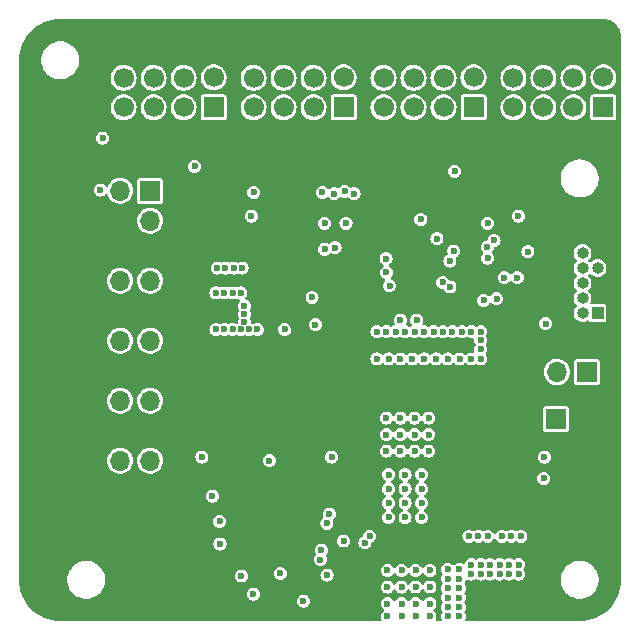
<source format=gbr>
%TF.GenerationSoftware,KiCad,Pcbnew,8.0.8*%
%TF.CreationDate,2025-03-05T15:18:31-05:00*%
%TF.ProjectId,V2.0,56322e30-2e6b-4696-9361-645f70636258,rev?*%
%TF.SameCoordinates,Original*%
%TF.FileFunction,Copper,L2,Inr*%
%TF.FilePolarity,Positive*%
%FSLAX46Y46*%
G04 Gerber Fmt 4.6, Leading zero omitted, Abs format (unit mm)*
G04 Created by KiCad (PCBNEW 8.0.8) date 2025-03-05 15:18:31*
%MOMM*%
%LPD*%
G01*
G04 APERTURE LIST*
%TA.AperFunction,ComponentPad*%
%ADD10R,1.700000X1.700000*%
%TD*%
%TA.AperFunction,ComponentPad*%
%ADD11C,1.700000*%
%TD*%
%TA.AperFunction,ComponentPad*%
%ADD12O,1.700000X1.700000*%
%TD*%
%TA.AperFunction,ComponentPad*%
%ADD13O,1.000000X1.000000*%
%TD*%
%TA.AperFunction,ComponentPad*%
%ADD14R,1.000000X1.000000*%
%TD*%
%TA.AperFunction,ComponentPad*%
%ADD15C,0.499999*%
%TD*%
%TA.AperFunction,ViaPad*%
%ADD16C,0.600000*%
%TD*%
G04 APERTURE END LIST*
D10*
%TO.N,CH0*%
%TO.C,J6*%
X163000000Y-43000000D03*
D11*
%TO.N,+6VP*%
X163000000Y-40460000D03*
%TO.N,GND*%
X163000000Y-37920000D03*
%TO.N,CH1*%
X160460000Y-43000000D03*
%TO.N,+6VP*%
X160460000Y-40500000D03*
%TO.N,GND*%
X160460000Y-38000000D03*
%TO.N,CH2*%
X157920000Y-43000000D03*
%TO.N,+6VP*%
X157920000Y-40500000D03*
%TO.N,GND*%
X157920000Y-38000000D03*
%TO.N,CH3*%
X155380000Y-43000000D03*
%TO.N,+6VP*%
X155380000Y-40500000D03*
%TO.N,GND*%
X155380000Y-38000000D03*
%TD*%
D10*
%TO.N,CH4*%
%TO.C,J7*%
X152000000Y-43000000D03*
D11*
%TO.N,+6VP*%
X152000000Y-40460000D03*
%TO.N,GND*%
X152000000Y-37920000D03*
%TO.N,CH5*%
X149460000Y-43000000D03*
%TO.N,+6VP*%
X149460000Y-40500000D03*
%TO.N,GND*%
X149460000Y-38000000D03*
%TO.N,CH6*%
X146920000Y-43000000D03*
%TO.N,+6VP*%
X146920000Y-40500000D03*
%TO.N,GND*%
X146920000Y-38000000D03*
%TO.N,CH7*%
X144380000Y-43000000D03*
%TO.N,+6VP*%
X144380000Y-40500000D03*
%TO.N,GND*%
X144380000Y-38000000D03*
%TD*%
D10*
%TO.N,CH8*%
%TO.C,J8*%
X141000000Y-43000000D03*
D11*
%TO.N,+6VP*%
X141000000Y-40460000D03*
%TO.N,GND*%
X141000000Y-37920000D03*
%TO.N,CH9*%
X138460000Y-43000000D03*
%TO.N,+6VP*%
X138460000Y-40500000D03*
%TO.N,GND*%
X138460000Y-38000000D03*
%TO.N,CH10*%
X135920000Y-43000000D03*
%TO.N,+6VP*%
X135920000Y-40500000D03*
%TO.N,GND*%
X135920000Y-38000000D03*
%TO.N,CH11*%
X133380000Y-43000000D03*
%TO.N,+6VP*%
X133380000Y-40500000D03*
%TO.N,GND*%
X133380000Y-38000000D03*
%TD*%
D10*
%TO.N,CH12*%
%TO.C,J9*%
X130000000Y-43000000D03*
D11*
%TO.N,+6VP*%
X130000000Y-40460000D03*
%TO.N,GND*%
X130000000Y-37920000D03*
%TO.N,CH13*%
X127460000Y-43000000D03*
%TO.N,+6VP*%
X127460000Y-40500000D03*
%TO.N,GND*%
X127460000Y-38000000D03*
%TO.N,CH14*%
X124920000Y-43000000D03*
%TO.N,+6VP*%
X124920000Y-40500000D03*
%TO.N,GND*%
X124920000Y-38000000D03*
%TO.N,CH15*%
X122380000Y-43000000D03*
%TO.N,+6VP*%
X122380000Y-40500000D03*
%TO.N,GND*%
X122380000Y-38000000D03*
%TD*%
D10*
%TO.N,CAN+*%
%TO.C,J4*%
X124625000Y-50050000D03*
D12*
%TO.N,CAN-*%
X122085000Y-50050000D03*
%TO.N,unconnected-(J4-Pin_3-Pad3)*%
X124625000Y-52590000D03*
%TO.N,GND*%
X122085000Y-52590000D03*
X124625000Y-55130000D03*
X122085000Y-55130000D03*
%TO.N,+P_BATT*%
X124625000Y-57670000D03*
X122085000Y-57670000D03*
%TO.N,GND*%
X124625000Y-60210000D03*
X122085000Y-60210000D03*
%TO.N,+P_BATT*%
X124625000Y-62750000D03*
X122085000Y-62750000D03*
%TO.N,GND*%
X124625000Y-65290000D03*
X122085000Y-65290000D03*
%TO.N,+P_BATT*%
X124625000Y-67830000D03*
X122085000Y-67830000D03*
%TO.N,GND*%
X124625000Y-70370000D03*
X122085000Y-70370000D03*
%TO.N,+P_BATT*%
X124625000Y-72910000D03*
X122085000Y-72910000D03*
%TD*%
D10*
%TO.N,+3.3V*%
%TO.C,J2*%
X161600000Y-65400000D03*
D12*
%TO.N,/MCU/BOOT0*%
X159060000Y-65400000D03*
%TD*%
D10*
%TO.N,NRST*%
%TO.C,J1*%
X159000000Y-69400000D03*
D12*
%TO.N,GND*%
X161540000Y-69400000D03*
%TD*%
D13*
%TO.N,NRST*%
%TO.C,J3*%
X161230000Y-55330000D03*
%TO.N,GND*%
X162500000Y-55330000D03*
%TO.N,unconnected-(J3-NC{slash}TDI-Pad8)*%
X161230000Y-56600000D03*
%TO.N,unconnected-(J3-KEY-Pad7)*%
X162500000Y-56600000D03*
%TO.N,SWO*%
X161230000Y-57870000D03*
%TO.N,GND*%
X162500000Y-57870000D03*
%TO.N,/MCU/SWCLK*%
X161230000Y-59140000D03*
%TO.N,GND*%
X162500000Y-59140000D03*
%TO.N,/MCU/SWDIO*%
X161230000Y-60410000D03*
D14*
%TO.N,+3.3V*%
X162500000Y-60410000D03*
%TD*%
D15*
%TO.N,GND*%
%TO.C,U5*%
X136984999Y-78950001D03*
X136385000Y-80050001D03*
X136385000Y-77850001D03*
X135785001Y-78950001D03*
%TD*%
D16*
%TO.N,Net-(D6-K)*%
X140200000Y-50300000D03*
%TO.N,/MCU/Debug_LED2*%
X141100000Y-50100000D03*
%TO.N,/MCU/Debug_LED1*%
X155700000Y-57400000D03*
X150315102Y-55157729D03*
%TO.N,Net-(D5-K)*%
X158100000Y-61300000D03*
%TO.N,HO*%
X139129443Y-80475204D03*
%TO.N,comp*%
X132354120Y-82665120D03*
%TO.N,FB_*%
X130500000Y-78050001D03*
%TO.N,BST*%
X140999998Y-79699999D03*
%TO.N,PGOOD*%
X129000000Y-72600000D03*
%TO.N,VIN*%
X139600000Y-82600000D03*
%TO.N,+3.3V*%
X141886827Y-50313173D03*
%TO.N,PWM_OE*%
X147540333Y-52474256D03*
%TO.N,GND*%
X129700000Y-47900000D03*
%TO.N,+6VP*%
X128400000Y-48000000D03*
%TO.N,+3.3V*%
X133400000Y-50200000D03*
%TO.N,+5V*%
X120600000Y-45600000D03*
%TO.N,+3.3V*%
X120400000Y-50000000D03*
X158000000Y-72600000D03*
X144900000Y-58100000D03*
X139200000Y-50200000D03*
X138332880Y-59067120D03*
X150400000Y-48400000D03*
X144600000Y-55800000D03*
X140275001Y-54883285D03*
X153740380Y-54259620D03*
X153200000Y-52800000D03*
X149400000Y-57800000D03*
X152850000Y-59328128D03*
X153200000Y-55750000D03*
X150000000Y-58200000D03*
X155800000Y-52200000D03*
X139400000Y-55000000D03*
X144625000Y-56975000D03*
X153950000Y-59200000D03*
%TO.N,GND*%
X153816250Y-75293750D03*
X154616250Y-75293750D03*
X147016250Y-67493750D03*
X142800000Y-59000000D03*
X146216250Y-67493750D03*
X139600000Y-61000000D03*
X149600000Y-54799073D03*
X154616250Y-76093750D03*
X149825000Y-53475000D03*
X151616250Y-78493750D03*
X151416250Y-74493750D03*
X150216250Y-67493750D03*
X152216250Y-76093750D03*
X155800000Y-60200000D03*
X151816250Y-65093750D03*
X147816250Y-65093750D03*
X152616250Y-65093750D03*
X151816250Y-68193750D03*
X141200000Y-58400000D03*
X146816250Y-65093750D03*
X148816250Y-65093750D03*
X134200000Y-55000000D03*
X151416250Y-73693750D03*
X155416250Y-76093750D03*
X153216250Y-78493750D03*
X156200000Y-75293750D03*
X151816250Y-68893750D03*
X155416250Y-75293750D03*
X151816250Y-70493750D03*
X152616250Y-66693750D03*
X135000000Y-55000000D03*
X156016250Y-78493750D03*
X148616250Y-67493750D03*
X145816250Y-65093750D03*
X150600000Y-46975000D03*
X151016250Y-67493750D03*
X151416250Y-75293750D03*
X152616250Y-69693750D03*
X137234998Y-80300001D03*
X147816250Y-67493750D03*
X152616250Y-68193750D03*
X152216250Y-72093750D03*
X147400000Y-57000000D03*
X150000000Y-61000000D03*
X152616250Y-67493750D03*
X151416250Y-76093750D03*
X144616250Y-67493750D03*
X152616250Y-71293750D03*
X152616250Y-65893750D03*
X152216250Y-75293750D03*
X153016250Y-75293750D03*
X136400000Y-84400000D03*
X164102500Y-77000000D03*
X152216250Y-74493750D03*
X152616250Y-68893750D03*
X143816250Y-65093750D03*
X131400000Y-82700000D03*
X154416250Y-78493750D03*
X152416250Y-78493750D03*
X143816250Y-67493750D03*
X145416250Y-67493750D03*
X164102500Y-73400000D03*
X151816250Y-71293750D03*
X156200000Y-76093750D03*
X153016250Y-76093750D03*
X151816250Y-67493750D03*
X151416250Y-72093750D03*
X135150000Y-59050000D03*
X162000000Y-79200000D03*
X148600000Y-58000000D03*
X164102500Y-75200000D03*
X155216250Y-78493750D03*
X144816250Y-65093750D03*
X153816250Y-76093750D03*
X150816250Y-65093750D03*
X147374385Y-53340370D03*
X152216250Y-73693750D03*
X151416250Y-72893750D03*
X152216250Y-72893750D03*
X149816250Y-65093750D03*
X151816250Y-69693750D03*
X149416250Y-67493750D03*
X152616250Y-70493750D03*
%TO.N,NRST*%
X147200000Y-61000000D03*
%TO.N,+3.3VA*%
X141200000Y-52800000D03*
%TO.N,+5V*%
X130535000Y-79967845D03*
X133200000Y-52200000D03*
X136000000Y-61800000D03*
X139400000Y-52800000D03*
X157952500Y-74400000D03*
%TO.N,+6V*%
X143816250Y-61993750D03*
X132600000Y-60500000D03*
X148816250Y-64293750D03*
X152616250Y-61993750D03*
X131600000Y-61800000D03*
X151816250Y-61993750D03*
X150216250Y-61993750D03*
X143816250Y-64293750D03*
X152616250Y-62693750D03*
X132600000Y-61200000D03*
X151816250Y-64293750D03*
X133000000Y-61800000D03*
X129900000Y-75900000D03*
X145816250Y-64293750D03*
X144616250Y-61993750D03*
X147816250Y-64293750D03*
X152616250Y-63493750D03*
X148616250Y-61993750D03*
X150816250Y-64293750D03*
X147016250Y-61993750D03*
X145416250Y-61993750D03*
X147816250Y-61993750D03*
X146216250Y-61993750D03*
X149416250Y-61993750D03*
X130200000Y-61800000D03*
X144816250Y-64293750D03*
X132300000Y-61800000D03*
X133700000Y-61800000D03*
X146816250Y-64293750D03*
X151016250Y-61993750D03*
X132600000Y-59800000D03*
X152616250Y-64293750D03*
X130900000Y-61800000D03*
X149816250Y-64293750D03*
%TO.N,TEMP*%
X133365158Y-84199123D03*
X138600000Y-61400000D03*
%TO.N,SW_*%
X146210000Y-75300000D03*
X146210000Y-74100000D03*
X147610000Y-74100000D03*
X146210000Y-77700000D03*
X144810000Y-75300000D03*
X144810000Y-76500000D03*
X146210000Y-76500000D03*
X144810000Y-77700000D03*
X147610000Y-77700000D03*
X147610000Y-75300000D03*
X144810000Y-74100000D03*
X140000000Y-72600000D03*
X139022500Y-81287500D03*
X147610000Y-76500000D03*
%TO.N,+P_BATT*%
X144710000Y-83600000D03*
X151610000Y-79300000D03*
X153210000Y-79300000D03*
X152610000Y-82500000D03*
X155010000Y-82500000D03*
X144710000Y-85000000D03*
X150810000Y-86100000D03*
X154410000Y-79300000D03*
X155810000Y-81700000D03*
X147110000Y-85000000D03*
X145910000Y-83600000D03*
X149810000Y-83700000D03*
X150810000Y-84500000D03*
X153410000Y-82500000D03*
X156010000Y-79300000D03*
X148310000Y-83600000D03*
X147110000Y-82200000D03*
X153410000Y-81700000D03*
X155210000Y-79300000D03*
X150810000Y-83700000D03*
X148310000Y-85000000D03*
X154210000Y-82500000D03*
X149810000Y-84500000D03*
X150810000Y-82100000D03*
X144710000Y-82200000D03*
X149810000Y-86100000D03*
X152410000Y-79300000D03*
X147110000Y-83600000D03*
X151810000Y-82500000D03*
X150810000Y-82900000D03*
X149810000Y-82100000D03*
X145910000Y-82200000D03*
X152610000Y-81700000D03*
X145910000Y-85000000D03*
X149810000Y-85300000D03*
X150810000Y-85300000D03*
X151810000Y-81700000D03*
X147110000Y-86100000D03*
X155010000Y-81700000D03*
X154210000Y-81700000D03*
X148310000Y-86100000D03*
X155810000Y-82500000D03*
X149810000Y-82900000D03*
X148310000Y-82200000D03*
X145910000Y-86100000D03*
X144710000Y-86100000D03*
%TO.N,Net-(U5-VCC)*%
X139585000Y-78200003D03*
X134716250Y-72893750D03*
%TO.N,LO*%
X147010000Y-72100000D03*
X145810000Y-69300000D03*
X147010000Y-69300000D03*
X139800866Y-77429675D03*
X148210000Y-70700000D03*
X144610000Y-70700000D03*
X144610000Y-69300000D03*
X145810000Y-70700000D03*
X147010000Y-70700000D03*
X144610000Y-72100000D03*
X148210000Y-69300000D03*
X148210000Y-72100000D03*
X145810000Y-72100000D03*
%TO.N,/MCU/BOOT0*%
X154600000Y-57400000D03*
%TO.N,/MCU/SWDIO*%
X156600000Y-55200000D03*
%TO.N,PWM_SDA*%
X150000000Y-56000000D03*
%TO.N,PWM_SCL*%
X148900000Y-54100000D03*
X153174693Y-54825307D03*
%TO.N,EN*%
X137600000Y-84800000D03*
X135634999Y-82450001D03*
%TO.N,CSA_OUT*%
X145800000Y-61000000D03*
%TO.N,+6VP*%
X132300000Y-58700000D03*
X130900000Y-58700000D03*
X132400000Y-56600000D03*
X131000000Y-56600000D03*
X130300000Y-56600000D03*
X131600000Y-58700000D03*
X131700000Y-56600000D03*
X130200000Y-58700000D03*
%TO.N,HO*%
X143200000Y-79300000D03*
X142810000Y-79850000D03*
%TD*%
%TA.AperFunction,Conductor*%
%TO.N,GND*%
G36*
X163004418Y-35500816D02*
G01*
X163204561Y-35515130D01*
X163222063Y-35517647D01*
X163413797Y-35559355D01*
X163430755Y-35564334D01*
X163614609Y-35632909D01*
X163630701Y-35640259D01*
X163802904Y-35734288D01*
X163817784Y-35743849D01*
X163974867Y-35861441D01*
X163988237Y-35873027D01*
X164126972Y-36011762D01*
X164138558Y-36025132D01*
X164187321Y-36090272D01*
X164256146Y-36182210D01*
X164265711Y-36197095D01*
X164359740Y-36369298D01*
X164367090Y-36385390D01*
X164435662Y-36569236D01*
X164440646Y-36586212D01*
X164482351Y-36777931D01*
X164484869Y-36795442D01*
X164499184Y-36995580D01*
X164499500Y-37004427D01*
X164499500Y-82996948D01*
X164499351Y-83003033D01*
X164482947Y-83336928D01*
X164481754Y-83349037D01*
X164433151Y-83676694D01*
X164430777Y-83688630D01*
X164350292Y-84009944D01*
X164346759Y-84021588D01*
X164235170Y-84333459D01*
X164230514Y-84344702D01*
X164088885Y-84644151D01*
X164083148Y-84654883D01*
X163912862Y-84938988D01*
X163906102Y-84949106D01*
X163708775Y-85215170D01*
X163701055Y-85224576D01*
X163478611Y-85470006D01*
X163470006Y-85478611D01*
X163224576Y-85701055D01*
X163215170Y-85708775D01*
X162949106Y-85906102D01*
X162938988Y-85912862D01*
X162654883Y-86083148D01*
X162644151Y-86088885D01*
X162344702Y-86230514D01*
X162333459Y-86235170D01*
X162021588Y-86346759D01*
X162009944Y-86350292D01*
X161688630Y-86430777D01*
X161676694Y-86433151D01*
X161349037Y-86481754D01*
X161336928Y-86482947D01*
X161021989Y-86498419D01*
X161003031Y-86499351D01*
X160996949Y-86499500D01*
X151425957Y-86499500D01*
X151358918Y-86479815D01*
X151313163Y-86427011D01*
X151303219Y-86357853D01*
X151311396Y-86328048D01*
X151314200Y-86321278D01*
X151346330Y-86243709D01*
X151365250Y-86100000D01*
X151346330Y-85956291D01*
X151290861Y-85822375D01*
X151254881Y-85775485D01*
X151229687Y-85710318D01*
X151243725Y-85641873D01*
X151254880Y-85624516D01*
X151290861Y-85577625D01*
X151346330Y-85443709D01*
X151365250Y-85300000D01*
X151346330Y-85156291D01*
X151290861Y-85022375D01*
X151254881Y-84975485D01*
X151229687Y-84910318D01*
X151243725Y-84841873D01*
X151254880Y-84824516D01*
X151290861Y-84777625D01*
X151346330Y-84643709D01*
X151365250Y-84500000D01*
X151346330Y-84356291D01*
X151290861Y-84222375D01*
X151254881Y-84175485D01*
X151229687Y-84110318D01*
X151243725Y-84041873D01*
X151254880Y-84024516D01*
X151290861Y-83977625D01*
X151346330Y-83843709D01*
X151365250Y-83700000D01*
X151346330Y-83556291D01*
X151290861Y-83422375D01*
X151254881Y-83375485D01*
X151229687Y-83310318D01*
X151243725Y-83241873D01*
X151254880Y-83224516D01*
X151290861Y-83177625D01*
X151346330Y-83043709D01*
X151346330Y-83043708D01*
X151349134Y-83036939D01*
X151392974Y-82982535D01*
X151459268Y-82960470D01*
X151525697Y-82977005D01*
X151532371Y-82980858D01*
X151532375Y-82980861D01*
X151666291Y-83036330D01*
X151793280Y-83053048D01*
X151809999Y-83055250D01*
X151810000Y-83055250D01*
X151810001Y-83055250D01*
X151824977Y-83053278D01*
X151953709Y-83036330D01*
X152087625Y-82980861D01*
X152134514Y-82944881D01*
X152199682Y-82919687D01*
X152268127Y-82933725D01*
X152285483Y-82944880D01*
X152332375Y-82980861D01*
X152466291Y-83036330D01*
X152593280Y-83053048D01*
X152609999Y-83055250D01*
X152610000Y-83055250D01*
X152610001Y-83055250D01*
X152624977Y-83053278D01*
X152753709Y-83036330D01*
X152887625Y-82980861D01*
X152934514Y-82944881D01*
X152999682Y-82919687D01*
X153068127Y-82933725D01*
X153085483Y-82944880D01*
X153132375Y-82980861D01*
X153266291Y-83036330D01*
X153393280Y-83053048D01*
X153409999Y-83055250D01*
X153410000Y-83055250D01*
X153410001Y-83055250D01*
X153424977Y-83053278D01*
X153553709Y-83036330D01*
X153687625Y-82980861D01*
X153734514Y-82944881D01*
X153799682Y-82919687D01*
X153868127Y-82933725D01*
X153885483Y-82944880D01*
X153932375Y-82980861D01*
X154066291Y-83036330D01*
X154193280Y-83053048D01*
X154209999Y-83055250D01*
X154210000Y-83055250D01*
X154210001Y-83055250D01*
X154224977Y-83053278D01*
X154353709Y-83036330D01*
X154487625Y-82980861D01*
X154534514Y-82944881D01*
X154599682Y-82919687D01*
X154668127Y-82933725D01*
X154685483Y-82944880D01*
X154732375Y-82980861D01*
X154866291Y-83036330D01*
X154993280Y-83053048D01*
X155009999Y-83055250D01*
X155010000Y-83055250D01*
X155010001Y-83055250D01*
X155024977Y-83053278D01*
X155153709Y-83036330D01*
X155287625Y-82980861D01*
X155334514Y-82944881D01*
X155399682Y-82919687D01*
X155468127Y-82933725D01*
X155485483Y-82944880D01*
X155532375Y-82980861D01*
X155666291Y-83036330D01*
X155793280Y-83053048D01*
X155809999Y-83055250D01*
X155810000Y-83055250D01*
X155810001Y-83055250D01*
X155824977Y-83053278D01*
X155953709Y-83036330D01*
X156087625Y-82980861D01*
X156202621Y-82892621D01*
X156217122Y-82873723D01*
X159395500Y-82873723D01*
X159395500Y-83126276D01*
X159435009Y-83375722D01*
X159435009Y-83375725D01*
X159513050Y-83615911D01*
X159513051Y-83615914D01*
X159578168Y-83743712D01*
X159627709Y-83840941D01*
X159776156Y-84045261D01*
X159954739Y-84223844D01*
X160159059Y-84372291D01*
X160227923Y-84407379D01*
X160384085Y-84486948D01*
X160384088Y-84486949D01*
X160608123Y-84559741D01*
X160624279Y-84564991D01*
X160873723Y-84604500D01*
X160873724Y-84604500D01*
X161126276Y-84604500D01*
X161126277Y-84604500D01*
X161375721Y-84564991D01*
X161375724Y-84564990D01*
X161375725Y-84564990D01*
X161615911Y-84486949D01*
X161615914Y-84486948D01*
X161840941Y-84372291D01*
X162045261Y-84223844D01*
X162223844Y-84045261D01*
X162372291Y-83840941D01*
X162486948Y-83615914D01*
X162534819Y-83468581D01*
X162564990Y-83375725D01*
X162564990Y-83375724D01*
X162564991Y-83375721D01*
X162604500Y-83126277D01*
X162604500Y-82873723D01*
X162564991Y-82624279D01*
X162564990Y-82624275D01*
X162564990Y-82624274D01*
X162486949Y-82384088D01*
X162486948Y-82384085D01*
X162415422Y-82243708D01*
X162372291Y-82159059D01*
X162223844Y-81954739D01*
X162045261Y-81776156D01*
X161840941Y-81627709D01*
X161831689Y-81622995D01*
X161615914Y-81513051D01*
X161615911Y-81513050D01*
X161375723Y-81435009D01*
X161209425Y-81408669D01*
X161126277Y-81395500D01*
X160873723Y-81395500D01*
X160790575Y-81408669D01*
X160624277Y-81435009D01*
X160624274Y-81435009D01*
X160384088Y-81513050D01*
X160384085Y-81513051D01*
X160159058Y-81627709D01*
X159954736Y-81776158D01*
X159776158Y-81954736D01*
X159627709Y-82159058D01*
X159513051Y-82384085D01*
X159513050Y-82384088D01*
X159435009Y-82624274D01*
X159435009Y-82624277D01*
X159395500Y-82873723D01*
X156217122Y-82873723D01*
X156290861Y-82777625D01*
X156346330Y-82643709D01*
X156365250Y-82500000D01*
X156346330Y-82356291D01*
X156290861Y-82222375D01*
X156254881Y-82175485D01*
X156229687Y-82110318D01*
X156243725Y-82041873D01*
X156254882Y-82024513D01*
X156266719Y-82009087D01*
X156290861Y-81977625D01*
X156346330Y-81843709D01*
X156365250Y-81700000D01*
X156346330Y-81556291D01*
X156290861Y-81422375D01*
X156202621Y-81307379D01*
X156087625Y-81219139D01*
X156087624Y-81219138D01*
X156087622Y-81219137D01*
X155953712Y-81163671D01*
X155953710Y-81163670D01*
X155953709Y-81163670D01*
X155881854Y-81154210D01*
X155810001Y-81144750D01*
X155809999Y-81144750D01*
X155666291Y-81163670D01*
X155666287Y-81163671D01*
X155532376Y-81219138D01*
X155532374Y-81219139D01*
X155485486Y-81255118D01*
X155420317Y-81280312D01*
X155351872Y-81266274D01*
X155334514Y-81255118D01*
X155287625Y-81219139D01*
X155287623Y-81219138D01*
X155153712Y-81163671D01*
X155153710Y-81163670D01*
X155153709Y-81163670D01*
X155081854Y-81154210D01*
X155010001Y-81144750D01*
X155009999Y-81144750D01*
X154866291Y-81163670D01*
X154866287Y-81163671D01*
X154732376Y-81219138D01*
X154732374Y-81219139D01*
X154685486Y-81255118D01*
X154620317Y-81280312D01*
X154551872Y-81266274D01*
X154534514Y-81255118D01*
X154487625Y-81219139D01*
X154487623Y-81219138D01*
X154353712Y-81163671D01*
X154353710Y-81163670D01*
X154353709Y-81163670D01*
X154281854Y-81154210D01*
X154210001Y-81144750D01*
X154209999Y-81144750D01*
X154066291Y-81163670D01*
X154066287Y-81163671D01*
X153932376Y-81219138D01*
X153932374Y-81219139D01*
X153885486Y-81255118D01*
X153820317Y-81280312D01*
X153751872Y-81266274D01*
X153734514Y-81255118D01*
X153687625Y-81219139D01*
X153687623Y-81219138D01*
X153553712Y-81163671D01*
X153553710Y-81163670D01*
X153553709Y-81163670D01*
X153481854Y-81154210D01*
X153410001Y-81144750D01*
X153409999Y-81144750D01*
X153266291Y-81163670D01*
X153266287Y-81163671D01*
X153132376Y-81219138D01*
X153132374Y-81219139D01*
X153085486Y-81255118D01*
X153020317Y-81280312D01*
X152951872Y-81266274D01*
X152934514Y-81255118D01*
X152887625Y-81219139D01*
X152887623Y-81219138D01*
X152753712Y-81163671D01*
X152753710Y-81163670D01*
X152753709Y-81163670D01*
X152681854Y-81154210D01*
X152610001Y-81144750D01*
X152609999Y-81144750D01*
X152466291Y-81163670D01*
X152466287Y-81163671D01*
X152332376Y-81219138D01*
X152332374Y-81219139D01*
X152285486Y-81255118D01*
X152220317Y-81280312D01*
X152151872Y-81266274D01*
X152134514Y-81255118D01*
X152087625Y-81219139D01*
X152087623Y-81219138D01*
X151953712Y-81163671D01*
X151953710Y-81163670D01*
X151953709Y-81163670D01*
X151881854Y-81154210D01*
X151810001Y-81144750D01*
X151809999Y-81144750D01*
X151666291Y-81163670D01*
X151666287Y-81163671D01*
X151532377Y-81219137D01*
X151417379Y-81307379D01*
X151329138Y-81422376D01*
X151270865Y-81563061D01*
X151227024Y-81617464D01*
X151160730Y-81639529D01*
X151094305Y-81622995D01*
X151087627Y-81619139D01*
X150953712Y-81563671D01*
X150953710Y-81563670D01*
X150953709Y-81563670D01*
X150881854Y-81554210D01*
X150810001Y-81544750D01*
X150809999Y-81544750D01*
X150666291Y-81563670D01*
X150666287Y-81563671D01*
X150532377Y-81619137D01*
X150521206Y-81627709D01*
X150417379Y-81707379D01*
X150417378Y-81707380D01*
X150417377Y-81707381D01*
X150408375Y-81719113D01*
X150351947Y-81760316D01*
X150282201Y-81764470D01*
X150221281Y-81730257D01*
X150211625Y-81719113D01*
X150209782Y-81716711D01*
X150202621Y-81707379D01*
X150087625Y-81619139D01*
X150087624Y-81619138D01*
X150087622Y-81619137D01*
X149953712Y-81563671D01*
X149953710Y-81563670D01*
X149953709Y-81563670D01*
X149881854Y-81554210D01*
X149810001Y-81544750D01*
X149809999Y-81544750D01*
X149666291Y-81563670D01*
X149666287Y-81563671D01*
X149532377Y-81619137D01*
X149417379Y-81707379D01*
X149329137Y-81822377D01*
X149273671Y-81956287D01*
X149273670Y-81956291D01*
X149256988Y-82083004D01*
X149254750Y-82100000D01*
X149270861Y-82222376D01*
X149273670Y-82243708D01*
X149273671Y-82243712D01*
X149329138Y-82377623D01*
X149329139Y-82377625D01*
X149365118Y-82424514D01*
X149390312Y-82489683D01*
X149376274Y-82558128D01*
X149365118Y-82575486D01*
X149329139Y-82622374D01*
X149329138Y-82622376D01*
X149273671Y-82756287D01*
X149273670Y-82756291D01*
X149255722Y-82892620D01*
X149254750Y-82900000D01*
X149272698Y-83036329D01*
X149273670Y-83043708D01*
X149273671Y-83043712D01*
X149329138Y-83177623D01*
X149329139Y-83177625D01*
X149365118Y-83224514D01*
X149390312Y-83289683D01*
X149376274Y-83358128D01*
X149365118Y-83375486D01*
X149329139Y-83422374D01*
X149329138Y-83422376D01*
X149273671Y-83556287D01*
X149273670Y-83556291D01*
X149254750Y-83699999D01*
X149254750Y-83700000D01*
X149273670Y-83843708D01*
X149273671Y-83843712D01*
X149329138Y-83977623D01*
X149329139Y-83977625D01*
X149365118Y-84024514D01*
X149390312Y-84089683D01*
X149376274Y-84158128D01*
X149365118Y-84175486D01*
X149329139Y-84222374D01*
X149329138Y-84222376D01*
X149273671Y-84356287D01*
X149273670Y-84356291D01*
X149254750Y-84500000D01*
X149266828Y-84591743D01*
X149273670Y-84643708D01*
X149273671Y-84643712D01*
X149329138Y-84777623D01*
X149329139Y-84777625D01*
X149365118Y-84824514D01*
X149390312Y-84889683D01*
X149376274Y-84958128D01*
X149365118Y-84975486D01*
X149329139Y-85022374D01*
X149329138Y-85022376D01*
X149273671Y-85156287D01*
X149273670Y-85156291D01*
X149254750Y-85299999D01*
X149254750Y-85300000D01*
X149273670Y-85443708D01*
X149273671Y-85443712D01*
X149329138Y-85577623D01*
X149329139Y-85577625D01*
X149365118Y-85624514D01*
X149390312Y-85689683D01*
X149376274Y-85758128D01*
X149365118Y-85775486D01*
X149329139Y-85822374D01*
X149329138Y-85822376D01*
X149273671Y-85956287D01*
X149273670Y-85956291D01*
X149254750Y-86100000D01*
X149272275Y-86233116D01*
X149273670Y-86243708D01*
X149273671Y-86243712D01*
X149308604Y-86328048D01*
X149316073Y-86397517D01*
X149284798Y-86459996D01*
X149224709Y-86495648D01*
X149194043Y-86499500D01*
X148925957Y-86499500D01*
X148858918Y-86479815D01*
X148813163Y-86427011D01*
X148803219Y-86357853D01*
X148811396Y-86328048D01*
X148814200Y-86321278D01*
X148846330Y-86243709D01*
X148865250Y-86100000D01*
X148846330Y-85956291D01*
X148790861Y-85822375D01*
X148702621Y-85707379D01*
X148625724Y-85648373D01*
X148584524Y-85591948D01*
X148580369Y-85522202D01*
X148614582Y-85461281D01*
X148625716Y-85451632D01*
X148702621Y-85392621D01*
X148790861Y-85277625D01*
X148846330Y-85143709D01*
X148865250Y-85000000D01*
X148846330Y-84856291D01*
X148790861Y-84722375D01*
X148702621Y-84607379D01*
X148587625Y-84519139D01*
X148587624Y-84519138D01*
X148587622Y-84519137D01*
X148453712Y-84463671D01*
X148453710Y-84463670D01*
X148453709Y-84463670D01*
X148381854Y-84454210D01*
X148310001Y-84444750D01*
X148309999Y-84444750D01*
X148166291Y-84463670D01*
X148166287Y-84463671D01*
X148032377Y-84519137D01*
X148028155Y-84522377D01*
X147917379Y-84607379D01*
X147829139Y-84722375D01*
X147825394Y-84731418D01*
X147824561Y-84733428D01*
X147780719Y-84787831D01*
X147714425Y-84809895D01*
X147646726Y-84792615D01*
X147599116Y-84741478D01*
X147595439Y-84733428D01*
X147590861Y-84722375D01*
X147502621Y-84607379D01*
X147387625Y-84519139D01*
X147387624Y-84519138D01*
X147387622Y-84519137D01*
X147253712Y-84463671D01*
X147253710Y-84463670D01*
X147253709Y-84463670D01*
X147181854Y-84454210D01*
X147110001Y-84444750D01*
X147109999Y-84444750D01*
X146966291Y-84463670D01*
X146966287Y-84463671D01*
X146832377Y-84519137D01*
X146828155Y-84522377D01*
X146717379Y-84607379D01*
X146629139Y-84722375D01*
X146625394Y-84731418D01*
X146624561Y-84733428D01*
X146580719Y-84787831D01*
X146514425Y-84809895D01*
X146446726Y-84792615D01*
X146399116Y-84741478D01*
X146395439Y-84733428D01*
X146390861Y-84722375D01*
X146302621Y-84607379D01*
X146187625Y-84519139D01*
X146187624Y-84519138D01*
X146187622Y-84519137D01*
X146053712Y-84463671D01*
X146053710Y-84463670D01*
X146053709Y-84463670D01*
X145981854Y-84454210D01*
X145910001Y-84444750D01*
X145909999Y-84444750D01*
X145766291Y-84463670D01*
X145766287Y-84463671D01*
X145632377Y-84519137D01*
X145628155Y-84522377D01*
X145517379Y-84607379D01*
X145429139Y-84722375D01*
X145425394Y-84731418D01*
X145424561Y-84733428D01*
X145380719Y-84787831D01*
X145314425Y-84809895D01*
X145246726Y-84792615D01*
X145199116Y-84741478D01*
X145195439Y-84733428D01*
X145190861Y-84722375D01*
X145102621Y-84607379D01*
X144987625Y-84519139D01*
X144987624Y-84519138D01*
X144987622Y-84519137D01*
X144853712Y-84463671D01*
X144853710Y-84463670D01*
X144853709Y-84463670D01*
X144781854Y-84454210D01*
X144710001Y-84444750D01*
X144709999Y-84444750D01*
X144566291Y-84463670D01*
X144566287Y-84463671D01*
X144432377Y-84519137D01*
X144317379Y-84607379D01*
X144229137Y-84722377D01*
X144173671Y-84856287D01*
X144173670Y-84856291D01*
X144154750Y-84999999D01*
X144154750Y-85000000D01*
X144173670Y-85143708D01*
X144173671Y-85143712D01*
X144229137Y-85277622D01*
X144229138Y-85277624D01*
X144229139Y-85277625D01*
X144317379Y-85392621D01*
X144347131Y-85415451D01*
X144394273Y-85451625D01*
X144435476Y-85508053D01*
X144439630Y-85577799D01*
X144405417Y-85638719D01*
X144394273Y-85648375D01*
X144317381Y-85707377D01*
X144229137Y-85822377D01*
X144173671Y-85956287D01*
X144173670Y-85956291D01*
X144154750Y-86100000D01*
X144172275Y-86233116D01*
X144173670Y-86243708D01*
X144173671Y-86243712D01*
X144208604Y-86328048D01*
X144216073Y-86397517D01*
X144184798Y-86459996D01*
X144124709Y-86495648D01*
X144094043Y-86499500D01*
X117003051Y-86499500D01*
X116996968Y-86499351D01*
X116976900Y-86498365D01*
X116663071Y-86482947D01*
X116650962Y-86481754D01*
X116323305Y-86433151D01*
X116311369Y-86430777D01*
X115990055Y-86350292D01*
X115978411Y-86346759D01*
X115666540Y-86235170D01*
X115655301Y-86230515D01*
X115355844Y-86088883D01*
X115345121Y-86083150D01*
X115061011Y-85912862D01*
X115050893Y-85906102D01*
X114784829Y-85708775D01*
X114775423Y-85701055D01*
X114736475Y-85665755D01*
X114529986Y-85478604D01*
X114521395Y-85470013D01*
X114298944Y-85224576D01*
X114291224Y-85215170D01*
X114285449Y-85207383D01*
X114093895Y-84949103D01*
X114087137Y-84938988D01*
X114069953Y-84910318D01*
X114003831Y-84800000D01*
X137044750Y-84800000D01*
X137063048Y-84938988D01*
X137063670Y-84943708D01*
X137063671Y-84943712D01*
X137119137Y-85077622D01*
X137119138Y-85077624D01*
X137119139Y-85077625D01*
X137207379Y-85192621D01*
X137322375Y-85280861D01*
X137456291Y-85336330D01*
X137583280Y-85353048D01*
X137599999Y-85355250D01*
X137600000Y-85355250D01*
X137600001Y-85355250D01*
X137614977Y-85353278D01*
X137743709Y-85336330D01*
X137877625Y-85280861D01*
X137992621Y-85192621D01*
X138080861Y-85077625D01*
X138136330Y-84943709D01*
X138155250Y-84800000D01*
X138136330Y-84656291D01*
X138080861Y-84522375D01*
X137992621Y-84407379D01*
X137877625Y-84319139D01*
X137877624Y-84319138D01*
X137877622Y-84319137D01*
X137743712Y-84263671D01*
X137743710Y-84263670D01*
X137743709Y-84263670D01*
X137671854Y-84254210D01*
X137600001Y-84244750D01*
X137599999Y-84244750D01*
X137456291Y-84263670D01*
X137456287Y-84263671D01*
X137322377Y-84319137D01*
X137207379Y-84407379D01*
X137119137Y-84522377D01*
X137063671Y-84656287D01*
X137063670Y-84656291D01*
X137053515Y-84733428D01*
X137044750Y-84800000D01*
X114003831Y-84800000D01*
X113916844Y-84654871D01*
X113911120Y-84644163D01*
X113769479Y-84344688D01*
X113764829Y-84333459D01*
X113759705Y-84319139D01*
X113677605Y-84089683D01*
X113653240Y-84021588D01*
X113649707Y-84009944D01*
X113640958Y-83975015D01*
X113569219Y-83688617D01*
X113566848Y-83676694D01*
X113561979Y-83643873D01*
X113524709Y-83392615D01*
X113518245Y-83349037D01*
X113517052Y-83336927D01*
X113515600Y-83307379D01*
X113500649Y-83003032D01*
X113500500Y-82996948D01*
X113500500Y-82873723D01*
X117595500Y-82873723D01*
X117595500Y-83126276D01*
X117635009Y-83375722D01*
X117635009Y-83375725D01*
X117713050Y-83615911D01*
X117713051Y-83615914D01*
X117778168Y-83743712D01*
X117827709Y-83840941D01*
X117976156Y-84045261D01*
X118154739Y-84223844D01*
X118359059Y-84372291D01*
X118427923Y-84407379D01*
X118584085Y-84486948D01*
X118584088Y-84486949D01*
X118808123Y-84559741D01*
X118824279Y-84564991D01*
X119073723Y-84604500D01*
X119073724Y-84604500D01*
X119326276Y-84604500D01*
X119326277Y-84604500D01*
X119575721Y-84564991D01*
X119575724Y-84564990D01*
X119575725Y-84564990D01*
X119815911Y-84486949D01*
X119815914Y-84486948D01*
X120040941Y-84372291D01*
X120245261Y-84223844D01*
X120269982Y-84199123D01*
X132809908Y-84199123D01*
X132825708Y-84319137D01*
X132828828Y-84342831D01*
X132828829Y-84342835D01*
X132884295Y-84476745D01*
X132884296Y-84476747D01*
X132884297Y-84476748D01*
X132972537Y-84591744D01*
X133087533Y-84679984D01*
X133221449Y-84735453D01*
X133348438Y-84752171D01*
X133365157Y-84754373D01*
X133365158Y-84754373D01*
X133365159Y-84754373D01*
X133380135Y-84752401D01*
X133508867Y-84735453D01*
X133642783Y-84679984D01*
X133757779Y-84591744D01*
X133846019Y-84476748D01*
X133901488Y-84342832D01*
X133920408Y-84199123D01*
X133901488Y-84055414D01*
X133846019Y-83921498D01*
X133757779Y-83806502D01*
X133642783Y-83718262D01*
X133642782Y-83718261D01*
X133642780Y-83718260D01*
X133508870Y-83662794D01*
X133508868Y-83662793D01*
X133508867Y-83662793D01*
X133437012Y-83653333D01*
X133365159Y-83643873D01*
X133365157Y-83643873D01*
X133221449Y-83662793D01*
X133221445Y-83662794D01*
X133087535Y-83718260D01*
X132972537Y-83806502D01*
X132884295Y-83921500D01*
X132828829Y-84055410D01*
X132828828Y-84055414D01*
X132823930Y-84092621D01*
X132809908Y-84199123D01*
X120269982Y-84199123D01*
X120423844Y-84045261D01*
X120572291Y-83840941D01*
X120686948Y-83615914D01*
X120692119Y-83600000D01*
X144154750Y-83600000D01*
X144167915Y-83700000D01*
X144173670Y-83743708D01*
X144173671Y-83743712D01*
X144229137Y-83877622D01*
X144229138Y-83877624D01*
X144229139Y-83877625D01*
X144317379Y-83992621D01*
X144432375Y-84080861D01*
X144432376Y-84080861D01*
X144432377Y-84080862D01*
X144477013Y-84099350D01*
X144566291Y-84136330D01*
X144693280Y-84153048D01*
X144709999Y-84155250D01*
X144710000Y-84155250D01*
X144710001Y-84155250D01*
X144724977Y-84153278D01*
X144853709Y-84136330D01*
X144987625Y-84080861D01*
X145102621Y-83992621D01*
X145190861Y-83877625D01*
X145195439Y-83866570D01*
X145239279Y-83812170D01*
X145305573Y-83790104D01*
X145373272Y-83807383D01*
X145420883Y-83858519D01*
X145424553Y-83866553D01*
X145429139Y-83877625D01*
X145517379Y-83992621D01*
X145632375Y-84080861D01*
X145632376Y-84080861D01*
X145632377Y-84080862D01*
X145677013Y-84099350D01*
X145766291Y-84136330D01*
X145893280Y-84153048D01*
X145909999Y-84155250D01*
X145910000Y-84155250D01*
X145910001Y-84155250D01*
X145924977Y-84153278D01*
X146053709Y-84136330D01*
X146187625Y-84080861D01*
X146302621Y-83992621D01*
X146390861Y-83877625D01*
X146395439Y-83866570D01*
X146439279Y-83812170D01*
X146505573Y-83790104D01*
X146573272Y-83807383D01*
X146620883Y-83858519D01*
X146624553Y-83866553D01*
X146629139Y-83877625D01*
X146717379Y-83992621D01*
X146832375Y-84080861D01*
X146832376Y-84080861D01*
X146832377Y-84080862D01*
X146877013Y-84099350D01*
X146966291Y-84136330D01*
X147093280Y-84153048D01*
X147109999Y-84155250D01*
X147110000Y-84155250D01*
X147110001Y-84155250D01*
X147124977Y-84153278D01*
X147253709Y-84136330D01*
X147387625Y-84080861D01*
X147502621Y-83992621D01*
X147590861Y-83877625D01*
X147595439Y-83866570D01*
X147639279Y-83812170D01*
X147705573Y-83790104D01*
X147773272Y-83807383D01*
X147820883Y-83858519D01*
X147824553Y-83866553D01*
X147829139Y-83877625D01*
X147917379Y-83992621D01*
X148032375Y-84080861D01*
X148032376Y-84080861D01*
X148032377Y-84080862D01*
X148077013Y-84099350D01*
X148166291Y-84136330D01*
X148293280Y-84153048D01*
X148309999Y-84155250D01*
X148310000Y-84155250D01*
X148310001Y-84155250D01*
X148324977Y-84153278D01*
X148453709Y-84136330D01*
X148587625Y-84080861D01*
X148702621Y-83992621D01*
X148790861Y-83877625D01*
X148846330Y-83743709D01*
X148865250Y-83600000D01*
X148846330Y-83456291D01*
X148790861Y-83322375D01*
X148702621Y-83207379D01*
X148587625Y-83119139D01*
X148587624Y-83119138D01*
X148587622Y-83119137D01*
X148453712Y-83063671D01*
X148453710Y-83063670D01*
X148453709Y-83063670D01*
X148381854Y-83054210D01*
X148310001Y-83044750D01*
X148309999Y-83044750D01*
X148166291Y-83063670D01*
X148166287Y-83063671D01*
X148032377Y-83119137D01*
X147917379Y-83207379D01*
X147829139Y-83322375D01*
X147824561Y-83333428D01*
X147780719Y-83387831D01*
X147714425Y-83409895D01*
X147646726Y-83392615D01*
X147599116Y-83341478D01*
X147595439Y-83333428D01*
X147590861Y-83322375D01*
X147502621Y-83207379D01*
X147387625Y-83119139D01*
X147387624Y-83119138D01*
X147387622Y-83119137D01*
X147253712Y-83063671D01*
X147253710Y-83063670D01*
X147253709Y-83063670D01*
X147181854Y-83054210D01*
X147110001Y-83044750D01*
X147109999Y-83044750D01*
X146966291Y-83063670D01*
X146966287Y-83063671D01*
X146832377Y-83119137D01*
X146717379Y-83207379D01*
X146629139Y-83322375D01*
X146624561Y-83333428D01*
X146580719Y-83387831D01*
X146514425Y-83409895D01*
X146446726Y-83392615D01*
X146399116Y-83341478D01*
X146395439Y-83333428D01*
X146390861Y-83322375D01*
X146302621Y-83207379D01*
X146187625Y-83119139D01*
X146187624Y-83119138D01*
X146187622Y-83119137D01*
X146053712Y-83063671D01*
X146053710Y-83063670D01*
X146053709Y-83063670D01*
X145981854Y-83054210D01*
X145910001Y-83044750D01*
X145909999Y-83044750D01*
X145766291Y-83063670D01*
X145766287Y-83063671D01*
X145632377Y-83119137D01*
X145517379Y-83207379D01*
X145429139Y-83322375D01*
X145424561Y-83333428D01*
X145380719Y-83387831D01*
X145314425Y-83409895D01*
X145246726Y-83392615D01*
X145199116Y-83341478D01*
X145195439Y-83333428D01*
X145190861Y-83322375D01*
X145102621Y-83207379D01*
X144987625Y-83119139D01*
X144987624Y-83119138D01*
X144987622Y-83119137D01*
X144853712Y-83063671D01*
X144853710Y-83063670D01*
X144853709Y-83063670D01*
X144781854Y-83054210D01*
X144710001Y-83044750D01*
X144709999Y-83044750D01*
X144566291Y-83063670D01*
X144566287Y-83063671D01*
X144432377Y-83119137D01*
X144317379Y-83207379D01*
X144229137Y-83322377D01*
X144173671Y-83456287D01*
X144173670Y-83456291D01*
X144160505Y-83556291D01*
X144154750Y-83600000D01*
X120692119Y-83600000D01*
X120734819Y-83468581D01*
X120764990Y-83375725D01*
X120764990Y-83375724D01*
X120764991Y-83375721D01*
X120804500Y-83126277D01*
X120804500Y-82873723D01*
X120771460Y-82665120D01*
X131798870Y-82665120D01*
X131813681Y-82777622D01*
X131817790Y-82808828D01*
X131817791Y-82808832D01*
X131873257Y-82942742D01*
X131873258Y-82942744D01*
X131873259Y-82942745D01*
X131961499Y-83057741D01*
X132076495Y-83145981D01*
X132076496Y-83145981D01*
X132076497Y-83145982D01*
X132121133Y-83164470D01*
X132210411Y-83201450D01*
X132337400Y-83218168D01*
X132354119Y-83220370D01*
X132354120Y-83220370D01*
X132354121Y-83220370D01*
X132369097Y-83218398D01*
X132497829Y-83201450D01*
X132631745Y-83145981D01*
X132746741Y-83057741D01*
X132834981Y-82942745D01*
X132890450Y-82808829D01*
X132909370Y-82665120D01*
X132890450Y-82521411D01*
X132860871Y-82450001D01*
X135079749Y-82450001D01*
X135098525Y-82592620D01*
X135098669Y-82593709D01*
X135098670Y-82593713D01*
X135154136Y-82727623D01*
X135154137Y-82727625D01*
X135154138Y-82727626D01*
X135242378Y-82842622D01*
X135357374Y-82930862D01*
X135357375Y-82930862D01*
X135357376Y-82930863D01*
X135391222Y-82944882D01*
X135491290Y-82986331D01*
X135618144Y-83003032D01*
X135634998Y-83005251D01*
X135634999Y-83005251D01*
X135635000Y-83005251D01*
X135651854Y-83003032D01*
X135778708Y-82986331D01*
X135912624Y-82930862D01*
X136027620Y-82842622D01*
X136115860Y-82727626D01*
X136168724Y-82600000D01*
X139044750Y-82600000D01*
X139062698Y-82736329D01*
X139063670Y-82743708D01*
X139063671Y-82743712D01*
X139119137Y-82877622D01*
X139119138Y-82877624D01*
X139119139Y-82877625D01*
X139207379Y-82992621D01*
X139322375Y-83080861D01*
X139456291Y-83136330D01*
X139583280Y-83153048D01*
X139599999Y-83155250D01*
X139600000Y-83155250D01*
X139600001Y-83155250D01*
X139614977Y-83153278D01*
X139743709Y-83136330D01*
X139877625Y-83080861D01*
X139992621Y-82992621D01*
X140080861Y-82877625D01*
X140136330Y-82743709D01*
X140155250Y-82600000D01*
X140136330Y-82456291D01*
X140080861Y-82322375D01*
X139992621Y-82207379D01*
X139983003Y-82199999D01*
X144154750Y-82199999D01*
X144154750Y-82200000D01*
X144173670Y-82343708D01*
X144173671Y-82343712D01*
X144229137Y-82477622D01*
X144229138Y-82477624D01*
X144229139Y-82477625D01*
X144317379Y-82592621D01*
X144432375Y-82680861D01*
X144566291Y-82736330D01*
X144693280Y-82753048D01*
X144709999Y-82755250D01*
X144710000Y-82755250D01*
X144710001Y-82755250D01*
X144724977Y-82753278D01*
X144853709Y-82736330D01*
X144987625Y-82680861D01*
X145102621Y-82592621D01*
X145190861Y-82477625D01*
X145195439Y-82466570D01*
X145239279Y-82412170D01*
X145305573Y-82390104D01*
X145373272Y-82407383D01*
X145420883Y-82458519D01*
X145424553Y-82466553D01*
X145429139Y-82477625D01*
X145517379Y-82592621D01*
X145632375Y-82680861D01*
X145766291Y-82736330D01*
X145893280Y-82753048D01*
X145909999Y-82755250D01*
X145910000Y-82755250D01*
X145910001Y-82755250D01*
X145924977Y-82753278D01*
X146053709Y-82736330D01*
X146187625Y-82680861D01*
X146302621Y-82592621D01*
X146390861Y-82477625D01*
X146395439Y-82466570D01*
X146439279Y-82412170D01*
X146505573Y-82390104D01*
X146573272Y-82407383D01*
X146620883Y-82458519D01*
X146624553Y-82466553D01*
X146629139Y-82477625D01*
X146717379Y-82592621D01*
X146832375Y-82680861D01*
X146966291Y-82736330D01*
X147093280Y-82753048D01*
X147109999Y-82755250D01*
X147110000Y-82755250D01*
X147110001Y-82755250D01*
X147124977Y-82753278D01*
X147253709Y-82736330D01*
X147387625Y-82680861D01*
X147502621Y-82592621D01*
X147590861Y-82477625D01*
X147595439Y-82466570D01*
X147639279Y-82412170D01*
X147705573Y-82390104D01*
X147773272Y-82407383D01*
X147820883Y-82458519D01*
X147824553Y-82466553D01*
X147829139Y-82477625D01*
X147917379Y-82592621D01*
X148032375Y-82680861D01*
X148166291Y-82736330D01*
X148293280Y-82753048D01*
X148309999Y-82755250D01*
X148310000Y-82755250D01*
X148310001Y-82755250D01*
X148324977Y-82753278D01*
X148453709Y-82736330D01*
X148587625Y-82680861D01*
X148702621Y-82592621D01*
X148790861Y-82477625D01*
X148846330Y-82343709D01*
X148865250Y-82200000D01*
X148846330Y-82056291D01*
X148790861Y-81922375D01*
X148702621Y-81807379D01*
X148587625Y-81719139D01*
X148587624Y-81719138D01*
X148587622Y-81719137D01*
X148453712Y-81663671D01*
X148453710Y-81663670D01*
X148453709Y-81663670D01*
X148381854Y-81654210D01*
X148310001Y-81644750D01*
X148309999Y-81644750D01*
X148166291Y-81663670D01*
X148166287Y-81663671D01*
X148032377Y-81719137D01*
X147917379Y-81807379D01*
X147829139Y-81922375D01*
X147824561Y-81933428D01*
X147780719Y-81987831D01*
X147714425Y-82009895D01*
X147646726Y-81992615D01*
X147599116Y-81941478D01*
X147595439Y-81933428D01*
X147590861Y-81922375D01*
X147502621Y-81807379D01*
X147387625Y-81719139D01*
X147387624Y-81719138D01*
X147387622Y-81719137D01*
X147253712Y-81663671D01*
X147253710Y-81663670D01*
X147253709Y-81663670D01*
X147181854Y-81654210D01*
X147110001Y-81644750D01*
X147109999Y-81644750D01*
X146966291Y-81663670D01*
X146966287Y-81663671D01*
X146832377Y-81719137D01*
X146717379Y-81807379D01*
X146629139Y-81922375D01*
X146624561Y-81933428D01*
X146580719Y-81987831D01*
X146514425Y-82009895D01*
X146446726Y-81992615D01*
X146399116Y-81941478D01*
X146395439Y-81933428D01*
X146390861Y-81922375D01*
X146302621Y-81807379D01*
X146187625Y-81719139D01*
X146187624Y-81719138D01*
X146187622Y-81719137D01*
X146053712Y-81663671D01*
X146053710Y-81663670D01*
X146053709Y-81663670D01*
X145981854Y-81654210D01*
X145910001Y-81644750D01*
X145909999Y-81644750D01*
X145766291Y-81663670D01*
X145766287Y-81663671D01*
X145632377Y-81719137D01*
X145517379Y-81807379D01*
X145429139Y-81922375D01*
X145424561Y-81933428D01*
X145380719Y-81987831D01*
X145314425Y-82009895D01*
X145246726Y-81992615D01*
X145199116Y-81941478D01*
X145195439Y-81933428D01*
X145190861Y-81922375D01*
X145102621Y-81807379D01*
X144987625Y-81719139D01*
X144987624Y-81719138D01*
X144987622Y-81719137D01*
X144853712Y-81663671D01*
X144853710Y-81663670D01*
X144853709Y-81663670D01*
X144781854Y-81654210D01*
X144710001Y-81644750D01*
X144709999Y-81644750D01*
X144566291Y-81663670D01*
X144566287Y-81663671D01*
X144432377Y-81719137D01*
X144317379Y-81807379D01*
X144229137Y-81922377D01*
X144173671Y-82056287D01*
X144173670Y-82056291D01*
X144154750Y-82199999D01*
X139983003Y-82199999D01*
X139877625Y-82119139D01*
X139877624Y-82119138D01*
X139877622Y-82119137D01*
X139743712Y-82063671D01*
X139743710Y-82063670D01*
X139743709Y-82063670D01*
X139671854Y-82054210D01*
X139600001Y-82044750D01*
X139599999Y-82044750D01*
X139456291Y-82063670D01*
X139456287Y-82063671D01*
X139322377Y-82119137D01*
X139207379Y-82207379D01*
X139119137Y-82322377D01*
X139063671Y-82456287D01*
X139063670Y-82456291D01*
X139045722Y-82592620D01*
X139044750Y-82600000D01*
X136168724Y-82600000D01*
X136171329Y-82593710D01*
X136190249Y-82450001D01*
X136171329Y-82306292D01*
X136115860Y-82172376D01*
X136027620Y-82057380D01*
X135912624Y-81969140D01*
X135912623Y-81969139D01*
X135912621Y-81969138D01*
X135778711Y-81913672D01*
X135778709Y-81913671D01*
X135778708Y-81913671D01*
X135706853Y-81904211D01*
X135635000Y-81894751D01*
X135634998Y-81894751D01*
X135491290Y-81913671D01*
X135491286Y-81913672D01*
X135357376Y-81969138D01*
X135242378Y-82057380D01*
X135154136Y-82172378D01*
X135098670Y-82306288D01*
X135098669Y-82306292D01*
X135085136Y-82409087D01*
X135079749Y-82450001D01*
X132860871Y-82450001D01*
X132834981Y-82387495D01*
X132746741Y-82272499D01*
X132631745Y-82184259D01*
X132631744Y-82184258D01*
X132631742Y-82184257D01*
X132497832Y-82128791D01*
X132497830Y-82128790D01*
X132497829Y-82128790D01*
X132408239Y-82116995D01*
X132354121Y-82109870D01*
X132354119Y-82109870D01*
X132210411Y-82128790D01*
X132210407Y-82128791D01*
X132076497Y-82184257D01*
X131961499Y-82272499D01*
X131873257Y-82387497D01*
X131817791Y-82521407D01*
X131817790Y-82521411D01*
X131804248Y-82624274D01*
X131798870Y-82665120D01*
X120771460Y-82665120D01*
X120764991Y-82624279D01*
X120764990Y-82624275D01*
X120764990Y-82624274D01*
X120686949Y-82384088D01*
X120686948Y-82384085D01*
X120615422Y-82243708D01*
X120572291Y-82159059D01*
X120423844Y-81954739D01*
X120245261Y-81776156D01*
X120040941Y-81627709D01*
X120031689Y-81622995D01*
X119815914Y-81513051D01*
X119815911Y-81513050D01*
X119575723Y-81435009D01*
X119409425Y-81408669D01*
X119326277Y-81395500D01*
X119073723Y-81395500D01*
X118990575Y-81408669D01*
X118824277Y-81435009D01*
X118824274Y-81435009D01*
X118584088Y-81513050D01*
X118584085Y-81513051D01*
X118359058Y-81627709D01*
X118154736Y-81776158D01*
X117976158Y-81954736D01*
X117827709Y-82159058D01*
X117713051Y-82384085D01*
X117713050Y-82384088D01*
X117635009Y-82624274D01*
X117635009Y-82624277D01*
X117595500Y-82873723D01*
X113500500Y-82873723D01*
X113500500Y-81287499D01*
X138467250Y-81287499D01*
X138467250Y-81287500D01*
X138486170Y-81431208D01*
X138486171Y-81431212D01*
X138541637Y-81565122D01*
X138541638Y-81565124D01*
X138541639Y-81565125D01*
X138629879Y-81680121D01*
X138744875Y-81768361D01*
X138878791Y-81823830D01*
X139005780Y-81840548D01*
X139022499Y-81842750D01*
X139022500Y-81842750D01*
X139022501Y-81842750D01*
X139037477Y-81840778D01*
X139166209Y-81823830D01*
X139300125Y-81768361D01*
X139415121Y-81680121D01*
X139503361Y-81565125D01*
X139558830Y-81431209D01*
X139577750Y-81287500D01*
X139558830Y-81143791D01*
X139503361Y-81009875D01*
X139500251Y-81002366D01*
X139502700Y-81001351D01*
X139489314Y-80946179D01*
X139512165Y-80880151D01*
X139517129Y-80874284D01*
X139517116Y-80874274D01*
X139561418Y-80816538D01*
X139610304Y-80752829D01*
X139665773Y-80618913D01*
X139684693Y-80475204D01*
X139665773Y-80331495D01*
X139610304Y-80197579D01*
X139522064Y-80082583D01*
X139407068Y-79994343D01*
X139407067Y-79994342D01*
X139407065Y-79994341D01*
X139273155Y-79938875D01*
X139273153Y-79938874D01*
X139273152Y-79938874D01*
X139201297Y-79929414D01*
X139129444Y-79919954D01*
X139129442Y-79919954D01*
X138985734Y-79938874D01*
X138985730Y-79938875D01*
X138851820Y-79994341D01*
X138736822Y-80082583D01*
X138648580Y-80197581D01*
X138593114Y-80331491D01*
X138593113Y-80331495D01*
X138574193Y-80475203D01*
X138574193Y-80475204D01*
X138593113Y-80618912D01*
X138593114Y-80618916D01*
X138651692Y-80760338D01*
X138649244Y-80761351D01*
X138662627Y-80816538D01*
X138639768Y-80882563D01*
X138634813Y-80888421D01*
X138634827Y-80888432D01*
X138629881Y-80894877D01*
X138629879Y-80894879D01*
X138590515Y-80946179D01*
X138541637Y-81009877D01*
X138486171Y-81143787D01*
X138486170Y-81143791D01*
X138467250Y-81287499D01*
X113500500Y-81287499D01*
X113500500Y-79967844D01*
X129979750Y-79967844D01*
X129979750Y-79967845D01*
X129998670Y-80111553D01*
X129998671Y-80111557D01*
X130054137Y-80245467D01*
X130054138Y-80245469D01*
X130054139Y-80245470D01*
X130142379Y-80360466D01*
X130257375Y-80448706D01*
X130391291Y-80504175D01*
X130518280Y-80520893D01*
X130534999Y-80523095D01*
X130535000Y-80523095D01*
X130535001Y-80523095D01*
X130549977Y-80521123D01*
X130678709Y-80504175D01*
X130812625Y-80448706D01*
X130927621Y-80360466D01*
X131015861Y-80245470D01*
X131071330Y-80111554D01*
X131090250Y-79967845D01*
X131071330Y-79824136D01*
X131033881Y-79733725D01*
X131019912Y-79699999D01*
X140444748Y-79699999D01*
X140462696Y-79836328D01*
X140463668Y-79843707D01*
X140463669Y-79843711D01*
X140519135Y-79977621D01*
X140519136Y-79977623D01*
X140519137Y-79977624D01*
X140607377Y-80092620D01*
X140722373Y-80180860D01*
X140856289Y-80236329D01*
X140983278Y-80253047D01*
X140999997Y-80255249D01*
X140999998Y-80255249D01*
X140999999Y-80255249D01*
X141014975Y-80253277D01*
X141143707Y-80236329D01*
X141277623Y-80180860D01*
X141392619Y-80092620D01*
X141480859Y-79977624D01*
X141533722Y-79849999D01*
X142254750Y-79849999D01*
X142254750Y-79850000D01*
X142273670Y-79993708D01*
X142273671Y-79993712D01*
X142329137Y-80127622D01*
X142329138Y-80127624D01*
X142329139Y-80127625D01*
X142417379Y-80242621D01*
X142532375Y-80330861D01*
X142532376Y-80330861D01*
X142532377Y-80330862D01*
X142577013Y-80349350D01*
X142666291Y-80386330D01*
X142793280Y-80403048D01*
X142809999Y-80405250D01*
X142810000Y-80405250D01*
X142810001Y-80405250D01*
X142824977Y-80403278D01*
X142953709Y-80386330D01*
X143087625Y-80330861D01*
X143202621Y-80242621D01*
X143290861Y-80127625D01*
X143346330Y-79993709D01*
X143359051Y-79897082D01*
X143387317Y-79833186D01*
X143434535Y-79798708D01*
X143477625Y-79780861D01*
X143592621Y-79692621D01*
X143680861Y-79577625D01*
X143736330Y-79443709D01*
X143755250Y-79300000D01*
X151054750Y-79300000D01*
X151070861Y-79422376D01*
X151073670Y-79443708D01*
X151073671Y-79443712D01*
X151129137Y-79577622D01*
X151129138Y-79577624D01*
X151129139Y-79577625D01*
X151217379Y-79692621D01*
X151332375Y-79780861D01*
X151466291Y-79836330D01*
X151593280Y-79853048D01*
X151609999Y-79855250D01*
X151610000Y-79855250D01*
X151610001Y-79855250D01*
X151624977Y-79853278D01*
X151753709Y-79836330D01*
X151887625Y-79780861D01*
X151934514Y-79744881D01*
X151999682Y-79719687D01*
X152068127Y-79733725D01*
X152085483Y-79744880D01*
X152132375Y-79780861D01*
X152266291Y-79836330D01*
X152393280Y-79853048D01*
X152409999Y-79855250D01*
X152410000Y-79855250D01*
X152410001Y-79855250D01*
X152424977Y-79853278D01*
X152553709Y-79836330D01*
X152687625Y-79780861D01*
X152734514Y-79744881D01*
X152799682Y-79719687D01*
X152868127Y-79733725D01*
X152885483Y-79744880D01*
X152932375Y-79780861D01*
X153066291Y-79836330D01*
X153193280Y-79853048D01*
X153209999Y-79855250D01*
X153210000Y-79855250D01*
X153210001Y-79855250D01*
X153224977Y-79853278D01*
X153353709Y-79836330D01*
X153487625Y-79780861D01*
X153602621Y-79692621D01*
X153690861Y-79577625D01*
X153695439Y-79566570D01*
X153739279Y-79512170D01*
X153805573Y-79490104D01*
X153873272Y-79507383D01*
X153920883Y-79558519D01*
X153924553Y-79566553D01*
X153929139Y-79577625D01*
X154017379Y-79692621D01*
X154132375Y-79780861D01*
X154266291Y-79836330D01*
X154393280Y-79853048D01*
X154409999Y-79855250D01*
X154410000Y-79855250D01*
X154410001Y-79855250D01*
X154424977Y-79853278D01*
X154553709Y-79836330D01*
X154687625Y-79780861D01*
X154734514Y-79744881D01*
X154799682Y-79719687D01*
X154868127Y-79733725D01*
X154885483Y-79744880D01*
X154932375Y-79780861D01*
X155066291Y-79836330D01*
X155193280Y-79853048D01*
X155209999Y-79855250D01*
X155210000Y-79855250D01*
X155210001Y-79855250D01*
X155224977Y-79853278D01*
X155353709Y-79836330D01*
X155487625Y-79780861D01*
X155534514Y-79744881D01*
X155599682Y-79719687D01*
X155668127Y-79733725D01*
X155685483Y-79744880D01*
X155732375Y-79780861D01*
X155866291Y-79836330D01*
X155993280Y-79853048D01*
X156009999Y-79855250D01*
X156010000Y-79855250D01*
X156010001Y-79855250D01*
X156024977Y-79853278D01*
X156153709Y-79836330D01*
X156287625Y-79780861D01*
X156402621Y-79692621D01*
X156490861Y-79577625D01*
X156546330Y-79443709D01*
X156565250Y-79300000D01*
X156546330Y-79156291D01*
X156490861Y-79022375D01*
X156402621Y-78907379D01*
X156287625Y-78819139D01*
X156287624Y-78819138D01*
X156287622Y-78819137D01*
X156153712Y-78763671D01*
X156153710Y-78763670D01*
X156153709Y-78763670D01*
X156081854Y-78754210D01*
X156010001Y-78744750D01*
X156009999Y-78744750D01*
X155866291Y-78763670D01*
X155866287Y-78763671D01*
X155732376Y-78819138D01*
X155732374Y-78819139D01*
X155685486Y-78855118D01*
X155620317Y-78880312D01*
X155551872Y-78866274D01*
X155534514Y-78855118D01*
X155487625Y-78819139D01*
X155487623Y-78819138D01*
X155353712Y-78763671D01*
X155353710Y-78763670D01*
X155353709Y-78763670D01*
X155281854Y-78754210D01*
X155210001Y-78744750D01*
X155209999Y-78744750D01*
X155066291Y-78763670D01*
X155066287Y-78763671D01*
X154932376Y-78819138D01*
X154932374Y-78819139D01*
X154885486Y-78855118D01*
X154820317Y-78880312D01*
X154751872Y-78866274D01*
X154734514Y-78855118D01*
X154687625Y-78819139D01*
X154687623Y-78819138D01*
X154553712Y-78763671D01*
X154553710Y-78763670D01*
X154553709Y-78763670D01*
X154481854Y-78754210D01*
X154410001Y-78744750D01*
X154409999Y-78744750D01*
X154266291Y-78763670D01*
X154266287Y-78763671D01*
X154132377Y-78819137D01*
X154017379Y-78907379D01*
X153929139Y-79022375D01*
X153924561Y-79033428D01*
X153880719Y-79087831D01*
X153814425Y-79109895D01*
X153746726Y-79092615D01*
X153699116Y-79041478D01*
X153695439Y-79033428D01*
X153690861Y-79022375D01*
X153602621Y-78907379D01*
X153487625Y-78819139D01*
X153487624Y-78819138D01*
X153487622Y-78819137D01*
X153353712Y-78763671D01*
X153353710Y-78763670D01*
X153353709Y-78763670D01*
X153281854Y-78754210D01*
X153210001Y-78744750D01*
X153209999Y-78744750D01*
X153066291Y-78763670D01*
X153066287Y-78763671D01*
X152932376Y-78819138D01*
X152932374Y-78819139D01*
X152885486Y-78855118D01*
X152820317Y-78880312D01*
X152751872Y-78866274D01*
X152734514Y-78855118D01*
X152687625Y-78819139D01*
X152687623Y-78819138D01*
X152553712Y-78763671D01*
X152553710Y-78763670D01*
X152553709Y-78763670D01*
X152481854Y-78754210D01*
X152410001Y-78744750D01*
X152409999Y-78744750D01*
X152266291Y-78763670D01*
X152266287Y-78763671D01*
X152132376Y-78819138D01*
X152132374Y-78819139D01*
X152085486Y-78855118D01*
X152020317Y-78880312D01*
X151951872Y-78866274D01*
X151934514Y-78855118D01*
X151887625Y-78819139D01*
X151887623Y-78819138D01*
X151753712Y-78763671D01*
X151753710Y-78763670D01*
X151753709Y-78763670D01*
X151681854Y-78754210D01*
X151610001Y-78744750D01*
X151609999Y-78744750D01*
X151466291Y-78763670D01*
X151466287Y-78763671D01*
X151332377Y-78819137D01*
X151217379Y-78907379D01*
X151129137Y-79022377D01*
X151073671Y-79156287D01*
X151073670Y-79156291D01*
X151054750Y-79300000D01*
X143755250Y-79300000D01*
X143736330Y-79156291D01*
X143680861Y-79022375D01*
X143592621Y-78907379D01*
X143477625Y-78819139D01*
X143477624Y-78819138D01*
X143477622Y-78819137D01*
X143343712Y-78763671D01*
X143343710Y-78763670D01*
X143343709Y-78763670D01*
X143271854Y-78754210D01*
X143200001Y-78744750D01*
X143199999Y-78744750D01*
X143056291Y-78763670D01*
X143056287Y-78763671D01*
X142922377Y-78819137D01*
X142807379Y-78907379D01*
X142719137Y-79022377D01*
X142663671Y-79156287D01*
X142663670Y-79156291D01*
X142650948Y-79252917D01*
X142622681Y-79316813D01*
X142575463Y-79351290D01*
X142532378Y-79369136D01*
X142417379Y-79457379D01*
X142329137Y-79572377D01*
X142273671Y-79706287D01*
X142273670Y-79706291D01*
X142254750Y-79849999D01*
X141533722Y-79849999D01*
X141536328Y-79843708D01*
X141555248Y-79699999D01*
X141536328Y-79556290D01*
X141480859Y-79422374D01*
X141392619Y-79307378D01*
X141277623Y-79219138D01*
X141277622Y-79219137D01*
X141277620Y-79219136D01*
X141143710Y-79163670D01*
X141143708Y-79163669D01*
X141143707Y-79163669D01*
X141071852Y-79154209D01*
X140999999Y-79144749D01*
X140999997Y-79144749D01*
X140856289Y-79163669D01*
X140856285Y-79163670D01*
X140722375Y-79219136D01*
X140607377Y-79307378D01*
X140519135Y-79422376D01*
X140463669Y-79556286D01*
X140463668Y-79556290D01*
X140444748Y-79699999D01*
X131019912Y-79699999D01*
X131015862Y-79690222D01*
X131015861Y-79690221D01*
X131015861Y-79690220D01*
X130927621Y-79575224D01*
X130812625Y-79486984D01*
X130812624Y-79486983D01*
X130812622Y-79486982D01*
X130678712Y-79431516D01*
X130678710Y-79431515D01*
X130678709Y-79431515D01*
X130606854Y-79422055D01*
X130535001Y-79412595D01*
X130534999Y-79412595D01*
X130391291Y-79431515D01*
X130391287Y-79431516D01*
X130257377Y-79486982D01*
X130142379Y-79575224D01*
X130054137Y-79690222D01*
X129998671Y-79824132D01*
X129998670Y-79824136D01*
X129979750Y-79967844D01*
X113500500Y-79967844D01*
X113500500Y-78050001D01*
X129944750Y-78050001D01*
X129961978Y-78180862D01*
X129963670Y-78193709D01*
X129963671Y-78193713D01*
X130019137Y-78327623D01*
X130019138Y-78327625D01*
X130019139Y-78327626D01*
X130107379Y-78442622D01*
X130222375Y-78530862D01*
X130356291Y-78586331D01*
X130483280Y-78603049D01*
X130499999Y-78605251D01*
X130500000Y-78605251D01*
X130500001Y-78605251D01*
X130514977Y-78603279D01*
X130643709Y-78586331D01*
X130777625Y-78530862D01*
X130892621Y-78442622D01*
X130980861Y-78327626D01*
X131033723Y-78200003D01*
X139029750Y-78200003D01*
X139034532Y-78236329D01*
X139048670Y-78343711D01*
X139048671Y-78343715D01*
X139104137Y-78477625D01*
X139104138Y-78477627D01*
X139104139Y-78477628D01*
X139192379Y-78592624D01*
X139307375Y-78680864D01*
X139441291Y-78736333D01*
X139568280Y-78753051D01*
X139584999Y-78755253D01*
X139585000Y-78755253D01*
X139585001Y-78755253D01*
X139599977Y-78753281D01*
X139728709Y-78736333D01*
X139862625Y-78680864D01*
X139977621Y-78592624D01*
X140065861Y-78477628D01*
X140121330Y-78343712D01*
X140140250Y-78200003D01*
X140139421Y-78193710D01*
X140137730Y-78180861D01*
X140121330Y-78056294D01*
X140101596Y-78008651D01*
X140094127Y-77939182D01*
X140125402Y-77876703D01*
X140140662Y-77862830D01*
X140193487Y-77822296D01*
X140281727Y-77707300D01*
X140337196Y-77573384D01*
X140356116Y-77429675D01*
X140337196Y-77285966D01*
X140281727Y-77152050D01*
X140193487Y-77037054D01*
X140078491Y-76948814D01*
X140078490Y-76948813D01*
X140078488Y-76948812D01*
X139944578Y-76893346D01*
X139944576Y-76893345D01*
X139944575Y-76893345D01*
X139872720Y-76883885D01*
X139800867Y-76874425D01*
X139800865Y-76874425D01*
X139657157Y-76893345D01*
X139657153Y-76893346D01*
X139523243Y-76948812D01*
X139408245Y-77037054D01*
X139320003Y-77152052D01*
X139264537Y-77285962D01*
X139264536Y-77285966D01*
X139245616Y-77429675D01*
X139264536Y-77573384D01*
X139280949Y-77613009D01*
X139284270Y-77621027D01*
X139291737Y-77690496D01*
X139260462Y-77752975D01*
X139245196Y-77766852D01*
X139192382Y-77807379D01*
X139192380Y-77807380D01*
X139192379Y-77807382D01*
X139139435Y-77876379D01*
X139104137Y-77922380D01*
X139048671Y-78056290D01*
X139048670Y-78056294D01*
X139030579Y-78193710D01*
X139029750Y-78200003D01*
X131033723Y-78200003D01*
X131036330Y-78193710D01*
X131055250Y-78050001D01*
X131036330Y-77906292D01*
X130980861Y-77772376D01*
X130892621Y-77657380D01*
X130777625Y-77569140D01*
X130777624Y-77569139D01*
X130777622Y-77569138D01*
X130643712Y-77513672D01*
X130643710Y-77513671D01*
X130643709Y-77513671D01*
X130571854Y-77504211D01*
X130500001Y-77494751D01*
X130499999Y-77494751D01*
X130356291Y-77513671D01*
X130356287Y-77513672D01*
X130222377Y-77569138D01*
X130107379Y-77657380D01*
X130019137Y-77772378D01*
X129963671Y-77906288D01*
X129963670Y-77906292D01*
X129944750Y-78050001D01*
X113500500Y-78050001D01*
X113500500Y-75900000D01*
X129344750Y-75900000D01*
X129359348Y-76010884D01*
X129363670Y-76043708D01*
X129363671Y-76043712D01*
X129419137Y-76177622D01*
X129419138Y-76177624D01*
X129419139Y-76177625D01*
X129507379Y-76292621D01*
X129622375Y-76380861D01*
X129756291Y-76436330D01*
X129883280Y-76453048D01*
X129899999Y-76455250D01*
X129900000Y-76455250D01*
X129900001Y-76455250D01*
X129914977Y-76453278D01*
X130043709Y-76436330D01*
X130177625Y-76380861D01*
X130292621Y-76292621D01*
X130380861Y-76177625D01*
X130436330Y-76043709D01*
X130455250Y-75900000D01*
X130454667Y-75895575D01*
X130446920Y-75836728D01*
X130436330Y-75756291D01*
X130380861Y-75622375D01*
X130292621Y-75507379D01*
X130177625Y-75419139D01*
X130177624Y-75419138D01*
X130177622Y-75419137D01*
X130043712Y-75363671D01*
X130043710Y-75363670D01*
X130043709Y-75363670D01*
X129971854Y-75354210D01*
X129900001Y-75344750D01*
X129899999Y-75344750D01*
X129756291Y-75363670D01*
X129756287Y-75363671D01*
X129622377Y-75419137D01*
X129507379Y-75507379D01*
X129419137Y-75622377D01*
X129363671Y-75756287D01*
X129363670Y-75756291D01*
X129345333Y-75895575D01*
X129344750Y-75900000D01*
X113500500Y-75900000D01*
X113500500Y-74099999D01*
X144254750Y-74099999D01*
X144254750Y-74100000D01*
X144273670Y-74243708D01*
X144273671Y-74243712D01*
X144329137Y-74377622D01*
X144329138Y-74377624D01*
X144329139Y-74377625D01*
X144417379Y-74492621D01*
X144532375Y-74580861D01*
X144543428Y-74585439D01*
X144597831Y-74629281D01*
X144619895Y-74695575D01*
X144602615Y-74763274D01*
X144551478Y-74810884D01*
X144543433Y-74814558D01*
X144532375Y-74819139D01*
X144417379Y-74907379D01*
X144329137Y-75022377D01*
X144273671Y-75156287D01*
X144273670Y-75156291D01*
X144254750Y-75300000D01*
X144263132Y-75363670D01*
X144273670Y-75443708D01*
X144273671Y-75443712D01*
X144329137Y-75577622D01*
X144329138Y-75577624D01*
X144329139Y-75577625D01*
X144417379Y-75692621D01*
X144532375Y-75780861D01*
X144543428Y-75785439D01*
X144597831Y-75829281D01*
X144619895Y-75895575D01*
X144602615Y-75963274D01*
X144551478Y-76010884D01*
X144543433Y-76014558D01*
X144532375Y-76019139D01*
X144417379Y-76107379D01*
X144329137Y-76222377D01*
X144273671Y-76356287D01*
X144273670Y-76356291D01*
X144254750Y-76499999D01*
X144254750Y-76500000D01*
X144273670Y-76643708D01*
X144273671Y-76643712D01*
X144329137Y-76777622D01*
X144329138Y-76777624D01*
X144329139Y-76777625D01*
X144417379Y-76892621D01*
X144532375Y-76980861D01*
X144543428Y-76985439D01*
X144597831Y-77029281D01*
X144619895Y-77095575D01*
X144602615Y-77163274D01*
X144551478Y-77210884D01*
X144543433Y-77214558D01*
X144532375Y-77219139D01*
X144417379Y-77307379D01*
X144329137Y-77422377D01*
X144273671Y-77556287D01*
X144273670Y-77556291D01*
X144254750Y-77699999D01*
X144254750Y-77700000D01*
X144273670Y-77843708D01*
X144273671Y-77843712D01*
X144329137Y-77977622D01*
X144329138Y-77977624D01*
X144329139Y-77977625D01*
X144417379Y-78092621D01*
X144532375Y-78180861D01*
X144666291Y-78236330D01*
X144793280Y-78253048D01*
X144809999Y-78255250D01*
X144810000Y-78255250D01*
X144810001Y-78255250D01*
X144824977Y-78253278D01*
X144953709Y-78236330D01*
X145087625Y-78180861D01*
X145202621Y-78092621D01*
X145290861Y-77977625D01*
X145346330Y-77843709D01*
X145365250Y-77700000D01*
X145346330Y-77556291D01*
X145290861Y-77422375D01*
X145202621Y-77307379D01*
X145087625Y-77219139D01*
X145076570Y-77214560D01*
X145022170Y-77170721D01*
X145000104Y-77104427D01*
X145017383Y-77036728D01*
X145068519Y-76989117D01*
X145076553Y-76985446D01*
X145087625Y-76980861D01*
X145202621Y-76892621D01*
X145290861Y-76777625D01*
X145346330Y-76643709D01*
X145365250Y-76500000D01*
X145346330Y-76356291D01*
X145290861Y-76222375D01*
X145202621Y-76107379D01*
X145087625Y-76019139D01*
X145076570Y-76014560D01*
X145022170Y-75970721D01*
X145000104Y-75904427D01*
X145017383Y-75836728D01*
X145068519Y-75789117D01*
X145076553Y-75785446D01*
X145087625Y-75780861D01*
X145202621Y-75692621D01*
X145290861Y-75577625D01*
X145346330Y-75443709D01*
X145365250Y-75300000D01*
X145346330Y-75156291D01*
X145290861Y-75022375D01*
X145202621Y-74907379D01*
X145087625Y-74819139D01*
X145076570Y-74814560D01*
X145022170Y-74770721D01*
X145000104Y-74704427D01*
X145017383Y-74636728D01*
X145068519Y-74589117D01*
X145076553Y-74585446D01*
X145087625Y-74580861D01*
X145202621Y-74492621D01*
X145290861Y-74377625D01*
X145346330Y-74243709D01*
X145365250Y-74100000D01*
X145365250Y-74099999D01*
X145654750Y-74099999D01*
X145654750Y-74100000D01*
X145673670Y-74243708D01*
X145673671Y-74243712D01*
X145729137Y-74377622D01*
X145729138Y-74377624D01*
X145729139Y-74377625D01*
X145817379Y-74492621D01*
X145932375Y-74580861D01*
X145943428Y-74585439D01*
X145997831Y-74629281D01*
X146019895Y-74695575D01*
X146002615Y-74763274D01*
X145951478Y-74810884D01*
X145943433Y-74814558D01*
X145932375Y-74819139D01*
X145817379Y-74907379D01*
X145729137Y-75022377D01*
X145673671Y-75156287D01*
X145673670Y-75156291D01*
X145654750Y-75300000D01*
X145663132Y-75363670D01*
X145673670Y-75443708D01*
X145673671Y-75443712D01*
X145729137Y-75577622D01*
X145729138Y-75577624D01*
X145729139Y-75577625D01*
X145817379Y-75692621D01*
X145932375Y-75780861D01*
X145943428Y-75785439D01*
X145997831Y-75829281D01*
X146019895Y-75895575D01*
X146002615Y-75963274D01*
X145951478Y-76010884D01*
X145943433Y-76014558D01*
X145932375Y-76019139D01*
X145817379Y-76107379D01*
X145729137Y-76222377D01*
X145673671Y-76356287D01*
X145673670Y-76356291D01*
X145654750Y-76499999D01*
X145654750Y-76500000D01*
X145673670Y-76643708D01*
X145673671Y-76643712D01*
X145729137Y-76777622D01*
X145729138Y-76777624D01*
X145729139Y-76777625D01*
X145817379Y-76892621D01*
X145932375Y-76980861D01*
X145943428Y-76985439D01*
X145997831Y-77029281D01*
X146019895Y-77095575D01*
X146002615Y-77163274D01*
X145951478Y-77210884D01*
X145943433Y-77214558D01*
X145932375Y-77219139D01*
X145817379Y-77307379D01*
X145729137Y-77422377D01*
X145673671Y-77556287D01*
X145673670Y-77556291D01*
X145654750Y-77699999D01*
X145654750Y-77700000D01*
X145673670Y-77843708D01*
X145673671Y-77843712D01*
X145729137Y-77977622D01*
X145729138Y-77977624D01*
X145729139Y-77977625D01*
X145817379Y-78092621D01*
X145932375Y-78180861D01*
X146066291Y-78236330D01*
X146193280Y-78253048D01*
X146209999Y-78255250D01*
X146210000Y-78255250D01*
X146210001Y-78255250D01*
X146224977Y-78253278D01*
X146353709Y-78236330D01*
X146487625Y-78180861D01*
X146602621Y-78092621D01*
X146690861Y-77977625D01*
X146746330Y-77843709D01*
X146765250Y-77700000D01*
X146746330Y-77556291D01*
X146690861Y-77422375D01*
X146602621Y-77307379D01*
X146487625Y-77219139D01*
X146476570Y-77214560D01*
X146422170Y-77170721D01*
X146400104Y-77104427D01*
X146417383Y-77036728D01*
X146468519Y-76989117D01*
X146476553Y-76985446D01*
X146487625Y-76980861D01*
X146602621Y-76892621D01*
X146690861Y-76777625D01*
X146746330Y-76643709D01*
X146765250Y-76500000D01*
X146746330Y-76356291D01*
X146690861Y-76222375D01*
X146602621Y-76107379D01*
X146487625Y-76019139D01*
X146476570Y-76014560D01*
X146422170Y-75970721D01*
X146400104Y-75904427D01*
X146417383Y-75836728D01*
X146468519Y-75789117D01*
X146476553Y-75785446D01*
X146487625Y-75780861D01*
X146602621Y-75692621D01*
X146690861Y-75577625D01*
X146746330Y-75443709D01*
X146765250Y-75300000D01*
X146746330Y-75156291D01*
X146690861Y-75022375D01*
X146602621Y-74907379D01*
X146487625Y-74819139D01*
X146476570Y-74814560D01*
X146422170Y-74770721D01*
X146400104Y-74704427D01*
X146417383Y-74636728D01*
X146468519Y-74589117D01*
X146476553Y-74585446D01*
X146487625Y-74580861D01*
X146602621Y-74492621D01*
X146690861Y-74377625D01*
X146746330Y-74243709D01*
X146765250Y-74100000D01*
X146765250Y-74099999D01*
X147054750Y-74099999D01*
X147054750Y-74100000D01*
X147073670Y-74243708D01*
X147073671Y-74243712D01*
X147129137Y-74377622D01*
X147129138Y-74377624D01*
X147129139Y-74377625D01*
X147217379Y-74492621D01*
X147332375Y-74580861D01*
X147343428Y-74585439D01*
X147397831Y-74629281D01*
X147419895Y-74695575D01*
X147402615Y-74763274D01*
X147351478Y-74810884D01*
X147343433Y-74814558D01*
X147332375Y-74819139D01*
X147217379Y-74907379D01*
X147129137Y-75022377D01*
X147073671Y-75156287D01*
X147073670Y-75156291D01*
X147054750Y-75300000D01*
X147063132Y-75363670D01*
X147073670Y-75443708D01*
X147073671Y-75443712D01*
X147129137Y-75577622D01*
X147129138Y-75577624D01*
X147129139Y-75577625D01*
X147217379Y-75692621D01*
X147332375Y-75780861D01*
X147343428Y-75785439D01*
X147397831Y-75829281D01*
X147419895Y-75895575D01*
X147402615Y-75963274D01*
X147351478Y-76010884D01*
X147343433Y-76014558D01*
X147332375Y-76019139D01*
X147217379Y-76107379D01*
X147129137Y-76222377D01*
X147073671Y-76356287D01*
X147073670Y-76356291D01*
X147054750Y-76499999D01*
X147054750Y-76500000D01*
X147073670Y-76643708D01*
X147073671Y-76643712D01*
X147129137Y-76777622D01*
X147129138Y-76777624D01*
X147129139Y-76777625D01*
X147217379Y-76892621D01*
X147332375Y-76980861D01*
X147343428Y-76985439D01*
X147397831Y-77029281D01*
X147419895Y-77095575D01*
X147402615Y-77163274D01*
X147351478Y-77210884D01*
X147343433Y-77214558D01*
X147332375Y-77219139D01*
X147217379Y-77307379D01*
X147129137Y-77422377D01*
X147073671Y-77556287D01*
X147073670Y-77556291D01*
X147054750Y-77699999D01*
X147054750Y-77700000D01*
X147073670Y-77843708D01*
X147073671Y-77843712D01*
X147129137Y-77977622D01*
X147129138Y-77977624D01*
X147129139Y-77977625D01*
X147217379Y-78092621D01*
X147332375Y-78180861D01*
X147466291Y-78236330D01*
X147593280Y-78253048D01*
X147609999Y-78255250D01*
X147610000Y-78255250D01*
X147610001Y-78255250D01*
X147624977Y-78253278D01*
X147753709Y-78236330D01*
X147887625Y-78180861D01*
X148002621Y-78092621D01*
X148090861Y-77977625D01*
X148146330Y-77843709D01*
X148165250Y-77700000D01*
X148146330Y-77556291D01*
X148090861Y-77422375D01*
X148002621Y-77307379D01*
X147887625Y-77219139D01*
X147876570Y-77214560D01*
X147822170Y-77170721D01*
X147800104Y-77104427D01*
X147817383Y-77036728D01*
X147868519Y-76989117D01*
X147876553Y-76985446D01*
X147887625Y-76980861D01*
X148002621Y-76892621D01*
X148090861Y-76777625D01*
X148146330Y-76643709D01*
X148165250Y-76500000D01*
X148146330Y-76356291D01*
X148090861Y-76222375D01*
X148002621Y-76107379D01*
X147887625Y-76019139D01*
X147876570Y-76014560D01*
X147822170Y-75970721D01*
X147800104Y-75904427D01*
X147817383Y-75836728D01*
X147868519Y-75789117D01*
X147876553Y-75785446D01*
X147887625Y-75780861D01*
X148002621Y-75692621D01*
X148090861Y-75577625D01*
X148146330Y-75443709D01*
X148165250Y-75300000D01*
X148146330Y-75156291D01*
X148090861Y-75022375D01*
X148002621Y-74907379D01*
X147887625Y-74819139D01*
X147876570Y-74814560D01*
X147822170Y-74770721D01*
X147800104Y-74704427D01*
X147817383Y-74636728D01*
X147868519Y-74589117D01*
X147876553Y-74585446D01*
X147887625Y-74580861D01*
X148002621Y-74492621D01*
X148073693Y-74399999D01*
X157397250Y-74399999D01*
X157397250Y-74400000D01*
X157416170Y-74543708D01*
X157416171Y-74543712D01*
X157471637Y-74677622D01*
X157471638Y-74677624D01*
X157471639Y-74677625D01*
X157559879Y-74792621D01*
X157674875Y-74880861D01*
X157808791Y-74936330D01*
X157935780Y-74953048D01*
X157952499Y-74955250D01*
X157952500Y-74955250D01*
X157952501Y-74955250D01*
X157967477Y-74953278D01*
X158096209Y-74936330D01*
X158230125Y-74880861D01*
X158345121Y-74792621D01*
X158433361Y-74677625D01*
X158488830Y-74543709D01*
X158507750Y-74400000D01*
X158488830Y-74256291D01*
X158433361Y-74122375D01*
X158345121Y-74007379D01*
X158230125Y-73919139D01*
X158230124Y-73919138D01*
X158230122Y-73919137D01*
X158096212Y-73863671D01*
X158096210Y-73863670D01*
X158096209Y-73863670D01*
X158024354Y-73854210D01*
X157952501Y-73844750D01*
X157952499Y-73844750D01*
X157808791Y-73863670D01*
X157808787Y-73863671D01*
X157674877Y-73919137D01*
X157559879Y-74007379D01*
X157471637Y-74122377D01*
X157416171Y-74256287D01*
X157416170Y-74256291D01*
X157397250Y-74399999D01*
X148073693Y-74399999D01*
X148090861Y-74377625D01*
X148146330Y-74243709D01*
X148165250Y-74100000D01*
X148146330Y-73956291D01*
X148090861Y-73822375D01*
X148002621Y-73707379D01*
X147887625Y-73619139D01*
X147887624Y-73619138D01*
X147887622Y-73619137D01*
X147753712Y-73563671D01*
X147753710Y-73563670D01*
X147753709Y-73563670D01*
X147681854Y-73554210D01*
X147610001Y-73544750D01*
X147609999Y-73544750D01*
X147466291Y-73563670D01*
X147466287Y-73563671D01*
X147332377Y-73619137D01*
X147217379Y-73707379D01*
X147129137Y-73822377D01*
X147073671Y-73956287D01*
X147073670Y-73956291D01*
X147054750Y-74099999D01*
X146765250Y-74099999D01*
X146746330Y-73956291D01*
X146690861Y-73822375D01*
X146602621Y-73707379D01*
X146487625Y-73619139D01*
X146487624Y-73619138D01*
X146487622Y-73619137D01*
X146353712Y-73563671D01*
X146353710Y-73563670D01*
X146353709Y-73563670D01*
X146281854Y-73554210D01*
X146210001Y-73544750D01*
X146209999Y-73544750D01*
X146066291Y-73563670D01*
X146066287Y-73563671D01*
X145932377Y-73619137D01*
X145817379Y-73707379D01*
X145729137Y-73822377D01*
X145673671Y-73956287D01*
X145673670Y-73956291D01*
X145654750Y-74099999D01*
X145365250Y-74099999D01*
X145346330Y-73956291D01*
X145290861Y-73822375D01*
X145202621Y-73707379D01*
X145087625Y-73619139D01*
X145087624Y-73619138D01*
X145087622Y-73619137D01*
X144953712Y-73563671D01*
X144953710Y-73563670D01*
X144953709Y-73563670D01*
X144881854Y-73554210D01*
X144810001Y-73544750D01*
X144809999Y-73544750D01*
X144666291Y-73563670D01*
X144666287Y-73563671D01*
X144532377Y-73619137D01*
X144417379Y-73707379D01*
X144329137Y-73822377D01*
X144273671Y-73956287D01*
X144273670Y-73956291D01*
X144254750Y-74099999D01*
X113500500Y-74099999D01*
X113500500Y-72909999D01*
X120979785Y-72909999D01*
X120979785Y-72910000D01*
X120998602Y-73113082D01*
X121054417Y-73309247D01*
X121054422Y-73309260D01*
X121145327Y-73491821D01*
X121268237Y-73654581D01*
X121418958Y-73791980D01*
X121418960Y-73791982D01*
X121468047Y-73822375D01*
X121592363Y-73899348D01*
X121782544Y-73973024D01*
X121983024Y-74010500D01*
X121983026Y-74010500D01*
X122186974Y-74010500D01*
X122186976Y-74010500D01*
X122387456Y-73973024D01*
X122577637Y-73899348D01*
X122751041Y-73791981D01*
X122901764Y-73654579D01*
X123024673Y-73491821D01*
X123115582Y-73309250D01*
X123171397Y-73113083D01*
X123190215Y-72910000D01*
X123190215Y-72909999D01*
X123519785Y-72909999D01*
X123519785Y-72910000D01*
X123538602Y-73113082D01*
X123594417Y-73309247D01*
X123594422Y-73309260D01*
X123685327Y-73491821D01*
X123808237Y-73654581D01*
X123958958Y-73791980D01*
X123958960Y-73791982D01*
X124008047Y-73822375D01*
X124132363Y-73899348D01*
X124322544Y-73973024D01*
X124523024Y-74010500D01*
X124523026Y-74010500D01*
X124726974Y-74010500D01*
X124726976Y-74010500D01*
X124927456Y-73973024D01*
X125117637Y-73899348D01*
X125291041Y-73791981D01*
X125441764Y-73654579D01*
X125564673Y-73491821D01*
X125655582Y-73309250D01*
X125711397Y-73113083D01*
X125730215Y-72910000D01*
X125714806Y-72743712D01*
X125711397Y-72706917D01*
X125691312Y-72636328D01*
X125680976Y-72599999D01*
X128444750Y-72599999D01*
X128444750Y-72600000D01*
X128463670Y-72743708D01*
X128463671Y-72743712D01*
X128519137Y-72877622D01*
X128519138Y-72877624D01*
X128519139Y-72877625D01*
X128607379Y-72992621D01*
X128722375Y-73080861D01*
X128856291Y-73136330D01*
X128983280Y-73153048D01*
X128999999Y-73155250D01*
X129000000Y-73155250D01*
X129000001Y-73155250D01*
X129014977Y-73153278D01*
X129143709Y-73136330D01*
X129277625Y-73080861D01*
X129392621Y-72992621D01*
X129468489Y-72893749D01*
X134161000Y-72893749D01*
X134161000Y-72893750D01*
X134179920Y-73037458D01*
X134179921Y-73037462D01*
X134235387Y-73171372D01*
X134235388Y-73171374D01*
X134235389Y-73171375D01*
X134323629Y-73286371D01*
X134438625Y-73374611D01*
X134572541Y-73430080D01*
X134699530Y-73446798D01*
X134716249Y-73449000D01*
X134716250Y-73449000D01*
X134716251Y-73449000D01*
X134731227Y-73447028D01*
X134859959Y-73430080D01*
X134993875Y-73374611D01*
X135108871Y-73286371D01*
X135197111Y-73171375D01*
X135252580Y-73037459D01*
X135271500Y-72893750D01*
X135252580Y-72750041D01*
X135197111Y-72616125D01*
X135184737Y-72599999D01*
X139444750Y-72599999D01*
X139444750Y-72600000D01*
X139463670Y-72743708D01*
X139463671Y-72743712D01*
X139519137Y-72877622D01*
X139519138Y-72877624D01*
X139519139Y-72877625D01*
X139607379Y-72992621D01*
X139722375Y-73080861D01*
X139856291Y-73136330D01*
X139983280Y-73153048D01*
X139999999Y-73155250D01*
X140000000Y-73155250D01*
X140000001Y-73155250D01*
X140014977Y-73153278D01*
X140143709Y-73136330D01*
X140277625Y-73080861D01*
X140392621Y-72992621D01*
X140480861Y-72877625D01*
X140536330Y-72743709D01*
X140555250Y-72600000D01*
X140536330Y-72456291D01*
X140480861Y-72322375D01*
X140392621Y-72207379D01*
X140277625Y-72119139D01*
X140277624Y-72119138D01*
X140277622Y-72119137D01*
X140231418Y-72099999D01*
X144054750Y-72099999D01*
X144054750Y-72100000D01*
X144073670Y-72243708D01*
X144073671Y-72243712D01*
X144129137Y-72377622D01*
X144129138Y-72377624D01*
X144129139Y-72377625D01*
X144217379Y-72492621D01*
X144332375Y-72580861D01*
X144466291Y-72636330D01*
X144593280Y-72653048D01*
X144609999Y-72655250D01*
X144610000Y-72655250D01*
X144610001Y-72655250D01*
X144624977Y-72653278D01*
X144753709Y-72636330D01*
X144887625Y-72580861D01*
X145002621Y-72492621D01*
X145090861Y-72377625D01*
X145095439Y-72366570D01*
X145139279Y-72312170D01*
X145205573Y-72290104D01*
X145273272Y-72307383D01*
X145320883Y-72358519D01*
X145324553Y-72366553D01*
X145329139Y-72377625D01*
X145417379Y-72492621D01*
X145532375Y-72580861D01*
X145666291Y-72636330D01*
X145793280Y-72653048D01*
X145809999Y-72655250D01*
X145810000Y-72655250D01*
X145810001Y-72655250D01*
X145824977Y-72653278D01*
X145953709Y-72636330D01*
X146087625Y-72580861D01*
X146202621Y-72492621D01*
X146290861Y-72377625D01*
X146295439Y-72366570D01*
X146339279Y-72312170D01*
X146405573Y-72290104D01*
X146473272Y-72307383D01*
X146520883Y-72358519D01*
X146524553Y-72366553D01*
X146529139Y-72377625D01*
X146617379Y-72492621D01*
X146732375Y-72580861D01*
X146866291Y-72636330D01*
X146993280Y-72653048D01*
X147009999Y-72655250D01*
X147010000Y-72655250D01*
X147010001Y-72655250D01*
X147024977Y-72653278D01*
X147153709Y-72636330D01*
X147287625Y-72580861D01*
X147402621Y-72492621D01*
X147490861Y-72377625D01*
X147495439Y-72366570D01*
X147539279Y-72312170D01*
X147605573Y-72290104D01*
X147673272Y-72307383D01*
X147720883Y-72358519D01*
X147724553Y-72366553D01*
X147729139Y-72377625D01*
X147817379Y-72492621D01*
X147932375Y-72580861D01*
X148066291Y-72636330D01*
X148193280Y-72653048D01*
X148209999Y-72655250D01*
X148210000Y-72655250D01*
X148210001Y-72655250D01*
X148224977Y-72653278D01*
X148353709Y-72636330D01*
X148441421Y-72599999D01*
X157444750Y-72599999D01*
X157444750Y-72600000D01*
X157463670Y-72743708D01*
X157463671Y-72743712D01*
X157519137Y-72877622D01*
X157519138Y-72877624D01*
X157519139Y-72877625D01*
X157607379Y-72992621D01*
X157722375Y-73080861D01*
X157856291Y-73136330D01*
X157983280Y-73153048D01*
X157999999Y-73155250D01*
X158000000Y-73155250D01*
X158000001Y-73155250D01*
X158014977Y-73153278D01*
X158143709Y-73136330D01*
X158277625Y-73080861D01*
X158392621Y-72992621D01*
X158480861Y-72877625D01*
X158536330Y-72743709D01*
X158555250Y-72600000D01*
X158536330Y-72456291D01*
X158480861Y-72322375D01*
X158392621Y-72207379D01*
X158277625Y-72119139D01*
X158277624Y-72119138D01*
X158277622Y-72119137D01*
X158143712Y-72063671D01*
X158143710Y-72063670D01*
X158143709Y-72063670D01*
X158071854Y-72054210D01*
X158000001Y-72044750D01*
X157999999Y-72044750D01*
X157856291Y-72063670D01*
X157856287Y-72063671D01*
X157722377Y-72119137D01*
X157607379Y-72207379D01*
X157519137Y-72322377D01*
X157463671Y-72456287D01*
X157463670Y-72456291D01*
X157444750Y-72599999D01*
X148441421Y-72599999D01*
X148487625Y-72580861D01*
X148602621Y-72492621D01*
X148690861Y-72377625D01*
X148746330Y-72243709D01*
X148765250Y-72100000D01*
X148746330Y-71956291D01*
X148690861Y-71822375D01*
X148602621Y-71707379D01*
X148487625Y-71619139D01*
X148487624Y-71619138D01*
X148487622Y-71619137D01*
X148353712Y-71563671D01*
X148353710Y-71563670D01*
X148353709Y-71563670D01*
X148281854Y-71554210D01*
X148210001Y-71544750D01*
X148209999Y-71544750D01*
X148066291Y-71563670D01*
X148066287Y-71563671D01*
X147932377Y-71619137D01*
X147817379Y-71707379D01*
X147729139Y-71822375D01*
X147724561Y-71833428D01*
X147680719Y-71887831D01*
X147614425Y-71909895D01*
X147546726Y-71892615D01*
X147499116Y-71841478D01*
X147495439Y-71833428D01*
X147490861Y-71822375D01*
X147402621Y-71707379D01*
X147287625Y-71619139D01*
X147287624Y-71619138D01*
X147287622Y-71619137D01*
X147153712Y-71563671D01*
X147153710Y-71563670D01*
X147153709Y-71563670D01*
X147081854Y-71554210D01*
X147010001Y-71544750D01*
X147009999Y-71544750D01*
X146866291Y-71563670D01*
X146866287Y-71563671D01*
X146732377Y-71619137D01*
X146617379Y-71707379D01*
X146529139Y-71822375D01*
X146524561Y-71833428D01*
X146480719Y-71887831D01*
X146414425Y-71909895D01*
X146346726Y-71892615D01*
X146299116Y-71841478D01*
X146295439Y-71833428D01*
X146290861Y-71822375D01*
X146202621Y-71707379D01*
X146087625Y-71619139D01*
X146087624Y-71619138D01*
X146087622Y-71619137D01*
X145953712Y-71563671D01*
X145953710Y-71563670D01*
X145953709Y-71563670D01*
X145881854Y-71554210D01*
X145810001Y-71544750D01*
X145809999Y-71544750D01*
X145666291Y-71563670D01*
X145666287Y-71563671D01*
X145532377Y-71619137D01*
X145417379Y-71707379D01*
X145329139Y-71822375D01*
X145324561Y-71833428D01*
X145280719Y-71887831D01*
X145214425Y-71909895D01*
X145146726Y-71892615D01*
X145099116Y-71841478D01*
X145095439Y-71833428D01*
X145090861Y-71822375D01*
X145002621Y-71707379D01*
X144887625Y-71619139D01*
X144887624Y-71619138D01*
X144887622Y-71619137D01*
X144753712Y-71563671D01*
X144753710Y-71563670D01*
X144753709Y-71563670D01*
X144681854Y-71554210D01*
X144610001Y-71544750D01*
X144609999Y-71544750D01*
X144466291Y-71563670D01*
X144466287Y-71563671D01*
X144332377Y-71619137D01*
X144217379Y-71707379D01*
X144129137Y-71822377D01*
X144073671Y-71956287D01*
X144073670Y-71956291D01*
X144054750Y-72099999D01*
X140231418Y-72099999D01*
X140143712Y-72063671D01*
X140143710Y-72063670D01*
X140143709Y-72063670D01*
X140071854Y-72054210D01*
X140000001Y-72044750D01*
X139999999Y-72044750D01*
X139856291Y-72063670D01*
X139856287Y-72063671D01*
X139722377Y-72119137D01*
X139607379Y-72207379D01*
X139519137Y-72322377D01*
X139463671Y-72456287D01*
X139463670Y-72456291D01*
X139444750Y-72599999D01*
X135184737Y-72599999D01*
X135108871Y-72501129D01*
X134993875Y-72412889D01*
X134993874Y-72412888D01*
X134993872Y-72412887D01*
X134859962Y-72357421D01*
X134859960Y-72357420D01*
X134859959Y-72357420D01*
X134788104Y-72347960D01*
X134716251Y-72338500D01*
X134716249Y-72338500D01*
X134572541Y-72357420D01*
X134572537Y-72357421D01*
X134438627Y-72412887D01*
X134323629Y-72501129D01*
X134235387Y-72616127D01*
X134179921Y-72750037D01*
X134179920Y-72750041D01*
X134161000Y-72893749D01*
X129468489Y-72893749D01*
X129480861Y-72877625D01*
X129536330Y-72743709D01*
X129555250Y-72600000D01*
X129536330Y-72456291D01*
X129480861Y-72322375D01*
X129392621Y-72207379D01*
X129277625Y-72119139D01*
X129277624Y-72119138D01*
X129277622Y-72119137D01*
X129143712Y-72063671D01*
X129143710Y-72063670D01*
X129143709Y-72063670D01*
X129071854Y-72054210D01*
X129000001Y-72044750D01*
X128999999Y-72044750D01*
X128856291Y-72063670D01*
X128856287Y-72063671D01*
X128722377Y-72119137D01*
X128607379Y-72207379D01*
X128519137Y-72322377D01*
X128463671Y-72456287D01*
X128463670Y-72456291D01*
X128444750Y-72599999D01*
X125680976Y-72599999D01*
X125655582Y-72510750D01*
X125650791Y-72501129D01*
X125589294Y-72377625D01*
X125564673Y-72328179D01*
X125441764Y-72165421D01*
X125441762Y-72165418D01*
X125291041Y-72028019D01*
X125291039Y-72028017D01*
X125117642Y-71920655D01*
X125117635Y-71920651D01*
X125022546Y-71883814D01*
X124927456Y-71846976D01*
X124726976Y-71809500D01*
X124523024Y-71809500D01*
X124322544Y-71846976D01*
X124322541Y-71846976D01*
X124322541Y-71846977D01*
X124132364Y-71920651D01*
X124132357Y-71920655D01*
X123958960Y-72028017D01*
X123958958Y-72028019D01*
X123808237Y-72165418D01*
X123685327Y-72328178D01*
X123594422Y-72510739D01*
X123594417Y-72510752D01*
X123538602Y-72706917D01*
X123519785Y-72909999D01*
X123190215Y-72909999D01*
X123174806Y-72743712D01*
X123171397Y-72706917D01*
X123151312Y-72636328D01*
X123115582Y-72510750D01*
X123110791Y-72501129D01*
X123049294Y-72377625D01*
X123024673Y-72328179D01*
X122901764Y-72165421D01*
X122901762Y-72165418D01*
X122751041Y-72028019D01*
X122751039Y-72028017D01*
X122577642Y-71920655D01*
X122577635Y-71920651D01*
X122482546Y-71883814D01*
X122387456Y-71846976D01*
X122186976Y-71809500D01*
X121983024Y-71809500D01*
X121782544Y-71846976D01*
X121782541Y-71846976D01*
X121782541Y-71846977D01*
X121592364Y-71920651D01*
X121592357Y-71920655D01*
X121418960Y-72028017D01*
X121418958Y-72028019D01*
X121268237Y-72165418D01*
X121145327Y-72328178D01*
X121054422Y-72510739D01*
X121054417Y-72510752D01*
X120998602Y-72706917D01*
X120979785Y-72909999D01*
X113500500Y-72909999D01*
X113500500Y-70699999D01*
X144054750Y-70699999D01*
X144054750Y-70700000D01*
X144073670Y-70843708D01*
X144073671Y-70843712D01*
X144129137Y-70977622D01*
X144129138Y-70977624D01*
X144129139Y-70977625D01*
X144217379Y-71092621D01*
X144332375Y-71180861D01*
X144466291Y-71236330D01*
X144593280Y-71253048D01*
X144609999Y-71255250D01*
X144610000Y-71255250D01*
X144610001Y-71255250D01*
X144624977Y-71253278D01*
X144753709Y-71236330D01*
X144887625Y-71180861D01*
X145002621Y-71092621D01*
X145090861Y-70977625D01*
X145095439Y-70966570D01*
X145139279Y-70912170D01*
X145205573Y-70890104D01*
X145273272Y-70907383D01*
X145320883Y-70958519D01*
X145324553Y-70966553D01*
X145329139Y-70977625D01*
X145417379Y-71092621D01*
X145532375Y-71180861D01*
X145666291Y-71236330D01*
X145793280Y-71253048D01*
X145809999Y-71255250D01*
X145810000Y-71255250D01*
X145810001Y-71255250D01*
X145824977Y-71253278D01*
X145953709Y-71236330D01*
X146087625Y-71180861D01*
X146202621Y-71092621D01*
X146290861Y-70977625D01*
X146295439Y-70966570D01*
X146339279Y-70912170D01*
X146405573Y-70890104D01*
X146473272Y-70907383D01*
X146520883Y-70958519D01*
X146524553Y-70966553D01*
X146529139Y-70977625D01*
X146617379Y-71092621D01*
X146732375Y-71180861D01*
X146866291Y-71236330D01*
X146993280Y-71253048D01*
X147009999Y-71255250D01*
X147010000Y-71255250D01*
X147010001Y-71255250D01*
X147024977Y-71253278D01*
X147153709Y-71236330D01*
X147287625Y-71180861D01*
X147402621Y-71092621D01*
X147490861Y-70977625D01*
X147495439Y-70966570D01*
X147539279Y-70912170D01*
X147605573Y-70890104D01*
X147673272Y-70907383D01*
X147720883Y-70958519D01*
X147724553Y-70966553D01*
X147729139Y-70977625D01*
X147817379Y-71092621D01*
X147932375Y-71180861D01*
X148066291Y-71236330D01*
X148193280Y-71253048D01*
X148209999Y-71255250D01*
X148210000Y-71255250D01*
X148210001Y-71255250D01*
X148224977Y-71253278D01*
X148353709Y-71236330D01*
X148487625Y-71180861D01*
X148602621Y-71092621D01*
X148690861Y-70977625D01*
X148746330Y-70843709D01*
X148765250Y-70700000D01*
X148746330Y-70556291D01*
X148690861Y-70422375D01*
X148602621Y-70307379D01*
X148487625Y-70219139D01*
X148487624Y-70219138D01*
X148487622Y-70219137D01*
X148353712Y-70163671D01*
X148353710Y-70163670D01*
X148353709Y-70163670D01*
X148281854Y-70154210D01*
X148210001Y-70144750D01*
X148209999Y-70144750D01*
X148066291Y-70163670D01*
X148066287Y-70163671D01*
X147932377Y-70219137D01*
X147817379Y-70307379D01*
X147729139Y-70422375D01*
X147724561Y-70433428D01*
X147680719Y-70487831D01*
X147614425Y-70509895D01*
X147546726Y-70492615D01*
X147499116Y-70441478D01*
X147495439Y-70433428D01*
X147494268Y-70430601D01*
X147490861Y-70422375D01*
X147402621Y-70307379D01*
X147287625Y-70219139D01*
X147287624Y-70219138D01*
X147287622Y-70219137D01*
X147153712Y-70163671D01*
X147153710Y-70163670D01*
X147153709Y-70163670D01*
X147081854Y-70154210D01*
X147010001Y-70144750D01*
X147009999Y-70144750D01*
X146866291Y-70163670D01*
X146866287Y-70163671D01*
X146732377Y-70219137D01*
X146617379Y-70307379D01*
X146529139Y-70422375D01*
X146524561Y-70433428D01*
X146480719Y-70487831D01*
X146414425Y-70509895D01*
X146346726Y-70492615D01*
X146299116Y-70441478D01*
X146295439Y-70433428D01*
X146294268Y-70430601D01*
X146290861Y-70422375D01*
X146202621Y-70307379D01*
X146087625Y-70219139D01*
X146087624Y-70219138D01*
X146087622Y-70219137D01*
X145953712Y-70163671D01*
X145953710Y-70163670D01*
X145953709Y-70163670D01*
X145881854Y-70154210D01*
X145810001Y-70144750D01*
X145809999Y-70144750D01*
X145666291Y-70163670D01*
X145666287Y-70163671D01*
X145532377Y-70219137D01*
X145417379Y-70307379D01*
X145329139Y-70422375D01*
X145324561Y-70433428D01*
X145280719Y-70487831D01*
X145214425Y-70509895D01*
X145146726Y-70492615D01*
X145099116Y-70441478D01*
X145095439Y-70433428D01*
X145094268Y-70430601D01*
X145090861Y-70422375D01*
X145002621Y-70307379D01*
X144887625Y-70219139D01*
X144887624Y-70219138D01*
X144887622Y-70219137D01*
X144753712Y-70163671D01*
X144753710Y-70163670D01*
X144753709Y-70163670D01*
X144681854Y-70154210D01*
X144610001Y-70144750D01*
X144609999Y-70144750D01*
X144466291Y-70163670D01*
X144466287Y-70163671D01*
X144332377Y-70219137D01*
X144217379Y-70307379D01*
X144129137Y-70422377D01*
X144073671Y-70556287D01*
X144073670Y-70556291D01*
X144054750Y-70699999D01*
X113500500Y-70699999D01*
X113500500Y-69299999D01*
X144054750Y-69299999D01*
X144054750Y-69300000D01*
X144073670Y-69443708D01*
X144073671Y-69443712D01*
X144129137Y-69577622D01*
X144129138Y-69577624D01*
X144129139Y-69577625D01*
X144217379Y-69692621D01*
X144332375Y-69780861D01*
X144466291Y-69836330D01*
X144593280Y-69853048D01*
X144609999Y-69855250D01*
X144610000Y-69855250D01*
X144610001Y-69855250D01*
X144624977Y-69853278D01*
X144753709Y-69836330D01*
X144887625Y-69780861D01*
X145002621Y-69692621D01*
X145090861Y-69577625D01*
X145095439Y-69566570D01*
X145139279Y-69512170D01*
X145205573Y-69490104D01*
X145273272Y-69507383D01*
X145320883Y-69558519D01*
X145324553Y-69566553D01*
X145329139Y-69577625D01*
X145417379Y-69692621D01*
X145532375Y-69780861D01*
X145666291Y-69836330D01*
X145793280Y-69853048D01*
X145809999Y-69855250D01*
X145810000Y-69855250D01*
X145810001Y-69855250D01*
X145824977Y-69853278D01*
X145953709Y-69836330D01*
X146087625Y-69780861D01*
X146202621Y-69692621D01*
X146290861Y-69577625D01*
X146295439Y-69566570D01*
X146339279Y-69512170D01*
X146405573Y-69490104D01*
X146473272Y-69507383D01*
X146520883Y-69558519D01*
X146524553Y-69566553D01*
X146529139Y-69577625D01*
X146617379Y-69692621D01*
X146732375Y-69780861D01*
X146866291Y-69836330D01*
X146993280Y-69853048D01*
X147009999Y-69855250D01*
X147010000Y-69855250D01*
X147010001Y-69855250D01*
X147024977Y-69853278D01*
X147153709Y-69836330D01*
X147287625Y-69780861D01*
X147402621Y-69692621D01*
X147490861Y-69577625D01*
X147495439Y-69566570D01*
X147539279Y-69512170D01*
X147605573Y-69490104D01*
X147673272Y-69507383D01*
X147720883Y-69558519D01*
X147724553Y-69566553D01*
X147729139Y-69577625D01*
X147817379Y-69692621D01*
X147932375Y-69780861D01*
X148066291Y-69836330D01*
X148193280Y-69853048D01*
X148209999Y-69855250D01*
X148210000Y-69855250D01*
X148210001Y-69855250D01*
X148224977Y-69853278D01*
X148353709Y-69836330D01*
X148487625Y-69780861D01*
X148602621Y-69692621D01*
X148690861Y-69577625D01*
X148746330Y-69443709D01*
X148765250Y-69300000D01*
X148746330Y-69156291D01*
X148690861Y-69022375D01*
X148602621Y-68907379D01*
X148487625Y-68819139D01*
X148487624Y-68819138D01*
X148487622Y-68819137D01*
X148353712Y-68763671D01*
X148353710Y-68763670D01*
X148353709Y-68763670D01*
X148281854Y-68754210D01*
X148210001Y-68744750D01*
X148209999Y-68744750D01*
X148066291Y-68763670D01*
X148066287Y-68763671D01*
X147932377Y-68819137D01*
X147817379Y-68907379D01*
X147729139Y-69022375D01*
X147724561Y-69033428D01*
X147680719Y-69087831D01*
X147614425Y-69109895D01*
X147546726Y-69092615D01*
X147499116Y-69041478D01*
X147495439Y-69033428D01*
X147490861Y-69022375D01*
X147402621Y-68907379D01*
X147287625Y-68819139D01*
X147287624Y-68819138D01*
X147287622Y-68819137D01*
X147153712Y-68763671D01*
X147153710Y-68763670D01*
X147153709Y-68763670D01*
X147081854Y-68754210D01*
X147010001Y-68744750D01*
X147009999Y-68744750D01*
X146866291Y-68763670D01*
X146866287Y-68763671D01*
X146732377Y-68819137D01*
X146617379Y-68907379D01*
X146529139Y-69022375D01*
X146524561Y-69033428D01*
X146480719Y-69087831D01*
X146414425Y-69109895D01*
X146346726Y-69092615D01*
X146299116Y-69041478D01*
X146295439Y-69033428D01*
X146290861Y-69022375D01*
X146202621Y-68907379D01*
X146087625Y-68819139D01*
X146087624Y-68819138D01*
X146087622Y-68819137D01*
X145953712Y-68763671D01*
X145953710Y-68763670D01*
X145953709Y-68763670D01*
X145881854Y-68754210D01*
X145810001Y-68744750D01*
X145809999Y-68744750D01*
X145666291Y-68763670D01*
X145666287Y-68763671D01*
X145532377Y-68819137D01*
X145417379Y-68907379D01*
X145329139Y-69022375D01*
X145324561Y-69033428D01*
X145280719Y-69087831D01*
X145214425Y-69109895D01*
X145146726Y-69092615D01*
X145099116Y-69041478D01*
X145095439Y-69033428D01*
X145090861Y-69022375D01*
X145002621Y-68907379D01*
X144887625Y-68819139D01*
X144887624Y-68819138D01*
X144887622Y-68819137D01*
X144753712Y-68763671D01*
X144753710Y-68763670D01*
X144753709Y-68763670D01*
X144681854Y-68754210D01*
X144610001Y-68744750D01*
X144609999Y-68744750D01*
X144466291Y-68763670D01*
X144466287Y-68763671D01*
X144332377Y-68819137D01*
X144217379Y-68907379D01*
X144129137Y-69022377D01*
X144073671Y-69156287D01*
X144073670Y-69156291D01*
X144054750Y-69299999D01*
X113500500Y-69299999D01*
X113500500Y-67829999D01*
X120979785Y-67829999D01*
X120979785Y-67830000D01*
X120998602Y-68033082D01*
X121054417Y-68229247D01*
X121054422Y-68229260D01*
X121145327Y-68411821D01*
X121268237Y-68574581D01*
X121418958Y-68711980D01*
X121418960Y-68711982D01*
X121471883Y-68744750D01*
X121592363Y-68819348D01*
X121782544Y-68893024D01*
X121983024Y-68930500D01*
X121983026Y-68930500D01*
X122186974Y-68930500D01*
X122186976Y-68930500D01*
X122387456Y-68893024D01*
X122577637Y-68819348D01*
X122751041Y-68711981D01*
X122901764Y-68574579D01*
X123024673Y-68411821D01*
X123115582Y-68229250D01*
X123171397Y-68033083D01*
X123190215Y-67830000D01*
X123190215Y-67829999D01*
X123519785Y-67829999D01*
X123519785Y-67830000D01*
X123538602Y-68033082D01*
X123594417Y-68229247D01*
X123594422Y-68229260D01*
X123685327Y-68411821D01*
X123808237Y-68574581D01*
X123958958Y-68711980D01*
X123958960Y-68711982D01*
X124011883Y-68744750D01*
X124132363Y-68819348D01*
X124322544Y-68893024D01*
X124523024Y-68930500D01*
X124523026Y-68930500D01*
X124726974Y-68930500D01*
X124726976Y-68930500D01*
X124927456Y-68893024D01*
X125117637Y-68819348D01*
X125291041Y-68711981D01*
X125441764Y-68574579D01*
X125478962Y-68525321D01*
X157899500Y-68525321D01*
X157899500Y-70274678D01*
X157914032Y-70347735D01*
X157914033Y-70347739D01*
X157914034Y-70347740D01*
X157969399Y-70430601D01*
X158052260Y-70485966D01*
X158052264Y-70485967D01*
X158125321Y-70500499D01*
X158125324Y-70500500D01*
X158125326Y-70500500D01*
X159874676Y-70500500D01*
X159874677Y-70500499D01*
X159947740Y-70485966D01*
X160030601Y-70430601D01*
X160085966Y-70347740D01*
X160100500Y-70274674D01*
X160100500Y-68525326D01*
X160100500Y-68525323D01*
X160100499Y-68525321D01*
X160085967Y-68452264D01*
X160085966Y-68452260D01*
X160030601Y-68369399D01*
X159947740Y-68314034D01*
X159947739Y-68314033D01*
X159947735Y-68314032D01*
X159874677Y-68299500D01*
X159874674Y-68299500D01*
X158125326Y-68299500D01*
X158125323Y-68299500D01*
X158052264Y-68314032D01*
X158052260Y-68314033D01*
X157969399Y-68369399D01*
X157914033Y-68452260D01*
X157914032Y-68452264D01*
X157899500Y-68525321D01*
X125478962Y-68525321D01*
X125564673Y-68411821D01*
X125655582Y-68229250D01*
X125711397Y-68033083D01*
X125730215Y-67830000D01*
X125711397Y-67626917D01*
X125655582Y-67430750D01*
X125564673Y-67248179D01*
X125441764Y-67085421D01*
X125441762Y-67085418D01*
X125291041Y-66948019D01*
X125291039Y-66948017D01*
X125117642Y-66840655D01*
X125117635Y-66840651D01*
X125022546Y-66803814D01*
X124927456Y-66766976D01*
X124726976Y-66729500D01*
X124523024Y-66729500D01*
X124322544Y-66766976D01*
X124322541Y-66766976D01*
X124322541Y-66766977D01*
X124132364Y-66840651D01*
X124132357Y-66840655D01*
X123958960Y-66948017D01*
X123958958Y-66948019D01*
X123808237Y-67085418D01*
X123685327Y-67248178D01*
X123594422Y-67430739D01*
X123594417Y-67430752D01*
X123538602Y-67626917D01*
X123519785Y-67829999D01*
X123190215Y-67829999D01*
X123171397Y-67626917D01*
X123115582Y-67430750D01*
X123024673Y-67248179D01*
X122901764Y-67085421D01*
X122901762Y-67085418D01*
X122751041Y-66948019D01*
X122751039Y-66948017D01*
X122577642Y-66840655D01*
X122577635Y-66840651D01*
X122482546Y-66803814D01*
X122387456Y-66766976D01*
X122186976Y-66729500D01*
X121983024Y-66729500D01*
X121782544Y-66766976D01*
X121782541Y-66766976D01*
X121782541Y-66766977D01*
X121592364Y-66840651D01*
X121592357Y-66840655D01*
X121418960Y-66948017D01*
X121418958Y-66948019D01*
X121268237Y-67085418D01*
X121145327Y-67248178D01*
X121054422Y-67430739D01*
X121054417Y-67430752D01*
X120998602Y-67626917D01*
X120979785Y-67829999D01*
X113500500Y-67829999D01*
X113500500Y-65399999D01*
X157954785Y-65399999D01*
X157954785Y-65400000D01*
X157973602Y-65603082D01*
X158029417Y-65799247D01*
X158029422Y-65799260D01*
X158120327Y-65981821D01*
X158243237Y-66144581D01*
X158393958Y-66281980D01*
X158393960Y-66281982D01*
X158493141Y-66343392D01*
X158567363Y-66389348D01*
X158757544Y-66463024D01*
X158958024Y-66500500D01*
X158958026Y-66500500D01*
X159161974Y-66500500D01*
X159161976Y-66500500D01*
X159362456Y-66463024D01*
X159552637Y-66389348D01*
X159726041Y-66281981D01*
X159876764Y-66144579D01*
X159999673Y-65981821D01*
X160090582Y-65799250D01*
X160146397Y-65603083D01*
X160165215Y-65400000D01*
X160146397Y-65196917D01*
X160090582Y-65000750D01*
X159999673Y-64818179D01*
X159891276Y-64674638D01*
X159876762Y-64655418D01*
X159734051Y-64525321D01*
X160499500Y-64525321D01*
X160499500Y-66274678D01*
X160514032Y-66347735D01*
X160514033Y-66347739D01*
X160514034Y-66347740D01*
X160569399Y-66430601D01*
X160652260Y-66485966D01*
X160652264Y-66485967D01*
X160725321Y-66500499D01*
X160725324Y-66500500D01*
X160725326Y-66500500D01*
X162474676Y-66500500D01*
X162474677Y-66500499D01*
X162547740Y-66485966D01*
X162630601Y-66430601D01*
X162685966Y-66347740D01*
X162700500Y-66274674D01*
X162700500Y-64525326D01*
X162700500Y-64525323D01*
X162700499Y-64525321D01*
X162685967Y-64452264D01*
X162685966Y-64452260D01*
X162676076Y-64437458D01*
X162630601Y-64369399D01*
X162547740Y-64314034D01*
X162547739Y-64314033D01*
X162547735Y-64314032D01*
X162474677Y-64299500D01*
X162474674Y-64299500D01*
X160725326Y-64299500D01*
X160725323Y-64299500D01*
X160652264Y-64314032D01*
X160652260Y-64314033D01*
X160569399Y-64369399D01*
X160514033Y-64452260D01*
X160514032Y-64452264D01*
X160499500Y-64525321D01*
X159734051Y-64525321D01*
X159726041Y-64518019D01*
X159726039Y-64518017D01*
X159552642Y-64410655D01*
X159552635Y-64410651D01*
X159446150Y-64369399D01*
X159362456Y-64336976D01*
X159161976Y-64299500D01*
X158958024Y-64299500D01*
X158757544Y-64336976D01*
X158757541Y-64336976D01*
X158757541Y-64336977D01*
X158567364Y-64410651D01*
X158567357Y-64410655D01*
X158393960Y-64518017D01*
X158393958Y-64518019D01*
X158243237Y-64655418D01*
X158120327Y-64818178D01*
X158029422Y-65000739D01*
X158029417Y-65000752D01*
X157973602Y-65196917D01*
X157954785Y-65399999D01*
X113500500Y-65399999D01*
X113500500Y-62749999D01*
X120979785Y-62749999D01*
X120979785Y-62750000D01*
X120998602Y-62953082D01*
X121054417Y-63149247D01*
X121054422Y-63149260D01*
X121145327Y-63331821D01*
X121268237Y-63494581D01*
X121418958Y-63631980D01*
X121418960Y-63631982D01*
X121427806Y-63637459D01*
X121592363Y-63739348D01*
X121782544Y-63813024D01*
X121983024Y-63850500D01*
X121983026Y-63850500D01*
X122186974Y-63850500D01*
X122186976Y-63850500D01*
X122387456Y-63813024D01*
X122577637Y-63739348D01*
X122751041Y-63631981D01*
X122901764Y-63494579D01*
X123024673Y-63331821D01*
X123115582Y-63149250D01*
X123171397Y-62953083D01*
X123190215Y-62750000D01*
X123190215Y-62749999D01*
X123519785Y-62749999D01*
X123519785Y-62750000D01*
X123538602Y-62953082D01*
X123594417Y-63149247D01*
X123594422Y-63149260D01*
X123685327Y-63331821D01*
X123808237Y-63494581D01*
X123958958Y-63631980D01*
X123958960Y-63631982D01*
X123967806Y-63637459D01*
X124132363Y-63739348D01*
X124322544Y-63813024D01*
X124523024Y-63850500D01*
X124523026Y-63850500D01*
X124726974Y-63850500D01*
X124726976Y-63850500D01*
X124927456Y-63813024D01*
X125117637Y-63739348D01*
X125291041Y-63631981D01*
X125441764Y-63494579D01*
X125564673Y-63331821D01*
X125655582Y-63149250D01*
X125711397Y-62953083D01*
X125730215Y-62750000D01*
X125711397Y-62546917D01*
X125655582Y-62350750D01*
X125652096Y-62343750D01*
X125593128Y-62225325D01*
X125564673Y-62168179D01*
X125441764Y-62005421D01*
X125441762Y-62005418D01*
X125291041Y-61868019D01*
X125291039Y-61868017D01*
X125117642Y-61760655D01*
X125117635Y-61760651D01*
X125002699Y-61716125D01*
X124927456Y-61686976D01*
X124726976Y-61649500D01*
X124523024Y-61649500D01*
X124322544Y-61686976D01*
X124322541Y-61686976D01*
X124322541Y-61686977D01*
X124132364Y-61760651D01*
X124132357Y-61760655D01*
X123958960Y-61868017D01*
X123958958Y-61868019D01*
X123808237Y-62005418D01*
X123685327Y-62168178D01*
X123594422Y-62350739D01*
X123594417Y-62350752D01*
X123538602Y-62546917D01*
X123519785Y-62749999D01*
X123190215Y-62749999D01*
X123171397Y-62546917D01*
X123115582Y-62350750D01*
X123112096Y-62343750D01*
X123053128Y-62225325D01*
X123024673Y-62168179D01*
X122901764Y-62005421D01*
X122901762Y-62005418D01*
X122751041Y-61868019D01*
X122751039Y-61868017D01*
X122577642Y-61760655D01*
X122577635Y-61760651D01*
X122462699Y-61716125D01*
X122387456Y-61686976D01*
X122186976Y-61649500D01*
X121983024Y-61649500D01*
X121782544Y-61686976D01*
X121782541Y-61686976D01*
X121782541Y-61686977D01*
X121592364Y-61760651D01*
X121592357Y-61760655D01*
X121418960Y-61868017D01*
X121418958Y-61868019D01*
X121268237Y-62005418D01*
X121145327Y-62168178D01*
X121054422Y-62350739D01*
X121054417Y-62350752D01*
X120998602Y-62546917D01*
X120979785Y-62749999D01*
X113500500Y-62749999D01*
X113500500Y-57669999D01*
X120979785Y-57669999D01*
X120979785Y-57670000D01*
X120998602Y-57873082D01*
X121054417Y-58069247D01*
X121054422Y-58069260D01*
X121145327Y-58251821D01*
X121268237Y-58414581D01*
X121418958Y-58551980D01*
X121418960Y-58551982D01*
X121474320Y-58586259D01*
X121592363Y-58659348D01*
X121782544Y-58733024D01*
X121983024Y-58770500D01*
X121983026Y-58770500D01*
X122186974Y-58770500D01*
X122186976Y-58770500D01*
X122387456Y-58733024D01*
X122577637Y-58659348D01*
X122751041Y-58551981D01*
X122893212Y-58422375D01*
X122901762Y-58414581D01*
X122929670Y-58377625D01*
X123024673Y-58251821D01*
X123115582Y-58069250D01*
X123171397Y-57873083D01*
X123190215Y-57670000D01*
X123190215Y-57669999D01*
X123519785Y-57669999D01*
X123519785Y-57670000D01*
X123538602Y-57873082D01*
X123594417Y-58069247D01*
X123594422Y-58069260D01*
X123685327Y-58251821D01*
X123808237Y-58414581D01*
X123958958Y-58551980D01*
X123958960Y-58551982D01*
X124014320Y-58586259D01*
X124132363Y-58659348D01*
X124322544Y-58733024D01*
X124523024Y-58770500D01*
X124523026Y-58770500D01*
X124726974Y-58770500D01*
X124726976Y-58770500D01*
X124927456Y-58733024D01*
X125012701Y-58700000D01*
X129644750Y-58700000D01*
X129656532Y-58789495D01*
X129663670Y-58843708D01*
X129663671Y-58843712D01*
X129719137Y-58977622D01*
X129719138Y-58977623D01*
X129719139Y-58977625D01*
X129807379Y-59092621D01*
X129922375Y-59180861D01*
X130056291Y-59236330D01*
X130183280Y-59253048D01*
X130199999Y-59255250D01*
X130200000Y-59255250D01*
X130200001Y-59255250D01*
X130214977Y-59253278D01*
X130343709Y-59236330D01*
X130477625Y-59180861D01*
X130477631Y-59180856D01*
X130484664Y-59176797D01*
X130485857Y-59178863D01*
X130539678Y-59158054D01*
X130608124Y-59172090D01*
X130616436Y-59177432D01*
X130622371Y-59180858D01*
X130622375Y-59180861D01*
X130756291Y-59236330D01*
X130883280Y-59253048D01*
X130899999Y-59255250D01*
X130900000Y-59255250D01*
X130900001Y-59255250D01*
X130914977Y-59253278D01*
X131043709Y-59236330D01*
X131177625Y-59180861D01*
X131177631Y-59180856D01*
X131184664Y-59176797D01*
X131185857Y-59178863D01*
X131239678Y-59158054D01*
X131308124Y-59172090D01*
X131316436Y-59177432D01*
X131322371Y-59180858D01*
X131322375Y-59180861D01*
X131456291Y-59236330D01*
X131583280Y-59253048D01*
X131599999Y-59255250D01*
X131600000Y-59255250D01*
X131600001Y-59255250D01*
X131614977Y-59253278D01*
X131743709Y-59236330D01*
X131877625Y-59180861D01*
X131877631Y-59180856D01*
X131884664Y-59176797D01*
X131885857Y-59178863D01*
X131939678Y-59158054D01*
X132008124Y-59172090D01*
X132016436Y-59177432D01*
X132022370Y-59180858D01*
X132022372Y-59180858D01*
X132022375Y-59180861D01*
X132145356Y-59231800D01*
X132199756Y-59275639D01*
X132221822Y-59341933D01*
X132204543Y-59409632D01*
X132196277Y-59421846D01*
X132119139Y-59522374D01*
X132119138Y-59522376D01*
X132063671Y-59656287D01*
X132063670Y-59656291D01*
X132050642Y-59755250D01*
X132044750Y-59800000D01*
X132063064Y-59939109D01*
X132063670Y-59943708D01*
X132063671Y-59943712D01*
X132119138Y-60077625D01*
X132123203Y-60084665D01*
X132121138Y-60085856D01*
X132141946Y-60139696D01*
X132127900Y-60208139D01*
X132122559Y-60216449D01*
X132119138Y-60222374D01*
X132063671Y-60356287D01*
X132063670Y-60356291D01*
X132044750Y-60500000D01*
X132055026Y-60578056D01*
X132063670Y-60643708D01*
X132063671Y-60643712D01*
X132119138Y-60777625D01*
X132123203Y-60784665D01*
X132121138Y-60785856D01*
X132141946Y-60839696D01*
X132127900Y-60908139D01*
X132122559Y-60916449D01*
X132119138Y-60922374D01*
X132063671Y-61056287D01*
X132063670Y-61056291D01*
X132044750Y-61200000D01*
X132044750Y-61202785D01*
X132044085Y-61205048D01*
X132043689Y-61208059D01*
X132043219Y-61207997D01*
X132025065Y-61269824D01*
X131972261Y-61315579D01*
X131903103Y-61325523D01*
X131873298Y-61317346D01*
X131743712Y-61263671D01*
X131743710Y-61263670D01*
X131743709Y-61263670D01*
X131671854Y-61254210D01*
X131600001Y-61244750D01*
X131599999Y-61244750D01*
X131456291Y-61263670D01*
X131456287Y-61263671D01*
X131322374Y-61319138D01*
X131315335Y-61323203D01*
X131314143Y-61321138D01*
X131260304Y-61341946D01*
X131191861Y-61327900D01*
X131183550Y-61322559D01*
X131177625Y-61319138D01*
X131043712Y-61263671D01*
X131043710Y-61263670D01*
X131043709Y-61263670D01*
X130971854Y-61254210D01*
X130900001Y-61244750D01*
X130899999Y-61244750D01*
X130756291Y-61263670D01*
X130756287Y-61263671D01*
X130622374Y-61319138D01*
X130615335Y-61323203D01*
X130614143Y-61321138D01*
X130560304Y-61341946D01*
X130491861Y-61327900D01*
X130483550Y-61322559D01*
X130477625Y-61319138D01*
X130343712Y-61263671D01*
X130343710Y-61263670D01*
X130343709Y-61263670D01*
X130271854Y-61254210D01*
X130200001Y-61244750D01*
X130199999Y-61244750D01*
X130056291Y-61263670D01*
X130056287Y-61263671D01*
X129922377Y-61319137D01*
X129807379Y-61407379D01*
X129719137Y-61522377D01*
X129663671Y-61656287D01*
X129663670Y-61656291D01*
X129645722Y-61792620D01*
X129644750Y-61800000D01*
X129662698Y-61936329D01*
X129663670Y-61943708D01*
X129663671Y-61943712D01*
X129719137Y-62077622D01*
X129719138Y-62077624D01*
X129719139Y-62077625D01*
X129807379Y-62192621D01*
X129922375Y-62280861D01*
X130056291Y-62336330D01*
X130183280Y-62353048D01*
X130199999Y-62355250D01*
X130200000Y-62355250D01*
X130200001Y-62355250D01*
X130214977Y-62353278D01*
X130343709Y-62336330D01*
X130477625Y-62280861D01*
X130477631Y-62280856D01*
X130484664Y-62276797D01*
X130485857Y-62278863D01*
X130539678Y-62258054D01*
X130608124Y-62272090D01*
X130616436Y-62277432D01*
X130622371Y-62280858D01*
X130622375Y-62280861D01*
X130756291Y-62336330D01*
X130883280Y-62353048D01*
X130899999Y-62355250D01*
X130900000Y-62355250D01*
X130900001Y-62355250D01*
X130914977Y-62353278D01*
X131043709Y-62336330D01*
X131177625Y-62280861D01*
X131177631Y-62280856D01*
X131184664Y-62276797D01*
X131185857Y-62278863D01*
X131239678Y-62258054D01*
X131308124Y-62272090D01*
X131316436Y-62277432D01*
X131322371Y-62280858D01*
X131322375Y-62280861D01*
X131456291Y-62336330D01*
X131583280Y-62353048D01*
X131599999Y-62355250D01*
X131600000Y-62355250D01*
X131600001Y-62355250D01*
X131614977Y-62353278D01*
X131743709Y-62336330D01*
X131877625Y-62280861D01*
X131877631Y-62280856D01*
X131884664Y-62276797D01*
X131885857Y-62278863D01*
X131939678Y-62258054D01*
X132008124Y-62272090D01*
X132016436Y-62277432D01*
X132022371Y-62280858D01*
X132022375Y-62280861D01*
X132156291Y-62336330D01*
X132283280Y-62353048D01*
X132299999Y-62355250D01*
X132300000Y-62355250D01*
X132300001Y-62355250D01*
X132314977Y-62353278D01*
X132443709Y-62336330D01*
X132577625Y-62280861D01*
X132577631Y-62280856D01*
X132584664Y-62276797D01*
X132585857Y-62278863D01*
X132639678Y-62258054D01*
X132708124Y-62272090D01*
X132716436Y-62277432D01*
X132722371Y-62280858D01*
X132722375Y-62280861D01*
X132856291Y-62336330D01*
X132983280Y-62353048D01*
X132999999Y-62355250D01*
X133000000Y-62355250D01*
X133000001Y-62355250D01*
X133014977Y-62353278D01*
X133143709Y-62336330D01*
X133277625Y-62280861D01*
X133277631Y-62280856D01*
X133284664Y-62276797D01*
X133285857Y-62278863D01*
X133339678Y-62258054D01*
X133408124Y-62272090D01*
X133416436Y-62277432D01*
X133422371Y-62280858D01*
X133422375Y-62280861D01*
X133556291Y-62336330D01*
X133683280Y-62353048D01*
X133699999Y-62355250D01*
X133700000Y-62355250D01*
X133700001Y-62355250D01*
X133714977Y-62353278D01*
X133843709Y-62336330D01*
X133977625Y-62280861D01*
X134092621Y-62192621D01*
X134180861Y-62077625D01*
X134236330Y-61943709D01*
X134255250Y-61800000D01*
X135444750Y-61800000D01*
X135462698Y-61936329D01*
X135463670Y-61943708D01*
X135463671Y-61943712D01*
X135519137Y-62077622D01*
X135519138Y-62077624D01*
X135519139Y-62077625D01*
X135607379Y-62192621D01*
X135722375Y-62280861D01*
X135856291Y-62336330D01*
X135983280Y-62353048D01*
X135999999Y-62355250D01*
X136000000Y-62355250D01*
X136000001Y-62355250D01*
X136014977Y-62353278D01*
X136143709Y-62336330D01*
X136277625Y-62280861D01*
X136392621Y-62192621D01*
X136480861Y-62077625D01*
X136515603Y-61993749D01*
X143261000Y-61993749D01*
X143261000Y-61993750D01*
X143279920Y-62137458D01*
X143279921Y-62137462D01*
X143335387Y-62271372D01*
X143335388Y-62271373D01*
X143335389Y-62271375D01*
X143423629Y-62386371D01*
X143538625Y-62474611D01*
X143672541Y-62530080D01*
X143789772Y-62545514D01*
X143816249Y-62549000D01*
X143816250Y-62549000D01*
X143816251Y-62549000D01*
X143842728Y-62545514D01*
X143959959Y-62530080D01*
X144093875Y-62474611D01*
X144140764Y-62438631D01*
X144205932Y-62413437D01*
X144274377Y-62427475D01*
X144291733Y-62438630D01*
X144338625Y-62474611D01*
X144472541Y-62530080D01*
X144589772Y-62545514D01*
X144616249Y-62549000D01*
X144616250Y-62549000D01*
X144616251Y-62549000D01*
X144642728Y-62545514D01*
X144759959Y-62530080D01*
X144893875Y-62474611D01*
X144940764Y-62438631D01*
X145005932Y-62413437D01*
X145074377Y-62427475D01*
X145091733Y-62438630D01*
X145138625Y-62474611D01*
X145272541Y-62530080D01*
X145389772Y-62545514D01*
X145416249Y-62549000D01*
X145416250Y-62549000D01*
X145416251Y-62549000D01*
X145442728Y-62545514D01*
X145559959Y-62530080D01*
X145693875Y-62474611D01*
X145740764Y-62438631D01*
X145805932Y-62413437D01*
X145874377Y-62427475D01*
X145891733Y-62438630D01*
X145938625Y-62474611D01*
X146072541Y-62530080D01*
X146189772Y-62545514D01*
X146216249Y-62549000D01*
X146216250Y-62549000D01*
X146216251Y-62549000D01*
X146242728Y-62545514D01*
X146359959Y-62530080D01*
X146493875Y-62474611D01*
X146540764Y-62438631D01*
X146605932Y-62413437D01*
X146674377Y-62427475D01*
X146691733Y-62438630D01*
X146738625Y-62474611D01*
X146872541Y-62530080D01*
X146989772Y-62545514D01*
X147016249Y-62549000D01*
X147016250Y-62549000D01*
X147016251Y-62549000D01*
X147042728Y-62545514D01*
X147159959Y-62530080D01*
X147293875Y-62474611D01*
X147340764Y-62438631D01*
X147405932Y-62413437D01*
X147474377Y-62427475D01*
X147491733Y-62438630D01*
X147538625Y-62474611D01*
X147672541Y-62530080D01*
X147789772Y-62545514D01*
X147816249Y-62549000D01*
X147816250Y-62549000D01*
X147816251Y-62549000D01*
X147842728Y-62545514D01*
X147959959Y-62530080D01*
X148093875Y-62474611D01*
X148140764Y-62438631D01*
X148205932Y-62413437D01*
X148274377Y-62427475D01*
X148291733Y-62438630D01*
X148338625Y-62474611D01*
X148472541Y-62530080D01*
X148589772Y-62545514D01*
X148616249Y-62549000D01*
X148616250Y-62549000D01*
X148616251Y-62549000D01*
X148642728Y-62545514D01*
X148759959Y-62530080D01*
X148893875Y-62474611D01*
X148940764Y-62438631D01*
X149005932Y-62413437D01*
X149074377Y-62427475D01*
X149091733Y-62438630D01*
X149138625Y-62474611D01*
X149272541Y-62530080D01*
X149389772Y-62545514D01*
X149416249Y-62549000D01*
X149416250Y-62549000D01*
X149416251Y-62549000D01*
X149442728Y-62545514D01*
X149559959Y-62530080D01*
X149693875Y-62474611D01*
X149740764Y-62438631D01*
X149805932Y-62413437D01*
X149874377Y-62427475D01*
X149891733Y-62438630D01*
X149938625Y-62474611D01*
X150072541Y-62530080D01*
X150189772Y-62545514D01*
X150216249Y-62549000D01*
X150216250Y-62549000D01*
X150216251Y-62549000D01*
X150242728Y-62545514D01*
X150359959Y-62530080D01*
X150493875Y-62474611D01*
X150540764Y-62438631D01*
X150605932Y-62413437D01*
X150674377Y-62427475D01*
X150691733Y-62438630D01*
X150738625Y-62474611D01*
X150872541Y-62530080D01*
X150989772Y-62545514D01*
X151016249Y-62549000D01*
X151016250Y-62549000D01*
X151016251Y-62549000D01*
X151042728Y-62545514D01*
X151159959Y-62530080D01*
X151293875Y-62474611D01*
X151340764Y-62438631D01*
X151405932Y-62413437D01*
X151474377Y-62427475D01*
X151491733Y-62438630D01*
X151538625Y-62474611D01*
X151672541Y-62530080D01*
X151789772Y-62545514D01*
X151816249Y-62549000D01*
X151816250Y-62549000D01*
X151816251Y-62549000D01*
X151842728Y-62545514D01*
X151924492Y-62534749D01*
X151993526Y-62545514D01*
X152045782Y-62591894D01*
X152064668Y-62659163D01*
X152063616Y-62673871D01*
X152061000Y-62693744D01*
X152061000Y-62693749D01*
X152061000Y-62693750D01*
X152068405Y-62749999D01*
X152079920Y-62837458D01*
X152079921Y-62837462D01*
X152135388Y-62971373D01*
X152135389Y-62971375D01*
X152171368Y-63018264D01*
X152196562Y-63083433D01*
X152182524Y-63151878D01*
X152171368Y-63169236D01*
X152135389Y-63216124D01*
X152135388Y-63216126D01*
X152079921Y-63350037D01*
X152079920Y-63350041D01*
X152061000Y-63493749D01*
X152061000Y-63493752D01*
X152077014Y-63615390D01*
X152066248Y-63684425D01*
X152019868Y-63736681D01*
X151952600Y-63755566D01*
X151937890Y-63754514D01*
X151816252Y-63738500D01*
X151816249Y-63738500D01*
X151672541Y-63757420D01*
X151672537Y-63757421D01*
X151538627Y-63812887D01*
X151489610Y-63850500D01*
X151423629Y-63901129D01*
X151423628Y-63901130D01*
X151423627Y-63901131D01*
X151414625Y-63912863D01*
X151358197Y-63954066D01*
X151288451Y-63958220D01*
X151227531Y-63924007D01*
X151217875Y-63912863D01*
X151211126Y-63904068D01*
X151208871Y-63901129D01*
X151093875Y-63812889D01*
X151093874Y-63812888D01*
X151093872Y-63812887D01*
X150959962Y-63757421D01*
X150959960Y-63757420D01*
X150959959Y-63757420D01*
X150888104Y-63747960D01*
X150816251Y-63738500D01*
X150816249Y-63738500D01*
X150672541Y-63757420D01*
X150672537Y-63757421D01*
X150538627Y-63812887D01*
X150489610Y-63850500D01*
X150423629Y-63901129D01*
X150423628Y-63901130D01*
X150423627Y-63901131D01*
X150414625Y-63912863D01*
X150358197Y-63954066D01*
X150288451Y-63958220D01*
X150227531Y-63924007D01*
X150217875Y-63912863D01*
X150211126Y-63904068D01*
X150208871Y-63901129D01*
X150093875Y-63812889D01*
X150093874Y-63812888D01*
X150093872Y-63812887D01*
X149959962Y-63757421D01*
X149959960Y-63757420D01*
X149959959Y-63757420D01*
X149888104Y-63747960D01*
X149816251Y-63738500D01*
X149816249Y-63738500D01*
X149672541Y-63757420D01*
X149672537Y-63757421D01*
X149538627Y-63812887D01*
X149489610Y-63850500D01*
X149423629Y-63901129D01*
X149423628Y-63901130D01*
X149423627Y-63901131D01*
X149414625Y-63912863D01*
X149358197Y-63954066D01*
X149288451Y-63958220D01*
X149227531Y-63924007D01*
X149217875Y-63912863D01*
X149211126Y-63904068D01*
X149208871Y-63901129D01*
X149093875Y-63812889D01*
X149093874Y-63812888D01*
X149093872Y-63812887D01*
X148959962Y-63757421D01*
X148959960Y-63757420D01*
X148959959Y-63757420D01*
X148888104Y-63747960D01*
X148816251Y-63738500D01*
X148816249Y-63738500D01*
X148672541Y-63757420D01*
X148672537Y-63757421D01*
X148538627Y-63812887D01*
X148489610Y-63850500D01*
X148423629Y-63901129D01*
X148423628Y-63901130D01*
X148423627Y-63901131D01*
X148414625Y-63912863D01*
X148358197Y-63954066D01*
X148288451Y-63958220D01*
X148227531Y-63924007D01*
X148217875Y-63912863D01*
X148211126Y-63904068D01*
X148208871Y-63901129D01*
X148093875Y-63812889D01*
X148093874Y-63812888D01*
X148093872Y-63812887D01*
X147959962Y-63757421D01*
X147959960Y-63757420D01*
X147959959Y-63757420D01*
X147888104Y-63747960D01*
X147816251Y-63738500D01*
X147816249Y-63738500D01*
X147672541Y-63757420D01*
X147672537Y-63757421D01*
X147538627Y-63812887D01*
X147489610Y-63850500D01*
X147423629Y-63901129D01*
X147423628Y-63901130D01*
X147423627Y-63901131D01*
X147414625Y-63912863D01*
X147358197Y-63954066D01*
X147288451Y-63958220D01*
X147227531Y-63924007D01*
X147217875Y-63912863D01*
X147211126Y-63904068D01*
X147208871Y-63901129D01*
X147093875Y-63812889D01*
X147093874Y-63812888D01*
X147093872Y-63812887D01*
X146959962Y-63757421D01*
X146959960Y-63757420D01*
X146959959Y-63757420D01*
X146888104Y-63747960D01*
X146816251Y-63738500D01*
X146816249Y-63738500D01*
X146672541Y-63757420D01*
X146672537Y-63757421D01*
X146538627Y-63812887D01*
X146489610Y-63850500D01*
X146423629Y-63901129D01*
X146423628Y-63901130D01*
X146423627Y-63901131D01*
X146414625Y-63912863D01*
X146358197Y-63954066D01*
X146288451Y-63958220D01*
X146227531Y-63924007D01*
X146217875Y-63912863D01*
X146211126Y-63904068D01*
X146208871Y-63901129D01*
X146093875Y-63812889D01*
X146093874Y-63812888D01*
X146093872Y-63812887D01*
X145959962Y-63757421D01*
X145959960Y-63757420D01*
X145959959Y-63757420D01*
X145888104Y-63747960D01*
X145816251Y-63738500D01*
X145816249Y-63738500D01*
X145672541Y-63757420D01*
X145672537Y-63757421D01*
X145538627Y-63812887D01*
X145489610Y-63850500D01*
X145423629Y-63901129D01*
X145423628Y-63901130D01*
X145423627Y-63901131D01*
X145414625Y-63912863D01*
X145358197Y-63954066D01*
X145288451Y-63958220D01*
X145227531Y-63924007D01*
X145217875Y-63912863D01*
X145211126Y-63904068D01*
X145208871Y-63901129D01*
X145093875Y-63812889D01*
X145093874Y-63812888D01*
X145093872Y-63812887D01*
X144959962Y-63757421D01*
X144959960Y-63757420D01*
X144959959Y-63757420D01*
X144888104Y-63747960D01*
X144816251Y-63738500D01*
X144816249Y-63738500D01*
X144672541Y-63757420D01*
X144672537Y-63757421D01*
X144538627Y-63812887D01*
X144489610Y-63850500D01*
X144423629Y-63901129D01*
X144423628Y-63901130D01*
X144423627Y-63901131D01*
X144414625Y-63912863D01*
X144358197Y-63954066D01*
X144288451Y-63958220D01*
X144227531Y-63924007D01*
X144217875Y-63912863D01*
X144211126Y-63904068D01*
X144208871Y-63901129D01*
X144093875Y-63812889D01*
X144093874Y-63812888D01*
X144093872Y-63812887D01*
X143959962Y-63757421D01*
X143959960Y-63757420D01*
X143959959Y-63757420D01*
X143888104Y-63747960D01*
X143816251Y-63738500D01*
X143816249Y-63738500D01*
X143672541Y-63757420D01*
X143672537Y-63757421D01*
X143538627Y-63812887D01*
X143423629Y-63901129D01*
X143335387Y-64016127D01*
X143279921Y-64150037D01*
X143279920Y-64150041D01*
X143261000Y-64293750D01*
X143263670Y-64314034D01*
X143279920Y-64437458D01*
X143279921Y-64437462D01*
X143335387Y-64571372D01*
X143335388Y-64571374D01*
X143335389Y-64571375D01*
X143423629Y-64686371D01*
X143538625Y-64774611D01*
X143672541Y-64830080D01*
X143799530Y-64846798D01*
X143816249Y-64849000D01*
X143816250Y-64849000D01*
X143816251Y-64849000D01*
X143831227Y-64847028D01*
X143959959Y-64830080D01*
X144093875Y-64774611D01*
X144208871Y-64686371D01*
X144217875Y-64674636D01*
X144274300Y-64633435D01*
X144344046Y-64629279D01*
X144404967Y-64663490D01*
X144414617Y-64674626D01*
X144423629Y-64686371D01*
X144538625Y-64774611D01*
X144672541Y-64830080D01*
X144799530Y-64846798D01*
X144816249Y-64849000D01*
X144816250Y-64849000D01*
X144816251Y-64849000D01*
X144831227Y-64847028D01*
X144959959Y-64830080D01*
X145093875Y-64774611D01*
X145208871Y-64686371D01*
X145217875Y-64674636D01*
X145274300Y-64633435D01*
X145344046Y-64629279D01*
X145404967Y-64663490D01*
X145414617Y-64674626D01*
X145423629Y-64686371D01*
X145538625Y-64774611D01*
X145672541Y-64830080D01*
X145799530Y-64846798D01*
X145816249Y-64849000D01*
X145816250Y-64849000D01*
X145816251Y-64849000D01*
X145831227Y-64847028D01*
X145959959Y-64830080D01*
X146093875Y-64774611D01*
X146208871Y-64686371D01*
X146217875Y-64674636D01*
X146274300Y-64633435D01*
X146344046Y-64629279D01*
X146404967Y-64663490D01*
X146414617Y-64674626D01*
X146423629Y-64686371D01*
X146538625Y-64774611D01*
X146672541Y-64830080D01*
X146799530Y-64846798D01*
X146816249Y-64849000D01*
X146816250Y-64849000D01*
X146816251Y-64849000D01*
X146831227Y-64847028D01*
X146959959Y-64830080D01*
X147093875Y-64774611D01*
X147208871Y-64686371D01*
X147217875Y-64674636D01*
X147274300Y-64633435D01*
X147344046Y-64629279D01*
X147404967Y-64663490D01*
X147414617Y-64674626D01*
X147423629Y-64686371D01*
X147538625Y-64774611D01*
X147672541Y-64830080D01*
X147799530Y-64846798D01*
X147816249Y-64849000D01*
X147816250Y-64849000D01*
X147816251Y-64849000D01*
X147831227Y-64847028D01*
X147959959Y-64830080D01*
X148093875Y-64774611D01*
X148208871Y-64686371D01*
X148217875Y-64674636D01*
X148274300Y-64633435D01*
X148344046Y-64629279D01*
X148404967Y-64663490D01*
X148414617Y-64674626D01*
X148423629Y-64686371D01*
X148538625Y-64774611D01*
X148672541Y-64830080D01*
X148799530Y-64846798D01*
X148816249Y-64849000D01*
X148816250Y-64849000D01*
X148816251Y-64849000D01*
X148831227Y-64847028D01*
X148959959Y-64830080D01*
X149093875Y-64774611D01*
X149208871Y-64686371D01*
X149217875Y-64674636D01*
X149274300Y-64633435D01*
X149344046Y-64629279D01*
X149404967Y-64663490D01*
X149414617Y-64674626D01*
X149423629Y-64686371D01*
X149538625Y-64774611D01*
X149672541Y-64830080D01*
X149799530Y-64846798D01*
X149816249Y-64849000D01*
X149816250Y-64849000D01*
X149816251Y-64849000D01*
X149831227Y-64847028D01*
X149959959Y-64830080D01*
X150093875Y-64774611D01*
X150208871Y-64686371D01*
X150217875Y-64674636D01*
X150274300Y-64633435D01*
X150344046Y-64629279D01*
X150404967Y-64663490D01*
X150414617Y-64674626D01*
X150423629Y-64686371D01*
X150538625Y-64774611D01*
X150672541Y-64830080D01*
X150799530Y-64846798D01*
X150816249Y-64849000D01*
X150816250Y-64849000D01*
X150816251Y-64849000D01*
X150831227Y-64847028D01*
X150959959Y-64830080D01*
X151093875Y-64774611D01*
X151208871Y-64686371D01*
X151217875Y-64674636D01*
X151274300Y-64633435D01*
X151344046Y-64629279D01*
X151404967Y-64663490D01*
X151414617Y-64674626D01*
X151423629Y-64686371D01*
X151538625Y-64774611D01*
X151672541Y-64830080D01*
X151799530Y-64846798D01*
X151816249Y-64849000D01*
X151816250Y-64849000D01*
X151816251Y-64849000D01*
X151831227Y-64847028D01*
X151959959Y-64830080D01*
X152093875Y-64774611D01*
X152140764Y-64738631D01*
X152205932Y-64713437D01*
X152274377Y-64727475D01*
X152291733Y-64738630D01*
X152338625Y-64774611D01*
X152472541Y-64830080D01*
X152599530Y-64846798D01*
X152616249Y-64849000D01*
X152616250Y-64849000D01*
X152616251Y-64849000D01*
X152631227Y-64847028D01*
X152759959Y-64830080D01*
X152893875Y-64774611D01*
X153008871Y-64686371D01*
X153097111Y-64571375D01*
X153152580Y-64437459D01*
X153171500Y-64293750D01*
X153152580Y-64150041D01*
X153097111Y-64016125D01*
X153061131Y-63969235D01*
X153035937Y-63904068D01*
X153049975Y-63835623D01*
X153061132Y-63818263D01*
X153065256Y-63812889D01*
X153097111Y-63771375D01*
X153152580Y-63637459D01*
X153171500Y-63493750D01*
X153152580Y-63350041D01*
X153097111Y-63216125D01*
X153061131Y-63169235D01*
X153035937Y-63104068D01*
X153049975Y-63035623D01*
X153061130Y-63018266D01*
X153097111Y-62971375D01*
X153152580Y-62837459D01*
X153171500Y-62693750D01*
X153152580Y-62550041D01*
X153097111Y-62416125D01*
X153097108Y-62416121D01*
X153093047Y-62409086D01*
X153095113Y-62407892D01*
X153074304Y-62354072D01*
X153088340Y-62285626D01*
X153093682Y-62277313D01*
X153097106Y-62271381D01*
X153097111Y-62271375D01*
X153152580Y-62137459D01*
X153171500Y-61993750D01*
X153152580Y-61850041D01*
X153097111Y-61716125D01*
X153008871Y-61601129D01*
X152893875Y-61512889D01*
X152893874Y-61512888D01*
X152893872Y-61512887D01*
X152759962Y-61457421D01*
X152759960Y-61457420D01*
X152759959Y-61457420D01*
X152677714Y-61446592D01*
X152616251Y-61438500D01*
X152616249Y-61438500D01*
X152472541Y-61457420D01*
X152472537Y-61457421D01*
X152338626Y-61512888D01*
X152338624Y-61512889D01*
X152291736Y-61548868D01*
X152226567Y-61574062D01*
X152158122Y-61560024D01*
X152140764Y-61548868D01*
X152093875Y-61512889D01*
X152093873Y-61512888D01*
X151959962Y-61457421D01*
X151959960Y-61457420D01*
X151959959Y-61457420D01*
X151877714Y-61446592D01*
X151816251Y-61438500D01*
X151816249Y-61438500D01*
X151672541Y-61457420D01*
X151672537Y-61457421D01*
X151538626Y-61512888D01*
X151538624Y-61512889D01*
X151491736Y-61548868D01*
X151426567Y-61574062D01*
X151358122Y-61560024D01*
X151340764Y-61548868D01*
X151293875Y-61512889D01*
X151293873Y-61512888D01*
X151159962Y-61457421D01*
X151159960Y-61457420D01*
X151159959Y-61457420D01*
X151077714Y-61446592D01*
X151016251Y-61438500D01*
X151016249Y-61438500D01*
X150872541Y-61457420D01*
X150872537Y-61457421D01*
X150738626Y-61512888D01*
X150738624Y-61512889D01*
X150691736Y-61548868D01*
X150626567Y-61574062D01*
X150558122Y-61560024D01*
X150540764Y-61548868D01*
X150493875Y-61512889D01*
X150493873Y-61512888D01*
X150359962Y-61457421D01*
X150359960Y-61457420D01*
X150359959Y-61457420D01*
X150277714Y-61446592D01*
X150216251Y-61438500D01*
X150216249Y-61438500D01*
X150072541Y-61457420D01*
X150072537Y-61457421D01*
X149938626Y-61512888D01*
X149938624Y-61512889D01*
X149891736Y-61548868D01*
X149826567Y-61574062D01*
X149758122Y-61560024D01*
X149740764Y-61548868D01*
X149693875Y-61512889D01*
X149693873Y-61512888D01*
X149559962Y-61457421D01*
X149559960Y-61457420D01*
X149559959Y-61457420D01*
X149477714Y-61446592D01*
X149416251Y-61438500D01*
X149416249Y-61438500D01*
X149272541Y-61457420D01*
X149272537Y-61457421D01*
X149138626Y-61512888D01*
X149138624Y-61512889D01*
X149091736Y-61548868D01*
X149026567Y-61574062D01*
X148958122Y-61560024D01*
X148940764Y-61548868D01*
X148893875Y-61512889D01*
X148893873Y-61512888D01*
X148759962Y-61457421D01*
X148759960Y-61457420D01*
X148759959Y-61457420D01*
X148677714Y-61446592D01*
X148616251Y-61438500D01*
X148616249Y-61438500D01*
X148472541Y-61457420D01*
X148472537Y-61457421D01*
X148338626Y-61512888D01*
X148338624Y-61512889D01*
X148291736Y-61548868D01*
X148226567Y-61574062D01*
X148158122Y-61560024D01*
X148140764Y-61548868D01*
X148093875Y-61512889D01*
X148093873Y-61512888D01*
X147959962Y-61457421D01*
X147959960Y-61457420D01*
X147959959Y-61457420D01*
X147877714Y-61446592D01*
X147816251Y-61438500D01*
X147816248Y-61438500D01*
X147815503Y-61438598D01*
X147814875Y-61438500D01*
X147808122Y-61438500D01*
X147808122Y-61437446D01*
X147746468Y-61427829D01*
X147694214Y-61381447D01*
X147675332Y-61314177D01*
X147678240Y-61300000D01*
X157544750Y-61300000D01*
X157562845Y-61437446D01*
X157563670Y-61443708D01*
X157563671Y-61443712D01*
X157619137Y-61577622D01*
X157619138Y-61577624D01*
X157619139Y-61577625D01*
X157707379Y-61692621D01*
X157822375Y-61780861D01*
X157822376Y-61780861D01*
X157822377Y-61780862D01*
X157867013Y-61799350D01*
X157956291Y-61836330D01*
X158083280Y-61853048D01*
X158099999Y-61855250D01*
X158100000Y-61855250D01*
X158100001Y-61855250D01*
X158114977Y-61853278D01*
X158243709Y-61836330D01*
X158377625Y-61780861D01*
X158492621Y-61692621D01*
X158580861Y-61577625D01*
X158636330Y-61443709D01*
X158655250Y-61300000D01*
X158636330Y-61156291D01*
X158580861Y-61022375D01*
X158492621Y-60907379D01*
X158377625Y-60819139D01*
X158377624Y-60819138D01*
X158377622Y-60819137D01*
X158243712Y-60763671D01*
X158243710Y-60763670D01*
X158243709Y-60763670D01*
X158171854Y-60754210D01*
X158100001Y-60744750D01*
X158099999Y-60744750D01*
X157956291Y-60763670D01*
X157956287Y-60763671D01*
X157822377Y-60819137D01*
X157707379Y-60907379D01*
X157619137Y-61022377D01*
X157563671Y-61156287D01*
X157563670Y-61156291D01*
X157546303Y-61288207D01*
X157544750Y-61300000D01*
X147678240Y-61300000D01*
X147684761Y-61268208D01*
X147736330Y-61143709D01*
X147755250Y-61000000D01*
X147736330Y-60856291D01*
X147690129Y-60744750D01*
X147680862Y-60722377D01*
X147680861Y-60722376D01*
X147680861Y-60722375D01*
X147592621Y-60607379D01*
X147477625Y-60519139D01*
X147477624Y-60519138D01*
X147477622Y-60519137D01*
X147343712Y-60463671D01*
X147343710Y-60463670D01*
X147343709Y-60463670D01*
X147271854Y-60454210D01*
X147200001Y-60444750D01*
X147199999Y-60444750D01*
X147056291Y-60463670D01*
X147056287Y-60463671D01*
X146922377Y-60519137D01*
X146807379Y-60607379D01*
X146719137Y-60722377D01*
X146663671Y-60856287D01*
X146663670Y-60856291D01*
X146651463Y-60949014D01*
X146644750Y-61000000D01*
X146656658Y-61090452D01*
X146663670Y-61143708D01*
X146663671Y-61143712D01*
X146719138Y-61277623D01*
X146719139Y-61277626D01*
X146764497Y-61336736D01*
X146789692Y-61401905D01*
X146775654Y-61470350D01*
X146741609Y-61510598D01*
X146691737Y-61548867D01*
X146626569Y-61574062D01*
X146558124Y-61560024D01*
X146540764Y-61548868D01*
X146493875Y-61512889D01*
X146493873Y-61512888D01*
X146359959Y-61457420D01*
X146357646Y-61456800D01*
X146355915Y-61455744D01*
X146352451Y-61454310D01*
X146352674Y-61453769D01*
X146297988Y-61420431D01*
X146267463Y-61357582D01*
X146275762Y-61288207D01*
X146279908Y-61279925D01*
X146280861Y-61277625D01*
X146336330Y-61143709D01*
X146355250Y-61000000D01*
X146336330Y-60856291D01*
X146290129Y-60744750D01*
X146280862Y-60722377D01*
X146280861Y-60722376D01*
X146280861Y-60722375D01*
X146192621Y-60607379D01*
X146077625Y-60519139D01*
X146077624Y-60519138D01*
X146077622Y-60519137D01*
X145943712Y-60463671D01*
X145943710Y-60463670D01*
X145943709Y-60463670D01*
X145871854Y-60454210D01*
X145800001Y-60444750D01*
X145799999Y-60444750D01*
X145656291Y-60463670D01*
X145656287Y-60463671D01*
X145522377Y-60519137D01*
X145407379Y-60607379D01*
X145319137Y-60722377D01*
X145263671Y-60856287D01*
X145263670Y-60856291D01*
X145251463Y-60949014D01*
X145244750Y-61000000D01*
X145256658Y-61090452D01*
X145263670Y-61143708D01*
X145263671Y-61143712D01*
X145319138Y-61277623D01*
X145323203Y-61284664D01*
X145320398Y-61286283D01*
X145339563Y-61338470D01*
X145324367Y-61406667D01*
X145274713Y-61455822D01*
X145263288Y-61461252D01*
X145138626Y-61512887D01*
X145138624Y-61512889D01*
X145091736Y-61548868D01*
X145026567Y-61574062D01*
X144958122Y-61560024D01*
X144940764Y-61548868D01*
X144893875Y-61512889D01*
X144893873Y-61512888D01*
X144759962Y-61457421D01*
X144759960Y-61457420D01*
X144759959Y-61457420D01*
X144677714Y-61446592D01*
X144616251Y-61438500D01*
X144616249Y-61438500D01*
X144472541Y-61457420D01*
X144472537Y-61457421D01*
X144338626Y-61512888D01*
X144338624Y-61512889D01*
X144291736Y-61548868D01*
X144226567Y-61574062D01*
X144158122Y-61560024D01*
X144140764Y-61548868D01*
X144093875Y-61512889D01*
X144093873Y-61512888D01*
X143959962Y-61457421D01*
X143959960Y-61457420D01*
X143959959Y-61457420D01*
X143877714Y-61446592D01*
X143816251Y-61438500D01*
X143816249Y-61438500D01*
X143672541Y-61457420D01*
X143672537Y-61457421D01*
X143538627Y-61512887D01*
X143423629Y-61601129D01*
X143335387Y-61716127D01*
X143279921Y-61850037D01*
X143279920Y-61850041D01*
X143261000Y-61993749D01*
X136515603Y-61993749D01*
X136536330Y-61943709D01*
X136555250Y-61800000D01*
X136536330Y-61656291D01*
X136499350Y-61567013D01*
X136480862Y-61522377D01*
X136480861Y-61522376D01*
X136480861Y-61522375D01*
X136392621Y-61407379D01*
X136383003Y-61399999D01*
X138044750Y-61399999D01*
X138044750Y-61400000D01*
X138063670Y-61543708D01*
X138063671Y-61543712D01*
X138119137Y-61677622D01*
X138119138Y-61677624D01*
X138119139Y-61677625D01*
X138207379Y-61792621D01*
X138322375Y-61880861D01*
X138456291Y-61936330D01*
X138583280Y-61953048D01*
X138599999Y-61955250D01*
X138600000Y-61955250D01*
X138600001Y-61955250D01*
X138614977Y-61953278D01*
X138743709Y-61936330D01*
X138877625Y-61880861D01*
X138992621Y-61792621D01*
X139080861Y-61677625D01*
X139136330Y-61543709D01*
X139155250Y-61400000D01*
X139136330Y-61256291D01*
X139080861Y-61122375D01*
X138992621Y-61007379D01*
X138877625Y-60919139D01*
X138877624Y-60919138D01*
X138877622Y-60919137D01*
X138743712Y-60863671D01*
X138743710Y-60863670D01*
X138743709Y-60863670D01*
X138639877Y-60850000D01*
X138600001Y-60844750D01*
X138599999Y-60844750D01*
X138456291Y-60863670D01*
X138456287Y-60863671D01*
X138322377Y-60919137D01*
X138207379Y-61007379D01*
X138119137Y-61122377D01*
X138063671Y-61256287D01*
X138063670Y-61256291D01*
X138044750Y-61399999D01*
X136383003Y-61399999D01*
X136277625Y-61319139D01*
X136277624Y-61319138D01*
X136277622Y-61319137D01*
X136143712Y-61263671D01*
X136143710Y-61263670D01*
X136143709Y-61263670D01*
X136071854Y-61254210D01*
X136000001Y-61244750D01*
X135999999Y-61244750D01*
X135856291Y-61263670D01*
X135856287Y-61263671D01*
X135722377Y-61319137D01*
X135607379Y-61407379D01*
X135519137Y-61522377D01*
X135463671Y-61656287D01*
X135463670Y-61656291D01*
X135445722Y-61792620D01*
X135444750Y-61800000D01*
X134255250Y-61800000D01*
X134236330Y-61656291D01*
X134199350Y-61567013D01*
X134180862Y-61522377D01*
X134180861Y-61522376D01*
X134180861Y-61522375D01*
X134092621Y-61407379D01*
X133977625Y-61319139D01*
X133977624Y-61319138D01*
X133977622Y-61319137D01*
X133843712Y-61263671D01*
X133843710Y-61263670D01*
X133843709Y-61263670D01*
X133771854Y-61254210D01*
X133700001Y-61244750D01*
X133699999Y-61244750D01*
X133556291Y-61263670D01*
X133556287Y-61263671D01*
X133422374Y-61319138D01*
X133415335Y-61323203D01*
X133414143Y-61321138D01*
X133360304Y-61341946D01*
X133291861Y-61327900D01*
X133283550Y-61322559D01*
X133277627Y-61319140D01*
X133277622Y-61319138D01*
X133230922Y-61299794D01*
X133176519Y-61255953D01*
X133155436Y-61201418D01*
X133155249Y-61200002D01*
X133155250Y-61200000D01*
X133136330Y-61056291D01*
X133080861Y-60922375D01*
X133080858Y-60922371D01*
X133076797Y-60915336D01*
X133078863Y-60914142D01*
X133058054Y-60860322D01*
X133072090Y-60791876D01*
X133077432Y-60783563D01*
X133080856Y-60777631D01*
X133080861Y-60777625D01*
X133136330Y-60643709D01*
X133155250Y-60500000D01*
X133136330Y-60356291D01*
X133080861Y-60222375D01*
X133080858Y-60222371D01*
X133076797Y-60215336D01*
X133078863Y-60214142D01*
X133058054Y-60160322D01*
X133072090Y-60091876D01*
X133077432Y-60083563D01*
X133080856Y-60077631D01*
X133080861Y-60077625D01*
X133136330Y-59943709D01*
X133155250Y-59800000D01*
X133136330Y-59656291D01*
X133080861Y-59522375D01*
X132992621Y-59407379D01*
X132877625Y-59319139D01*
X132877624Y-59319138D01*
X132877622Y-59319137D01*
X132754646Y-59268200D01*
X132700242Y-59224360D01*
X132678177Y-59158066D01*
X132695456Y-59090366D01*
X132703719Y-59078157D01*
X132712188Y-59067120D01*
X137777630Y-59067120D01*
X137793072Y-59184415D01*
X137796550Y-59210828D01*
X137796551Y-59210832D01*
X137852017Y-59344742D01*
X137852018Y-59344744D01*
X137852019Y-59344745D01*
X137940259Y-59459741D01*
X138055255Y-59547981D01*
X138189171Y-59603450D01*
X138316160Y-59620168D01*
X138332879Y-59622370D01*
X138332880Y-59622370D01*
X138332881Y-59622370D01*
X138347857Y-59620398D01*
X138476589Y-59603450D01*
X138610505Y-59547981D01*
X138725501Y-59459741D01*
X138813741Y-59344745D01*
X138820624Y-59328128D01*
X152294750Y-59328128D01*
X152313365Y-59469524D01*
X152313670Y-59471836D01*
X152313671Y-59471840D01*
X152369137Y-59605750D01*
X152369138Y-59605752D01*
X152369139Y-59605753D01*
X152457379Y-59720749D01*
X152572375Y-59808989D01*
X152572376Y-59808989D01*
X152572377Y-59808990D01*
X152594936Y-59818334D01*
X152706291Y-59864458D01*
X152833280Y-59881176D01*
X152849999Y-59883378D01*
X152850000Y-59883378D01*
X152850001Y-59883378D01*
X152864977Y-59881406D01*
X152993709Y-59864458D01*
X153127625Y-59808989D01*
X153242621Y-59720749D01*
X153330861Y-59605753D01*
X153331610Y-59603942D01*
X153332652Y-59602649D01*
X153334925Y-59598714D01*
X153335538Y-59599068D01*
X153375445Y-59549538D01*
X153441737Y-59527467D01*
X153509438Y-59544741D01*
X153544549Y-59575901D01*
X153557379Y-59592621D01*
X153672375Y-59680861D01*
X153806291Y-59736330D01*
X153933280Y-59753048D01*
X153949999Y-59755250D01*
X153950000Y-59755250D01*
X153950001Y-59755250D01*
X153964977Y-59753278D01*
X154093709Y-59736330D01*
X154227625Y-59680861D01*
X154342621Y-59592621D01*
X154430861Y-59477625D01*
X154486330Y-59343709D01*
X154505250Y-59200000D01*
X154486330Y-59056291D01*
X154433777Y-58929414D01*
X154430862Y-58922377D01*
X154430861Y-58922376D01*
X154430861Y-58922375D01*
X154342621Y-58807379D01*
X154227625Y-58719139D01*
X154227624Y-58719138D01*
X154227622Y-58719137D01*
X154093712Y-58663671D01*
X154093710Y-58663670D01*
X154093709Y-58663670D01*
X154021854Y-58654210D01*
X153950001Y-58644750D01*
X153949999Y-58644750D01*
X153806291Y-58663670D01*
X153806287Y-58663671D01*
X153672377Y-58719137D01*
X153557379Y-58807379D01*
X153469137Y-58922377D01*
X153468384Y-58924197D01*
X153467336Y-58925496D01*
X153465075Y-58929414D01*
X153464463Y-58929061D01*
X153424541Y-58978598D01*
X153358246Y-59000660D01*
X153290547Y-58983378D01*
X153255452Y-58952228D01*
X153242621Y-58935507D01*
X153127625Y-58847267D01*
X153127624Y-58847266D01*
X153127622Y-58847265D01*
X152993712Y-58791799D01*
X152993710Y-58791798D01*
X152993709Y-58791798D01*
X152921854Y-58782338D01*
X152850001Y-58772878D01*
X152849999Y-58772878D01*
X152706291Y-58791798D01*
X152706287Y-58791799D01*
X152572377Y-58847265D01*
X152457379Y-58935507D01*
X152369137Y-59050505D01*
X152313671Y-59184415D01*
X152313670Y-59184419D01*
X152297393Y-59308056D01*
X152294750Y-59328128D01*
X138820624Y-59328128D01*
X138869210Y-59210829D01*
X138888130Y-59067120D01*
X138869210Y-58923411D01*
X138813741Y-58789495D01*
X138725501Y-58674499D01*
X138610505Y-58586259D01*
X138610504Y-58586258D01*
X138610502Y-58586257D01*
X138476592Y-58530791D01*
X138476590Y-58530790D01*
X138476589Y-58530790D01*
X138404734Y-58521330D01*
X138332881Y-58511870D01*
X138332879Y-58511870D01*
X138189171Y-58530790D01*
X138189167Y-58530791D01*
X138055257Y-58586257D01*
X137940259Y-58674499D01*
X137852017Y-58789497D01*
X137796551Y-58923407D01*
X137796550Y-58923411D01*
X137790161Y-58971943D01*
X137777630Y-59067120D01*
X132712188Y-59067120D01*
X132780861Y-58977625D01*
X132836330Y-58843709D01*
X132855250Y-58700000D01*
X132836330Y-58556291D01*
X132780861Y-58422375D01*
X132692621Y-58307379D01*
X132577625Y-58219139D01*
X132577624Y-58219138D01*
X132577622Y-58219137D01*
X132443712Y-58163671D01*
X132443710Y-58163670D01*
X132443709Y-58163670D01*
X132371854Y-58154210D01*
X132300001Y-58144750D01*
X132299999Y-58144750D01*
X132156291Y-58163670D01*
X132156287Y-58163671D01*
X132022374Y-58219138D01*
X132015335Y-58223203D01*
X132014143Y-58221138D01*
X131960304Y-58241946D01*
X131891861Y-58227900D01*
X131883550Y-58222559D01*
X131877625Y-58219138D01*
X131743712Y-58163671D01*
X131743710Y-58163670D01*
X131743709Y-58163670D01*
X131671854Y-58154210D01*
X131600001Y-58144750D01*
X131599999Y-58144750D01*
X131456291Y-58163670D01*
X131456287Y-58163671D01*
X131322374Y-58219138D01*
X131315335Y-58223203D01*
X131314143Y-58221138D01*
X131260304Y-58241946D01*
X131191861Y-58227900D01*
X131183550Y-58222559D01*
X131177625Y-58219138D01*
X131043712Y-58163671D01*
X131043710Y-58163670D01*
X131043709Y-58163670D01*
X130971854Y-58154210D01*
X130900001Y-58144750D01*
X130899999Y-58144750D01*
X130756291Y-58163670D01*
X130756287Y-58163671D01*
X130622374Y-58219138D01*
X130615335Y-58223203D01*
X130614143Y-58221138D01*
X130560304Y-58241946D01*
X130491861Y-58227900D01*
X130483550Y-58222559D01*
X130477625Y-58219138D01*
X130343712Y-58163671D01*
X130343710Y-58163670D01*
X130343709Y-58163670D01*
X130271854Y-58154210D01*
X130200001Y-58144750D01*
X130199999Y-58144750D01*
X130056291Y-58163670D01*
X130056287Y-58163671D01*
X129922377Y-58219137D01*
X129807379Y-58307379D01*
X129719137Y-58422377D01*
X129663671Y-58556287D01*
X129663670Y-58556291D01*
X129647270Y-58680862D01*
X129644750Y-58700000D01*
X125012701Y-58700000D01*
X125117637Y-58659348D01*
X125291041Y-58551981D01*
X125433212Y-58422375D01*
X125441762Y-58414581D01*
X125469670Y-58377625D01*
X125564673Y-58251821D01*
X125655582Y-58069250D01*
X125711397Y-57873083D01*
X125730215Y-57670000D01*
X125729628Y-57663670D01*
X125711397Y-57466917D01*
X125692104Y-57399109D01*
X125655582Y-57270750D01*
X125652057Y-57263671D01*
X125588649Y-57136330D01*
X125564673Y-57088179D01*
X125443483Y-56927697D01*
X125441762Y-56925418D01*
X125291041Y-56788019D01*
X125291039Y-56788017D01*
X125117642Y-56680655D01*
X125117635Y-56680651D01*
X125022546Y-56643814D01*
X124927456Y-56606976D01*
X124890132Y-56599999D01*
X129744750Y-56599999D01*
X129744750Y-56600000D01*
X129763670Y-56743708D01*
X129763671Y-56743712D01*
X129819137Y-56877622D01*
X129819138Y-56877624D01*
X129819139Y-56877625D01*
X129907379Y-56992621D01*
X130022375Y-57080861D01*
X130156291Y-57136330D01*
X130283280Y-57153048D01*
X130299999Y-57155250D01*
X130300000Y-57155250D01*
X130300001Y-57155250D01*
X130314977Y-57153278D01*
X130443709Y-57136330D01*
X130577625Y-57080861D01*
X130577631Y-57080856D01*
X130584664Y-57076797D01*
X130585857Y-57078863D01*
X130639678Y-57058054D01*
X130708124Y-57072090D01*
X130716436Y-57077432D01*
X130722371Y-57080858D01*
X130722375Y-57080861D01*
X130856291Y-57136330D01*
X130983280Y-57153048D01*
X130999999Y-57155250D01*
X131000000Y-57155250D01*
X131000001Y-57155250D01*
X131014977Y-57153278D01*
X131143709Y-57136330D01*
X131277625Y-57080861D01*
X131277631Y-57080856D01*
X131284664Y-57076797D01*
X131285857Y-57078863D01*
X131339678Y-57058054D01*
X131408124Y-57072090D01*
X131416436Y-57077432D01*
X131422371Y-57080858D01*
X131422375Y-57080861D01*
X131556291Y-57136330D01*
X131683280Y-57153048D01*
X131699999Y-57155250D01*
X131700000Y-57155250D01*
X131700001Y-57155250D01*
X131714977Y-57153278D01*
X131843709Y-57136330D01*
X131977625Y-57080861D01*
X131977631Y-57080856D01*
X131984664Y-57076797D01*
X131985857Y-57078863D01*
X132039678Y-57058054D01*
X132108124Y-57072090D01*
X132116436Y-57077432D01*
X132122371Y-57080858D01*
X132122375Y-57080861D01*
X132256291Y-57136330D01*
X132383280Y-57153048D01*
X132399999Y-57155250D01*
X132400000Y-57155250D01*
X132400001Y-57155250D01*
X132414977Y-57153278D01*
X132543709Y-57136330D01*
X132677625Y-57080861D01*
X132792621Y-56992621D01*
X132880861Y-56877625D01*
X132936330Y-56743709D01*
X132955250Y-56600000D01*
X132936330Y-56456291D01*
X132880861Y-56322375D01*
X132792621Y-56207379D01*
X132677625Y-56119139D01*
X132677624Y-56119138D01*
X132677622Y-56119137D01*
X132543712Y-56063671D01*
X132543710Y-56063670D01*
X132543709Y-56063670D01*
X132460241Y-56052681D01*
X132400001Y-56044750D01*
X132399999Y-56044750D01*
X132256291Y-56063670D01*
X132256287Y-56063671D01*
X132122374Y-56119138D01*
X132115335Y-56123203D01*
X132114143Y-56121138D01*
X132060304Y-56141946D01*
X131991861Y-56127900D01*
X131983550Y-56122559D01*
X131977625Y-56119138D01*
X131843712Y-56063671D01*
X131843710Y-56063670D01*
X131843709Y-56063670D01*
X131760241Y-56052681D01*
X131700001Y-56044750D01*
X131699999Y-56044750D01*
X131556291Y-56063670D01*
X131556287Y-56063671D01*
X131422374Y-56119138D01*
X131415335Y-56123203D01*
X131414143Y-56121138D01*
X131360304Y-56141946D01*
X131291861Y-56127900D01*
X131283550Y-56122559D01*
X131277625Y-56119138D01*
X131143712Y-56063671D01*
X131143710Y-56063670D01*
X131143709Y-56063670D01*
X131060241Y-56052681D01*
X131000001Y-56044750D01*
X130999999Y-56044750D01*
X130856291Y-56063670D01*
X130856287Y-56063671D01*
X130722374Y-56119138D01*
X130715335Y-56123203D01*
X130714143Y-56121138D01*
X130660304Y-56141946D01*
X130591861Y-56127900D01*
X130583550Y-56122559D01*
X130577625Y-56119138D01*
X130443712Y-56063671D01*
X130443710Y-56063670D01*
X130443709Y-56063670D01*
X130360241Y-56052681D01*
X130300001Y-56044750D01*
X130299999Y-56044750D01*
X130156291Y-56063670D01*
X130156287Y-56063671D01*
X130022377Y-56119137D01*
X129907379Y-56207379D01*
X129819137Y-56322377D01*
X129763671Y-56456287D01*
X129763670Y-56456291D01*
X129744750Y-56599999D01*
X124890132Y-56599999D01*
X124726976Y-56569500D01*
X124523024Y-56569500D01*
X124322544Y-56606976D01*
X124322541Y-56606976D01*
X124322541Y-56606977D01*
X124132364Y-56680651D01*
X124132357Y-56680655D01*
X123958960Y-56788017D01*
X123958958Y-56788019D01*
X123808237Y-56925418D01*
X123685327Y-57088178D01*
X123594422Y-57270739D01*
X123594417Y-57270752D01*
X123538602Y-57466917D01*
X123519785Y-57669999D01*
X123190215Y-57669999D01*
X123189628Y-57663670D01*
X123171397Y-57466917D01*
X123152104Y-57399109D01*
X123115582Y-57270750D01*
X123112057Y-57263671D01*
X123048649Y-57136330D01*
X123024673Y-57088179D01*
X122903483Y-56927697D01*
X122901762Y-56925418D01*
X122751041Y-56788019D01*
X122751039Y-56788017D01*
X122577642Y-56680655D01*
X122577635Y-56680651D01*
X122482546Y-56643814D01*
X122387456Y-56606976D01*
X122186976Y-56569500D01*
X121983024Y-56569500D01*
X121782544Y-56606976D01*
X121782541Y-56606976D01*
X121782541Y-56606977D01*
X121592364Y-56680651D01*
X121592357Y-56680655D01*
X121418960Y-56788017D01*
X121418958Y-56788019D01*
X121268237Y-56925418D01*
X121145327Y-57088178D01*
X121054422Y-57270739D01*
X121054417Y-57270752D01*
X120998602Y-57466917D01*
X120979785Y-57669999D01*
X113500500Y-57669999D01*
X113500500Y-55800000D01*
X144044750Y-55800000D01*
X144060611Y-55920477D01*
X144063670Y-55943708D01*
X144063671Y-55943712D01*
X144119137Y-56077622D01*
X144119138Y-56077624D01*
X144119139Y-56077625D01*
X144207379Y-56192621D01*
X144322375Y-56280861D01*
X144322378Y-56280862D01*
X144322379Y-56280863D01*
X144329414Y-56284925D01*
X144328520Y-56286472D01*
X144375094Y-56324002D01*
X144397161Y-56390295D01*
X144379884Y-56457995D01*
X144348727Y-56493100D01*
X144232381Y-56582376D01*
X144144137Y-56697377D01*
X144088671Y-56831287D01*
X144088670Y-56831291D01*
X144069750Y-56975000D01*
X144085603Y-57095417D01*
X144088670Y-57118708D01*
X144088671Y-57118712D01*
X144144137Y-57252622D01*
X144144138Y-57252624D01*
X144144139Y-57252625D01*
X144232379Y-57367621D01*
X144347375Y-57455861D01*
X144347376Y-57455861D01*
X144347377Y-57455862D01*
X144466912Y-57505374D01*
X144521316Y-57549214D01*
X144543381Y-57615508D01*
X144526102Y-57683208D01*
X144511703Y-57701744D01*
X144419137Y-57822377D01*
X144363671Y-57956287D01*
X144363670Y-57956291D01*
X144350505Y-58056291D01*
X144344750Y-58100000D01*
X144360885Y-58222559D01*
X144363670Y-58243708D01*
X144363671Y-58243712D01*
X144419137Y-58377622D01*
X144419138Y-58377624D01*
X144419139Y-58377625D01*
X144507379Y-58492621D01*
X144622375Y-58580861D01*
X144622376Y-58580861D01*
X144622377Y-58580862D01*
X144650911Y-58592681D01*
X144756291Y-58636330D01*
X144883280Y-58653048D01*
X144899999Y-58655250D01*
X144900000Y-58655250D01*
X144900001Y-58655250D01*
X144914977Y-58653278D01*
X145043709Y-58636330D01*
X145177625Y-58580861D01*
X145292621Y-58492621D01*
X145380861Y-58377625D01*
X145436330Y-58243709D01*
X145455250Y-58100000D01*
X145436330Y-57956291D01*
X145380861Y-57822375D01*
X145363692Y-57800000D01*
X148844750Y-57800000D01*
X148862698Y-57936329D01*
X148863670Y-57943708D01*
X148863671Y-57943712D01*
X148919137Y-58077622D01*
X148919138Y-58077624D01*
X148919139Y-58077625D01*
X149007379Y-58192621D01*
X149122375Y-58280861D01*
X149256291Y-58336330D01*
X149400000Y-58355250D01*
X149400002Y-58355249D01*
X149401418Y-58355436D01*
X149465315Y-58383702D01*
X149499794Y-58430922D01*
X149512528Y-58461666D01*
X149519139Y-58477625D01*
X149607379Y-58592621D01*
X149722375Y-58680861D01*
X149856291Y-58736330D01*
X149983280Y-58753048D01*
X149999999Y-58755250D01*
X150000000Y-58755250D01*
X150000001Y-58755250D01*
X150014977Y-58753278D01*
X150143709Y-58736330D01*
X150277625Y-58680861D01*
X150392621Y-58592621D01*
X150480861Y-58477625D01*
X150536330Y-58343709D01*
X150555250Y-58200000D01*
X150554946Y-58197694D01*
X150547976Y-58144750D01*
X150536330Y-58056291D01*
X150486641Y-57936329D01*
X150480862Y-57922377D01*
X150480861Y-57922376D01*
X150480861Y-57922375D01*
X150392621Y-57807379D01*
X150277625Y-57719139D01*
X150277624Y-57719138D01*
X150277622Y-57719137D01*
X150143712Y-57663671D01*
X150143710Y-57663670D01*
X150143709Y-57663670D01*
X150125510Y-57661274D01*
X149998579Y-57644562D01*
X149934683Y-57616295D01*
X149900205Y-57569076D01*
X149882273Y-57525784D01*
X149880861Y-57522375D01*
X149792621Y-57407379D01*
X149783005Y-57400000D01*
X154044750Y-57400000D01*
X154060861Y-57522376D01*
X154063670Y-57543708D01*
X154063671Y-57543712D01*
X154119137Y-57677622D01*
X154119138Y-57677624D01*
X154119139Y-57677625D01*
X154207379Y-57792621D01*
X154322375Y-57880861D01*
X154456291Y-57936330D01*
X154583280Y-57953048D01*
X154599999Y-57955250D01*
X154600000Y-57955250D01*
X154600001Y-57955250D01*
X154614977Y-57953278D01*
X154743709Y-57936330D01*
X154877625Y-57880861D01*
X154992621Y-57792621D01*
X155051626Y-57715724D01*
X155108052Y-57674524D01*
X155177798Y-57670369D01*
X155238719Y-57704582D01*
X155248367Y-57715716D01*
X155307379Y-57792621D01*
X155422375Y-57880861D01*
X155556291Y-57936330D01*
X155683280Y-57953048D01*
X155699999Y-57955250D01*
X155700000Y-57955250D01*
X155700001Y-57955250D01*
X155714977Y-57953278D01*
X155843709Y-57936330D01*
X155977625Y-57880861D01*
X156092621Y-57792621D01*
X156180861Y-57677625D01*
X156236330Y-57543709D01*
X156255250Y-57400000D01*
X156255133Y-57399115D01*
X156246865Y-57336313D01*
X156236330Y-57256291D01*
X156186641Y-57136329D01*
X156180862Y-57122377D01*
X156180861Y-57122376D01*
X156180861Y-57122375D01*
X156092621Y-57007379D01*
X155977625Y-56919139D01*
X155977624Y-56919138D01*
X155977622Y-56919137D01*
X155843712Y-56863671D01*
X155843710Y-56863670D01*
X155843709Y-56863670D01*
X155771854Y-56854210D01*
X155700001Y-56844750D01*
X155699999Y-56844750D01*
X155556291Y-56863670D01*
X155556287Y-56863671D01*
X155422377Y-56919137D01*
X155411222Y-56927697D01*
X155307379Y-57007379D01*
X155307378Y-57007380D01*
X155307377Y-57007381D01*
X155248375Y-57084273D01*
X155191947Y-57125476D01*
X155122201Y-57129630D01*
X155061281Y-57095417D01*
X155051625Y-57084273D01*
X155015451Y-57037131D01*
X154992621Y-57007379D01*
X154877625Y-56919139D01*
X154877624Y-56919138D01*
X154877622Y-56919137D01*
X154743712Y-56863671D01*
X154743710Y-56863670D01*
X154743709Y-56863670D01*
X154671854Y-56854210D01*
X154600001Y-56844750D01*
X154599999Y-56844750D01*
X154456291Y-56863670D01*
X154456287Y-56863671D01*
X154322377Y-56919137D01*
X154207379Y-57007379D01*
X154119137Y-57122377D01*
X154063671Y-57256287D01*
X154063670Y-57256291D01*
X154044867Y-57399115D01*
X154044750Y-57400000D01*
X149783005Y-57400000D01*
X149677625Y-57319139D01*
X149677624Y-57319138D01*
X149677622Y-57319137D01*
X149543712Y-57263671D01*
X149543710Y-57263670D01*
X149543709Y-57263670D01*
X149471854Y-57254210D01*
X149400001Y-57244750D01*
X149399999Y-57244750D01*
X149256291Y-57263670D01*
X149256287Y-57263671D01*
X149122377Y-57319137D01*
X149007379Y-57407379D01*
X148919137Y-57522377D01*
X148863671Y-57656287D01*
X148863670Y-57656291D01*
X148845722Y-57792620D01*
X148844750Y-57800000D01*
X145363692Y-57800000D01*
X145292621Y-57707379D01*
X145177625Y-57619139D01*
X145177624Y-57619138D01*
X145177622Y-57619137D01*
X145058087Y-57569625D01*
X145003683Y-57525784D01*
X144981618Y-57459490D01*
X144998897Y-57391791D01*
X145013221Y-57373352D01*
X145017615Y-57367625D01*
X145017621Y-57367621D01*
X145105861Y-57252625D01*
X145161330Y-57118709D01*
X145180250Y-56975000D01*
X145161330Y-56831291D01*
X145105861Y-56697375D01*
X145017621Y-56582379D01*
X144902625Y-56494139D01*
X144902622Y-56494138D01*
X144902620Y-56494136D01*
X144895586Y-56490075D01*
X144896478Y-56488528D01*
X144849899Y-56450988D01*
X144827838Y-56384693D01*
X144845121Y-56316995D01*
X144876272Y-56281898D01*
X144877621Y-56280862D01*
X144877625Y-56280861D01*
X144992621Y-56192621D01*
X145080861Y-56077625D01*
X145113014Y-56000000D01*
X149444750Y-56000000D01*
X149460885Y-56122559D01*
X149463670Y-56143708D01*
X149463671Y-56143712D01*
X149519137Y-56277622D01*
X149519138Y-56277624D01*
X149519139Y-56277625D01*
X149607379Y-56392621D01*
X149722375Y-56480861D01*
X149856291Y-56536330D01*
X149983280Y-56553048D01*
X149999999Y-56555250D01*
X150000000Y-56555250D01*
X150000001Y-56555250D01*
X150014977Y-56553278D01*
X150143709Y-56536330D01*
X150277625Y-56480861D01*
X150392621Y-56392621D01*
X150480861Y-56277625D01*
X150536330Y-56143709D01*
X150555250Y-56000000D01*
X150536330Y-55856291D01*
X150515071Y-55804968D01*
X150507604Y-55735500D01*
X150538880Y-55673021D01*
X150582183Y-55642957D01*
X150592727Y-55638590D01*
X150707723Y-55550350D01*
X150795963Y-55435354D01*
X150851432Y-55301438D01*
X150870352Y-55157729D01*
X150851432Y-55014020D01*
X150795963Y-54880104D01*
X150753916Y-54825307D01*
X152619443Y-54825307D01*
X152632222Y-54922375D01*
X152638363Y-54969015D01*
X152638364Y-54969019D01*
X152693831Y-55102930D01*
X152693832Y-55102932D01*
X152787020Y-55224377D01*
X152785364Y-55225647D01*
X152813527Y-55277222D01*
X152808543Y-55346914D01*
X152790737Y-55379066D01*
X152719139Y-55472374D01*
X152719138Y-55472376D01*
X152663671Y-55606287D01*
X152663670Y-55606291D01*
X152656903Y-55657694D01*
X152644750Y-55750000D01*
X152659717Y-55863687D01*
X152663670Y-55893708D01*
X152663671Y-55893712D01*
X152719137Y-56027622D01*
X152719138Y-56027624D01*
X152719139Y-56027625D01*
X152807379Y-56142621D01*
X152922375Y-56230861D01*
X153056291Y-56286330D01*
X153183280Y-56303048D01*
X153199999Y-56305250D01*
X153200000Y-56305250D01*
X153200001Y-56305250D01*
X153214977Y-56303278D01*
X153343709Y-56286330D01*
X153477625Y-56230861D01*
X153592621Y-56142621D01*
X153680861Y-56027625D01*
X153736330Y-55893709D01*
X153755250Y-55750000D01*
X153736330Y-55606291D01*
X153680861Y-55472375D01*
X153630988Y-55407379D01*
X153587673Y-55350930D01*
X153589327Y-55349660D01*
X153561165Y-55298084D01*
X153566149Y-55228392D01*
X153581873Y-55200000D01*
X156044750Y-55200000D01*
X156061865Y-55330002D01*
X156063670Y-55343708D01*
X156063671Y-55343712D01*
X156119137Y-55477622D01*
X156119138Y-55477624D01*
X156119139Y-55477625D01*
X156207379Y-55592621D01*
X156322375Y-55680861D01*
X156456291Y-55736330D01*
X156583280Y-55753048D01*
X156599999Y-55755250D01*
X156600000Y-55755250D01*
X156600001Y-55755250D01*
X156614977Y-55753278D01*
X156743709Y-55736330D01*
X156877625Y-55680861D01*
X156992621Y-55592621D01*
X157080861Y-55477625D01*
X157136330Y-55343709D01*
X157138135Y-55329997D01*
X160474751Y-55329997D01*
X160474751Y-55330002D01*
X160493685Y-55498056D01*
X160549545Y-55657694D01*
X160549547Y-55657697D01*
X160639518Y-55800884D01*
X160639523Y-55800890D01*
X160715952Y-55877319D01*
X160749437Y-55938642D01*
X160744453Y-56008334D01*
X160715952Y-56052681D01*
X160639523Y-56129109D01*
X160639518Y-56129115D01*
X160549547Y-56272302D01*
X160549545Y-56272305D01*
X160493685Y-56431943D01*
X160474751Y-56599997D01*
X160474751Y-56600002D01*
X160493685Y-56768056D01*
X160549545Y-56927694D01*
X160549547Y-56927697D01*
X160639518Y-57070884D01*
X160639523Y-57070890D01*
X160715952Y-57147319D01*
X160749437Y-57208642D01*
X160744453Y-57278334D01*
X160715952Y-57322681D01*
X160639523Y-57399109D01*
X160639518Y-57399115D01*
X160549547Y-57542302D01*
X160549545Y-57542305D01*
X160493685Y-57701943D01*
X160474751Y-57869997D01*
X160474751Y-57870002D01*
X160493685Y-58038056D01*
X160549545Y-58197694D01*
X160549547Y-58197697D01*
X160639518Y-58340884D01*
X160639523Y-58340890D01*
X160715952Y-58417319D01*
X160749437Y-58478642D01*
X160744453Y-58548334D01*
X160715952Y-58592681D01*
X160639523Y-58669109D01*
X160639518Y-58669115D01*
X160549547Y-58812302D01*
X160549545Y-58812305D01*
X160493685Y-58971943D01*
X160474751Y-59139997D01*
X160474751Y-59140002D01*
X160493685Y-59308056D01*
X160549545Y-59467694D01*
X160549547Y-59467697D01*
X160639518Y-59610884D01*
X160639523Y-59610890D01*
X160715952Y-59687319D01*
X160749437Y-59748642D01*
X160744453Y-59818334D01*
X160715952Y-59862681D01*
X160639523Y-59939109D01*
X160639518Y-59939115D01*
X160549547Y-60082302D01*
X160549545Y-60082305D01*
X160493685Y-60241943D01*
X160474751Y-60409997D01*
X160474751Y-60410002D01*
X160493685Y-60578056D01*
X160549545Y-60737694D01*
X160549547Y-60737697D01*
X160639518Y-60880884D01*
X160639523Y-60880890D01*
X160759109Y-61000476D01*
X160759115Y-61000481D01*
X160902302Y-61090452D01*
X160902305Y-61090454D01*
X160902309Y-61090455D01*
X160902310Y-61090456D01*
X160974913Y-61115860D01*
X161061943Y-61146314D01*
X161229997Y-61165249D01*
X161230000Y-61165249D01*
X161230003Y-61165249D01*
X161398056Y-61146314D01*
X161405501Y-61143709D01*
X161557690Y-61090456D01*
X161557692Y-61090454D01*
X161557694Y-61090454D01*
X161557697Y-61090452D01*
X161639855Y-61038829D01*
X161707091Y-61019828D01*
X161773926Y-61040195D01*
X161808929Y-61074931D01*
X161819398Y-61090600D01*
X161902260Y-61145966D01*
X161902264Y-61145967D01*
X161975321Y-61160499D01*
X161975324Y-61160500D01*
X161975326Y-61160500D01*
X163024676Y-61160500D01*
X163024677Y-61160499D01*
X163097740Y-61145966D01*
X163180601Y-61090601D01*
X163235966Y-61007740D01*
X163250500Y-60934674D01*
X163250500Y-59885326D01*
X163250500Y-59885323D01*
X163250499Y-59885321D01*
X163235967Y-59812264D01*
X163235966Y-59812260D01*
X163227774Y-59800000D01*
X163180601Y-59729399D01*
X163097740Y-59674034D01*
X163097739Y-59674033D01*
X163097735Y-59674032D01*
X163024677Y-59659500D01*
X163024674Y-59659500D01*
X162014295Y-59659500D01*
X161947256Y-59639815D01*
X161901501Y-59587011D01*
X161891557Y-59517853D01*
X161907636Y-59474063D01*
X161907434Y-59473966D01*
X161908439Y-59471877D01*
X161909304Y-59469524D01*
X161909696Y-59468899D01*
X161910456Y-59467690D01*
X161966313Y-59308059D01*
X161966313Y-59308058D01*
X161966314Y-59308056D01*
X161985249Y-59140002D01*
X161985249Y-59139997D01*
X161966314Y-58971943D01*
X161921443Y-58843709D01*
X161910456Y-58812310D01*
X161910455Y-58812309D01*
X161910454Y-58812305D01*
X161910452Y-58812302D01*
X161820481Y-58669115D01*
X161820476Y-58669109D01*
X161744048Y-58592681D01*
X161710563Y-58531358D01*
X161715547Y-58461666D01*
X161744048Y-58417319D01*
X161777665Y-58383702D01*
X161820477Y-58340890D01*
X161823344Y-58336328D01*
X161910452Y-58197697D01*
X161910454Y-58197694D01*
X161910454Y-58197692D01*
X161910456Y-58197690D01*
X161966313Y-58038059D01*
X161966313Y-58038058D01*
X161966314Y-58038056D01*
X161985249Y-57870002D01*
X161985249Y-57869997D01*
X161966314Y-57701943D01*
X161911310Y-57544750D01*
X161910456Y-57542310D01*
X161910455Y-57542309D01*
X161910454Y-57542305D01*
X161910452Y-57542302D01*
X161820481Y-57399115D01*
X161820476Y-57399109D01*
X161744048Y-57322681D01*
X161710563Y-57261358D01*
X161715547Y-57191666D01*
X161744048Y-57147319D01*
X161777319Y-57114048D01*
X161838642Y-57080563D01*
X161908334Y-57085547D01*
X161952681Y-57114048D01*
X162029109Y-57190476D01*
X162029115Y-57190481D01*
X162172302Y-57280452D01*
X162172305Y-57280454D01*
X162172309Y-57280455D01*
X162172310Y-57280456D01*
X162244913Y-57305860D01*
X162331943Y-57336314D01*
X162499997Y-57355249D01*
X162500000Y-57355249D01*
X162500003Y-57355249D01*
X162668056Y-57336314D01*
X162707017Y-57322681D01*
X162827690Y-57280456D01*
X162827692Y-57280454D01*
X162827694Y-57280454D01*
X162827697Y-57280452D01*
X162970884Y-57190481D01*
X162970885Y-57190480D01*
X162970890Y-57190477D01*
X163090477Y-57070890D01*
X163090481Y-57070884D01*
X163180452Y-56927697D01*
X163180454Y-56927694D01*
X163180454Y-56927692D01*
X163180456Y-56927690D01*
X163236313Y-56768059D01*
X163236313Y-56768058D01*
X163236314Y-56768056D01*
X163255249Y-56600002D01*
X163255249Y-56599997D01*
X163236314Y-56431943D01*
X163180454Y-56272305D01*
X163180452Y-56272302D01*
X163090481Y-56129115D01*
X163090476Y-56129109D01*
X162970890Y-56009523D01*
X162970884Y-56009518D01*
X162827697Y-55919547D01*
X162827694Y-55919545D01*
X162668056Y-55863685D01*
X162500003Y-55844751D01*
X162499997Y-55844751D01*
X162331943Y-55863685D01*
X162172305Y-55919545D01*
X162172302Y-55919547D01*
X162029115Y-56009518D01*
X162029109Y-56009523D01*
X161952681Y-56085952D01*
X161891358Y-56119437D01*
X161821666Y-56114453D01*
X161777319Y-56085952D01*
X161744048Y-56052681D01*
X161710563Y-55991358D01*
X161715547Y-55921666D01*
X161744048Y-55877319D01*
X161776616Y-55844751D01*
X161820477Y-55800890D01*
X161849155Y-55755250D01*
X161910452Y-55657697D01*
X161910454Y-55657694D01*
X161910454Y-55657692D01*
X161910456Y-55657690D01*
X161966313Y-55498059D01*
X161966313Y-55498058D01*
X161966314Y-55498056D01*
X161985249Y-55330002D01*
X161985249Y-55329997D01*
X161966314Y-55161943D01*
X161910454Y-55002305D01*
X161910452Y-55002302D01*
X161820481Y-54859115D01*
X161820476Y-54859109D01*
X161700890Y-54739523D01*
X161700884Y-54739518D01*
X161557697Y-54649547D01*
X161557694Y-54649545D01*
X161398056Y-54593685D01*
X161230003Y-54574751D01*
X161229997Y-54574751D01*
X161061943Y-54593685D01*
X160902305Y-54649545D01*
X160902302Y-54649547D01*
X160759115Y-54739518D01*
X160759109Y-54739523D01*
X160639523Y-54859109D01*
X160639518Y-54859115D01*
X160549547Y-55002302D01*
X160549545Y-55002305D01*
X160493685Y-55161943D01*
X160474751Y-55329997D01*
X157138135Y-55329997D01*
X157155250Y-55200000D01*
X157136330Y-55056291D01*
X157080861Y-54922375D01*
X156992621Y-54807379D01*
X156877625Y-54719139D01*
X156877624Y-54719138D01*
X156877622Y-54719137D01*
X156743712Y-54663671D01*
X156743710Y-54663670D01*
X156743709Y-54663670D01*
X156656891Y-54652240D01*
X156600001Y-54644750D01*
X156599999Y-54644750D01*
X156456291Y-54663670D01*
X156456287Y-54663671D01*
X156322377Y-54719137D01*
X156207379Y-54807379D01*
X156119137Y-54922377D01*
X156063671Y-55056287D01*
X156063670Y-55056291D01*
X156044750Y-55200000D01*
X153581873Y-55200000D01*
X153583954Y-55196242D01*
X153655554Y-55102932D01*
X153711023Y-54969016D01*
X153718737Y-54910417D01*
X153747003Y-54846522D01*
X153805327Y-54808050D01*
X153825485Y-54803665D01*
X153884089Y-54795950D01*
X154018005Y-54740481D01*
X154133001Y-54652241D01*
X154221241Y-54537245D01*
X154276710Y-54403329D01*
X154295630Y-54259620D01*
X154276710Y-54115911D01*
X154221241Y-53981995D01*
X154133001Y-53866999D01*
X154018005Y-53778759D01*
X154018004Y-53778758D01*
X154018002Y-53778757D01*
X153884092Y-53723291D01*
X153884090Y-53723290D01*
X153884089Y-53723290D01*
X153812234Y-53713830D01*
X153740381Y-53704370D01*
X153740379Y-53704370D01*
X153596671Y-53723290D01*
X153596667Y-53723291D01*
X153462757Y-53778757D01*
X153347759Y-53866999D01*
X153259517Y-53981997D01*
X153204051Y-54115907D01*
X153204050Y-54115911D01*
X153196335Y-54174510D01*
X153168068Y-54238406D01*
X153109743Y-54276876D01*
X153089583Y-54281262D01*
X153030984Y-54288977D01*
X153030980Y-54288978D01*
X152897070Y-54344444D01*
X152782072Y-54432686D01*
X152693830Y-54547684D01*
X152638364Y-54681594D01*
X152638363Y-54681598D01*
X152630738Y-54739518D01*
X152619443Y-54825307D01*
X150753916Y-54825307D01*
X150707723Y-54765108D01*
X150592727Y-54676868D01*
X150592726Y-54676867D01*
X150592724Y-54676866D01*
X150458814Y-54621400D01*
X150458812Y-54621399D01*
X150458811Y-54621399D01*
X150352321Y-54607379D01*
X150315103Y-54602479D01*
X150315101Y-54602479D01*
X150171393Y-54621399D01*
X150171389Y-54621400D01*
X150037479Y-54676866D01*
X149922481Y-54765108D01*
X149834239Y-54880106D01*
X149778773Y-55014016D01*
X149778772Y-55014020D01*
X149767067Y-55102930D01*
X149759852Y-55157729D01*
X149778772Y-55301438D01*
X149791838Y-55332983D01*
X149800029Y-55352758D01*
X149807496Y-55422227D01*
X149776221Y-55484706D01*
X149732926Y-55514767D01*
X149722380Y-55519135D01*
X149722379Y-55519136D01*
X149722375Y-55519138D01*
X149722375Y-55519139D01*
X149626613Y-55592620D01*
X149607379Y-55607379D01*
X149519137Y-55722377D01*
X149463671Y-55856287D01*
X149463670Y-55856291D01*
X149444750Y-56000000D01*
X145113014Y-56000000D01*
X145136330Y-55943709D01*
X145155250Y-55800000D01*
X145136330Y-55656291D01*
X145092449Y-55550351D01*
X145080862Y-55522377D01*
X145080861Y-55522376D01*
X145080861Y-55522375D01*
X144992621Y-55407379D01*
X144877625Y-55319139D01*
X144877624Y-55319138D01*
X144877622Y-55319137D01*
X144743712Y-55263671D01*
X144743710Y-55263670D01*
X144743709Y-55263670D01*
X144671854Y-55254210D01*
X144600001Y-55244750D01*
X144599999Y-55244750D01*
X144456291Y-55263670D01*
X144456287Y-55263671D01*
X144322377Y-55319137D01*
X144207379Y-55407379D01*
X144119137Y-55522377D01*
X144063671Y-55656287D01*
X144063670Y-55656291D01*
X144050642Y-55755250D01*
X144044750Y-55800000D01*
X113500500Y-55800000D01*
X113500500Y-55000000D01*
X138844750Y-55000000D01*
X138852160Y-55056287D01*
X138863670Y-55143708D01*
X138863671Y-55143712D01*
X138919137Y-55277622D01*
X138919138Y-55277624D01*
X138919139Y-55277625D01*
X139007379Y-55392621D01*
X139122375Y-55480861D01*
X139122376Y-55480861D01*
X139122377Y-55480862D01*
X139163888Y-55498056D01*
X139256291Y-55536330D01*
X139383280Y-55553048D01*
X139399999Y-55555250D01*
X139400000Y-55555250D01*
X139400001Y-55555250D01*
X139414977Y-55553278D01*
X139543709Y-55536330D01*
X139677625Y-55480861D01*
X139792621Y-55392621D01*
X139806768Y-55374183D01*
X139863191Y-55332983D01*
X139932937Y-55328826D01*
X139980628Y-55351295D01*
X139997376Y-55364146D01*
X140131292Y-55419615D01*
X140258281Y-55436333D01*
X140275000Y-55438535D01*
X140275001Y-55438535D01*
X140275002Y-55438535D01*
X140289978Y-55436563D01*
X140418710Y-55419615D01*
X140552626Y-55364146D01*
X140667622Y-55275906D01*
X140755862Y-55160910D01*
X140811331Y-55026994D01*
X140830251Y-54883285D01*
X140829832Y-54880106D01*
X140826697Y-54856291D01*
X140811331Y-54739576D01*
X140755862Y-54605660D01*
X140667622Y-54490664D01*
X140552626Y-54402424D01*
X140552625Y-54402423D01*
X140552623Y-54402422D01*
X140418713Y-54346956D01*
X140418711Y-54346955D01*
X140418710Y-54346955D01*
X140346855Y-54337495D01*
X140275002Y-54328035D01*
X140275000Y-54328035D01*
X140131292Y-54346955D01*
X140131288Y-54346956D01*
X139997378Y-54402422D01*
X139882379Y-54490665D01*
X139868233Y-54509101D01*
X139811804Y-54550303D01*
X139742058Y-54554457D01*
X139694373Y-54531990D01*
X139688889Y-54527782D01*
X139677625Y-54519139D01*
X139677623Y-54519138D01*
X139543712Y-54463671D01*
X139543710Y-54463670D01*
X139543709Y-54463670D01*
X139471854Y-54454210D01*
X139400001Y-54444750D01*
X139399999Y-54444750D01*
X139256291Y-54463670D01*
X139256287Y-54463671D01*
X139122377Y-54519137D01*
X139007379Y-54607379D01*
X138919137Y-54722377D01*
X138863671Y-54856287D01*
X138863670Y-54856291D01*
X138848830Y-54969013D01*
X138844750Y-55000000D01*
X113500500Y-55000000D01*
X113500500Y-54099999D01*
X148344750Y-54099999D01*
X148344750Y-54100000D01*
X148363670Y-54243708D01*
X148363671Y-54243712D01*
X148419137Y-54377622D01*
X148419138Y-54377624D01*
X148419139Y-54377625D01*
X148507379Y-54492621D01*
X148622375Y-54580861D01*
X148756291Y-54636330D01*
X148877145Y-54652241D01*
X148899999Y-54655250D01*
X148900000Y-54655250D01*
X148900001Y-54655250D01*
X148922855Y-54652241D01*
X149043709Y-54636330D01*
X149177625Y-54580861D01*
X149292621Y-54492621D01*
X149380861Y-54377625D01*
X149436330Y-54243709D01*
X149455250Y-54100000D01*
X149436330Y-53956291D01*
X149380861Y-53822375D01*
X149292621Y-53707379D01*
X149177625Y-53619139D01*
X149177624Y-53619138D01*
X149177622Y-53619137D01*
X149043712Y-53563671D01*
X149043710Y-53563670D01*
X149043709Y-53563670D01*
X148971854Y-53554210D01*
X148900001Y-53544750D01*
X148899999Y-53544750D01*
X148756291Y-53563670D01*
X148756287Y-53563671D01*
X148622377Y-53619137D01*
X148507379Y-53707379D01*
X148419137Y-53822377D01*
X148363671Y-53956287D01*
X148363670Y-53956291D01*
X148344750Y-54099999D01*
X113500500Y-54099999D01*
X113500500Y-52589999D01*
X123519785Y-52589999D01*
X123519785Y-52590000D01*
X123538602Y-52793082D01*
X123594417Y-52989247D01*
X123594422Y-52989260D01*
X123685327Y-53171821D01*
X123808237Y-53334581D01*
X123958958Y-53471980D01*
X123958960Y-53471982D01*
X124058141Y-53533392D01*
X124132363Y-53579348D01*
X124322544Y-53653024D01*
X124523024Y-53690500D01*
X124523026Y-53690500D01*
X124726974Y-53690500D01*
X124726976Y-53690500D01*
X124927456Y-53653024D01*
X125117637Y-53579348D01*
X125291041Y-53471981D01*
X125439843Y-53336330D01*
X125441762Y-53334581D01*
X125441764Y-53334579D01*
X125564673Y-53171821D01*
X125655582Y-52989250D01*
X125709429Y-52799999D01*
X138844750Y-52799999D01*
X138844750Y-52800000D01*
X138863670Y-52943708D01*
X138863671Y-52943712D01*
X138919137Y-53077622D01*
X138919138Y-53077624D01*
X138919139Y-53077625D01*
X139007379Y-53192621D01*
X139122375Y-53280861D01*
X139256291Y-53336330D01*
X139383280Y-53353048D01*
X139399999Y-53355250D01*
X139400000Y-53355250D01*
X139400001Y-53355250D01*
X139414977Y-53353278D01*
X139543709Y-53336330D01*
X139677625Y-53280861D01*
X139792621Y-53192621D01*
X139880861Y-53077625D01*
X139936330Y-52943709D01*
X139955250Y-52800000D01*
X139955250Y-52799999D01*
X140644750Y-52799999D01*
X140644750Y-52800000D01*
X140663670Y-52943708D01*
X140663671Y-52943712D01*
X140719137Y-53077622D01*
X140719138Y-53077624D01*
X140719139Y-53077625D01*
X140807379Y-53192621D01*
X140922375Y-53280861D01*
X141056291Y-53336330D01*
X141183280Y-53353048D01*
X141199999Y-53355250D01*
X141200000Y-53355250D01*
X141200001Y-53355250D01*
X141214977Y-53353278D01*
X141343709Y-53336330D01*
X141477625Y-53280861D01*
X141592621Y-53192621D01*
X141680861Y-53077625D01*
X141736330Y-52943709D01*
X141755250Y-52800000D01*
X141736330Y-52656291D01*
X141680861Y-52522375D01*
X141643937Y-52474255D01*
X146985083Y-52474255D01*
X146985083Y-52474256D01*
X147004003Y-52617964D01*
X147004004Y-52617968D01*
X147059470Y-52751878D01*
X147059471Y-52751880D01*
X147059472Y-52751881D01*
X147147712Y-52866877D01*
X147262708Y-52955117D01*
X147396624Y-53010586D01*
X147523613Y-53027304D01*
X147540332Y-53029506D01*
X147540333Y-53029506D01*
X147540334Y-53029506D01*
X147555310Y-53027534D01*
X147684042Y-53010586D01*
X147817958Y-52955117D01*
X147932954Y-52866877D01*
X147984272Y-52799999D01*
X152644750Y-52799999D01*
X152644750Y-52800000D01*
X152663670Y-52943708D01*
X152663671Y-52943712D01*
X152719137Y-53077622D01*
X152719138Y-53077624D01*
X152719139Y-53077625D01*
X152807379Y-53192621D01*
X152922375Y-53280861D01*
X153056291Y-53336330D01*
X153183280Y-53353048D01*
X153199999Y-53355250D01*
X153200000Y-53355250D01*
X153200001Y-53355250D01*
X153214977Y-53353278D01*
X153343709Y-53336330D01*
X153477625Y-53280861D01*
X153592621Y-53192621D01*
X153680861Y-53077625D01*
X153736330Y-52943709D01*
X153755250Y-52800000D01*
X153736330Y-52656291D01*
X153680861Y-52522375D01*
X153592621Y-52407379D01*
X153477625Y-52319139D01*
X153477624Y-52319138D01*
X153477622Y-52319137D01*
X153343712Y-52263671D01*
X153343710Y-52263670D01*
X153343709Y-52263670D01*
X153271854Y-52254210D01*
X153200001Y-52244750D01*
X153199999Y-52244750D01*
X153056291Y-52263670D01*
X153056287Y-52263671D01*
X152922377Y-52319137D01*
X152807379Y-52407379D01*
X152719137Y-52522377D01*
X152663671Y-52656287D01*
X152663670Y-52656291D01*
X152644750Y-52799999D01*
X147984272Y-52799999D01*
X148021194Y-52751881D01*
X148076663Y-52617965D01*
X148095583Y-52474256D01*
X148076663Y-52330547D01*
X148039683Y-52241269D01*
X148022590Y-52200000D01*
X155244750Y-52200000D01*
X155253132Y-52263670D01*
X155263670Y-52343708D01*
X155263671Y-52343712D01*
X155319137Y-52477622D01*
X155319138Y-52477624D01*
X155319139Y-52477625D01*
X155407379Y-52592621D01*
X155522375Y-52680861D01*
X155656291Y-52736330D01*
X155783280Y-52753048D01*
X155799999Y-52755250D01*
X155800000Y-52755250D01*
X155800001Y-52755250D01*
X155814977Y-52753278D01*
X155943709Y-52736330D01*
X156077625Y-52680861D01*
X156192621Y-52592621D01*
X156280861Y-52477625D01*
X156336330Y-52343709D01*
X156355250Y-52200000D01*
X156354806Y-52196631D01*
X156353048Y-52183280D01*
X156336330Y-52056291D01*
X156280861Y-51922375D01*
X156192621Y-51807379D01*
X156077625Y-51719139D01*
X156077624Y-51719138D01*
X156077622Y-51719137D01*
X155943712Y-51663671D01*
X155943710Y-51663670D01*
X155943709Y-51663670D01*
X155871854Y-51654210D01*
X155800001Y-51644750D01*
X155799999Y-51644750D01*
X155656291Y-51663670D01*
X155656287Y-51663671D01*
X155522377Y-51719137D01*
X155407379Y-51807379D01*
X155319137Y-51922377D01*
X155263671Y-52056287D01*
X155263670Y-52056291D01*
X155245194Y-52196631D01*
X155244750Y-52200000D01*
X148022590Y-52200000D01*
X148021195Y-52196633D01*
X148021194Y-52196632D01*
X148021194Y-52196631D01*
X147932954Y-52081635D01*
X147817958Y-51993395D01*
X147817957Y-51993394D01*
X147817955Y-51993393D01*
X147684045Y-51937927D01*
X147684043Y-51937926D01*
X147684042Y-51937926D01*
X147565923Y-51922375D01*
X147540334Y-51919006D01*
X147540332Y-51919006D01*
X147396624Y-51937926D01*
X147396620Y-51937927D01*
X147262710Y-51993393D01*
X147147712Y-52081635D01*
X147059470Y-52196633D01*
X147004004Y-52330543D01*
X147004003Y-52330547D01*
X146985083Y-52474255D01*
X141643937Y-52474255D01*
X141592621Y-52407379D01*
X141477625Y-52319139D01*
X141477624Y-52319138D01*
X141477622Y-52319137D01*
X141343712Y-52263671D01*
X141343710Y-52263670D01*
X141343709Y-52263670D01*
X141271854Y-52254210D01*
X141200001Y-52244750D01*
X141199999Y-52244750D01*
X141056291Y-52263670D01*
X141056287Y-52263671D01*
X140922377Y-52319137D01*
X140807379Y-52407379D01*
X140719137Y-52522377D01*
X140663671Y-52656287D01*
X140663670Y-52656291D01*
X140644750Y-52799999D01*
X139955250Y-52799999D01*
X139936330Y-52656291D01*
X139880861Y-52522375D01*
X139792621Y-52407379D01*
X139677625Y-52319139D01*
X139677624Y-52319138D01*
X139677622Y-52319137D01*
X139543712Y-52263671D01*
X139543710Y-52263670D01*
X139543709Y-52263670D01*
X139471854Y-52254210D01*
X139400001Y-52244750D01*
X139399999Y-52244750D01*
X139256291Y-52263670D01*
X139256287Y-52263671D01*
X139122377Y-52319137D01*
X139007379Y-52407379D01*
X138919137Y-52522377D01*
X138863671Y-52656287D01*
X138863670Y-52656291D01*
X138844750Y-52799999D01*
X125709429Y-52799999D01*
X125711397Y-52793083D01*
X125730215Y-52590000D01*
X125711397Y-52386917D01*
X125658214Y-52200000D01*
X132644750Y-52200000D01*
X132653132Y-52263670D01*
X132663670Y-52343708D01*
X132663671Y-52343712D01*
X132719137Y-52477622D01*
X132719138Y-52477624D01*
X132719139Y-52477625D01*
X132807379Y-52592621D01*
X132922375Y-52680861D01*
X133056291Y-52736330D01*
X133183280Y-52753048D01*
X133199999Y-52755250D01*
X133200000Y-52755250D01*
X133200001Y-52755250D01*
X133214977Y-52753278D01*
X133343709Y-52736330D01*
X133477625Y-52680861D01*
X133592621Y-52592621D01*
X133680861Y-52477625D01*
X133736330Y-52343709D01*
X133755250Y-52200000D01*
X133754806Y-52196631D01*
X133753048Y-52183280D01*
X133736330Y-52056291D01*
X133680861Y-51922375D01*
X133592621Y-51807379D01*
X133477625Y-51719139D01*
X133477624Y-51719138D01*
X133477622Y-51719137D01*
X133343712Y-51663671D01*
X133343710Y-51663670D01*
X133343709Y-51663670D01*
X133271854Y-51654210D01*
X133200001Y-51644750D01*
X133199999Y-51644750D01*
X133056291Y-51663670D01*
X133056287Y-51663671D01*
X132922377Y-51719137D01*
X132807379Y-51807379D01*
X132719137Y-51922377D01*
X132663671Y-52056287D01*
X132663670Y-52056291D01*
X132645194Y-52196631D01*
X132644750Y-52200000D01*
X125658214Y-52200000D01*
X125655582Y-52190750D01*
X125564673Y-52008179D01*
X125441764Y-51845421D01*
X125441762Y-51845418D01*
X125291041Y-51708019D01*
X125291039Y-51708017D01*
X125117642Y-51600655D01*
X125117635Y-51600651D01*
X125022546Y-51563814D01*
X124927456Y-51526976D01*
X124726976Y-51489500D01*
X124523024Y-51489500D01*
X124322544Y-51526976D01*
X124322541Y-51526976D01*
X124322541Y-51526977D01*
X124132364Y-51600651D01*
X124132357Y-51600655D01*
X123958960Y-51708017D01*
X123958958Y-51708019D01*
X123808237Y-51845418D01*
X123685327Y-52008178D01*
X123594422Y-52190739D01*
X123594417Y-52190752D01*
X123538602Y-52386917D01*
X123519785Y-52589999D01*
X113500500Y-52589999D01*
X113500500Y-50000000D01*
X119844750Y-50000000D01*
X119852160Y-50056287D01*
X119863670Y-50143708D01*
X119863671Y-50143712D01*
X119919137Y-50277622D01*
X119919138Y-50277624D01*
X119919139Y-50277625D01*
X120007379Y-50392621D01*
X120122375Y-50480861D01*
X120122376Y-50480861D01*
X120122377Y-50480862D01*
X120137073Y-50486949D01*
X120256291Y-50536330D01*
X120383280Y-50553048D01*
X120399999Y-50555250D01*
X120400000Y-50555250D01*
X120400001Y-50555250D01*
X120414977Y-50553278D01*
X120543709Y-50536330D01*
X120677625Y-50480861D01*
X120792621Y-50392621D01*
X120821703Y-50354719D01*
X120878129Y-50313518D01*
X120947875Y-50309363D01*
X121008796Y-50343575D01*
X121039344Y-50396271D01*
X121054418Y-50449249D01*
X121054422Y-50449260D01*
X121145327Y-50631821D01*
X121268237Y-50794581D01*
X121418958Y-50931980D01*
X121418960Y-50931982D01*
X121518141Y-50993392D01*
X121592363Y-51039348D01*
X121782544Y-51113024D01*
X121983024Y-51150500D01*
X121983026Y-51150500D01*
X122186974Y-51150500D01*
X122186976Y-51150500D01*
X122387456Y-51113024D01*
X122577637Y-51039348D01*
X122751041Y-50931981D01*
X122901764Y-50794579D01*
X123024673Y-50631821D01*
X123115582Y-50449250D01*
X123171397Y-50253083D01*
X123190215Y-50050000D01*
X123171397Y-49846917D01*
X123115582Y-49650750D01*
X123112594Y-49644750D01*
X123050047Y-49519137D01*
X123024673Y-49468179D01*
X122901764Y-49305421D01*
X122901762Y-49305418D01*
X122759051Y-49175321D01*
X123524500Y-49175321D01*
X123524500Y-50924678D01*
X123539032Y-50997735D01*
X123539033Y-50997739D01*
X123539034Y-50997740D01*
X123594399Y-51080601D01*
X123677260Y-51135966D01*
X123677264Y-51135967D01*
X123750321Y-51150499D01*
X123750324Y-51150500D01*
X123750326Y-51150500D01*
X125499676Y-51150500D01*
X125499677Y-51150499D01*
X125572740Y-51135966D01*
X125655601Y-51080601D01*
X125710966Y-50997740D01*
X125725500Y-50924674D01*
X125725500Y-50199999D01*
X132844750Y-50199999D01*
X132844750Y-50200000D01*
X132863670Y-50343708D01*
X132863671Y-50343712D01*
X132919137Y-50477622D01*
X132919138Y-50477624D01*
X132919139Y-50477625D01*
X133007379Y-50592621D01*
X133122375Y-50680861D01*
X133122376Y-50680861D01*
X133122377Y-50680862D01*
X133167013Y-50699350D01*
X133256291Y-50736330D01*
X133383280Y-50753048D01*
X133399999Y-50755250D01*
X133400000Y-50755250D01*
X133400001Y-50755250D01*
X133414977Y-50753278D01*
X133543709Y-50736330D01*
X133677625Y-50680861D01*
X133792621Y-50592621D01*
X133880861Y-50477625D01*
X133936330Y-50343709D01*
X133955250Y-50200000D01*
X133955250Y-50199999D01*
X138644750Y-50199999D01*
X138644750Y-50200000D01*
X138663670Y-50343708D01*
X138663671Y-50343712D01*
X138719137Y-50477622D01*
X138719138Y-50477624D01*
X138719139Y-50477625D01*
X138807379Y-50592621D01*
X138922375Y-50680861D01*
X138922376Y-50680861D01*
X138922377Y-50680862D01*
X138967013Y-50699350D01*
X139056291Y-50736330D01*
X139183280Y-50753048D01*
X139199999Y-50755250D01*
X139200000Y-50755250D01*
X139200001Y-50755250D01*
X139214977Y-50753278D01*
X139343709Y-50736330D01*
X139477625Y-50680861D01*
X139581121Y-50601445D01*
X139646288Y-50576252D01*
X139714733Y-50590290D01*
X139754979Y-50624332D01*
X139807379Y-50692621D01*
X139922375Y-50780861D01*
X139922376Y-50780861D01*
X139922377Y-50780862D01*
X139967013Y-50799350D01*
X140056291Y-50836330D01*
X140183280Y-50853048D01*
X140199999Y-50855250D01*
X140200000Y-50855250D01*
X140200001Y-50855250D01*
X140214977Y-50853278D01*
X140343709Y-50836330D01*
X140477625Y-50780861D01*
X140592621Y-50692621D01*
X140656388Y-50609518D01*
X140712814Y-50568318D01*
X140782560Y-50564163D01*
X140816764Y-50577621D01*
X140822371Y-50580858D01*
X140822375Y-50580861D01*
X140956291Y-50636330D01*
X141083280Y-50653048D01*
X141099999Y-50655250D01*
X141100000Y-50655250D01*
X141100001Y-50655250D01*
X141114977Y-50653278D01*
X141243709Y-50636330D01*
X141305439Y-50610761D01*
X141374908Y-50603292D01*
X141437387Y-50634567D01*
X141451266Y-50649834D01*
X141494206Y-50705794D01*
X141609202Y-50794034D01*
X141609203Y-50794034D01*
X141609204Y-50794035D01*
X141653840Y-50812523D01*
X141743118Y-50849503D01*
X141870107Y-50866221D01*
X141886826Y-50868423D01*
X141886827Y-50868423D01*
X141886828Y-50868423D01*
X141901804Y-50866451D01*
X142030536Y-50849503D01*
X142164452Y-50794034D01*
X142279448Y-50705794D01*
X142367688Y-50590798D01*
X142423157Y-50456882D01*
X142442077Y-50313173D01*
X142423157Y-50169464D01*
X142367688Y-50035548D01*
X142279448Y-49920552D01*
X142164452Y-49832312D01*
X142164451Y-49832311D01*
X142164449Y-49832310D01*
X142030539Y-49776844D01*
X142030537Y-49776843D01*
X142030536Y-49776843D01*
X141930479Y-49763670D01*
X141886828Y-49757923D01*
X141886826Y-49757923D01*
X141743118Y-49776843D01*
X141743114Y-49776844D01*
X141681387Y-49802412D01*
X141611917Y-49809881D01*
X141549438Y-49778605D01*
X141535565Y-49763345D01*
X141492621Y-49707379D01*
X141377625Y-49619139D01*
X141377624Y-49619138D01*
X141377622Y-49619137D01*
X141243712Y-49563671D01*
X141243710Y-49563670D01*
X141243709Y-49563670D01*
X141171854Y-49554210D01*
X141100001Y-49544750D01*
X141099999Y-49544750D01*
X140956291Y-49563670D01*
X140956287Y-49563671D01*
X140822377Y-49619137D01*
X140788998Y-49644750D01*
X140707379Y-49707379D01*
X140707378Y-49707380D01*
X140707377Y-49707381D01*
X140643613Y-49790479D01*
X140587185Y-49831682D01*
X140517439Y-49835836D01*
X140483242Y-49822381D01*
X140477627Y-49819139D01*
X140343712Y-49763671D01*
X140343710Y-49763670D01*
X140343709Y-49763670D01*
X140271854Y-49754210D01*
X140200001Y-49744750D01*
X140199999Y-49744750D01*
X140056291Y-49763670D01*
X140056287Y-49763671D01*
X139922377Y-49819137D01*
X139900615Y-49835836D01*
X139818878Y-49898554D01*
X139753712Y-49923748D01*
X139685267Y-49909710D01*
X139645020Y-49875667D01*
X139592621Y-49807379D01*
X139477625Y-49719139D01*
X139477624Y-49719138D01*
X139477622Y-49719137D01*
X139343712Y-49663671D01*
X139343710Y-49663670D01*
X139343709Y-49663670D01*
X139245490Y-49650739D01*
X139200001Y-49644750D01*
X139199999Y-49644750D01*
X139056291Y-49663670D01*
X139056287Y-49663671D01*
X138922377Y-49719137D01*
X138807379Y-49807379D01*
X138719137Y-49922377D01*
X138663671Y-50056287D01*
X138663670Y-50056291D01*
X138644750Y-50199999D01*
X133955250Y-50199999D01*
X133936330Y-50056291D01*
X133880861Y-49922375D01*
X133792621Y-49807379D01*
X133677625Y-49719139D01*
X133677624Y-49719138D01*
X133677622Y-49719137D01*
X133543712Y-49663671D01*
X133543710Y-49663670D01*
X133543709Y-49663670D01*
X133445490Y-49650739D01*
X133400001Y-49644750D01*
X133399999Y-49644750D01*
X133256291Y-49663670D01*
X133256287Y-49663671D01*
X133122377Y-49719137D01*
X133007379Y-49807379D01*
X132919137Y-49922377D01*
X132863671Y-50056287D01*
X132863670Y-50056291D01*
X132844750Y-50199999D01*
X125725500Y-50199999D01*
X125725500Y-49175326D01*
X125725500Y-49175323D01*
X125725499Y-49175321D01*
X125710967Y-49102264D01*
X125710966Y-49102260D01*
X125655601Y-49019399D01*
X125572740Y-48964034D01*
X125572739Y-48964033D01*
X125572735Y-48964032D01*
X125499677Y-48949500D01*
X125499674Y-48949500D01*
X123750326Y-48949500D01*
X123750323Y-48949500D01*
X123677264Y-48964032D01*
X123677260Y-48964033D01*
X123594399Y-49019399D01*
X123539033Y-49102260D01*
X123539032Y-49102264D01*
X123524500Y-49175321D01*
X122759051Y-49175321D01*
X122751041Y-49168019D01*
X122751039Y-49168017D01*
X122577642Y-49060655D01*
X122577635Y-49060651D01*
X122471150Y-49019399D01*
X122387456Y-48986976D01*
X122186976Y-48949500D01*
X121983024Y-48949500D01*
X121782544Y-48986976D01*
X121782541Y-48986976D01*
X121782541Y-48986977D01*
X121592364Y-49060651D01*
X121592357Y-49060655D01*
X121418960Y-49168017D01*
X121418958Y-49168019D01*
X121268237Y-49305418D01*
X121145327Y-49468178D01*
X121052988Y-49653618D01*
X121005485Y-49704855D01*
X120937822Y-49722276D01*
X120871481Y-49700350D01*
X120843612Y-49673832D01*
X120835815Y-49663671D01*
X120792621Y-49607379D01*
X120677625Y-49519139D01*
X120677624Y-49519138D01*
X120677622Y-49519137D01*
X120543712Y-49463671D01*
X120543710Y-49463670D01*
X120543709Y-49463670D01*
X120471854Y-49454210D01*
X120400001Y-49444750D01*
X120399999Y-49444750D01*
X120256291Y-49463670D01*
X120256287Y-49463671D01*
X120122377Y-49519137D01*
X120007379Y-49607379D01*
X119919137Y-49722377D01*
X119863671Y-49856287D01*
X119863670Y-49856291D01*
X119844750Y-50000000D01*
X113500500Y-50000000D01*
X113500500Y-47999999D01*
X127844750Y-47999999D01*
X127844750Y-48000000D01*
X127863670Y-48143708D01*
X127863671Y-48143712D01*
X127919137Y-48277622D01*
X127919138Y-48277624D01*
X127919139Y-48277625D01*
X128007379Y-48392621D01*
X128122375Y-48480861D01*
X128256291Y-48536330D01*
X128383280Y-48553048D01*
X128399999Y-48555250D01*
X128400000Y-48555250D01*
X128400001Y-48555250D01*
X128414977Y-48553278D01*
X128543709Y-48536330D01*
X128677625Y-48480861D01*
X128783005Y-48400000D01*
X149844750Y-48400000D01*
X149862698Y-48536329D01*
X149863670Y-48543708D01*
X149863671Y-48543712D01*
X149919137Y-48677622D01*
X149919138Y-48677624D01*
X149919139Y-48677625D01*
X150007379Y-48792621D01*
X150122375Y-48880861D01*
X150256291Y-48936330D01*
X150383280Y-48953048D01*
X150399999Y-48955250D01*
X150400000Y-48955250D01*
X150400001Y-48955250D01*
X150414977Y-48953278D01*
X150543709Y-48936330D01*
X150677625Y-48880861D01*
X150686927Y-48873723D01*
X159395500Y-48873723D01*
X159395500Y-49126277D01*
X159403268Y-49175321D01*
X159435009Y-49375722D01*
X159435009Y-49375725D01*
X159513050Y-49615911D01*
X159513051Y-49615914D01*
X159578697Y-49744750D01*
X159627709Y-49840941D01*
X159776156Y-50045261D01*
X159954739Y-50223844D01*
X160159059Y-50372291D01*
X160269428Y-50428526D01*
X160384085Y-50486948D01*
X160384088Y-50486949D01*
X160536063Y-50536328D01*
X160624279Y-50564991D01*
X160873723Y-50604500D01*
X160873724Y-50604500D01*
X161126276Y-50604500D01*
X161126277Y-50604500D01*
X161375721Y-50564991D01*
X161375724Y-50564990D01*
X161375725Y-50564990D01*
X161615911Y-50486949D01*
X161615914Y-50486948D01*
X161634217Y-50477622D01*
X161840941Y-50372291D01*
X162045261Y-50223844D01*
X162223844Y-50045261D01*
X162372291Y-49840941D01*
X162486948Y-49615914D01*
X162503923Y-49563670D01*
X162564990Y-49375725D01*
X162564990Y-49375724D01*
X162564991Y-49375721D01*
X162604500Y-49126277D01*
X162604500Y-48873723D01*
X162564991Y-48624279D01*
X162564990Y-48624275D01*
X162564990Y-48624274D01*
X162486949Y-48384088D01*
X162486948Y-48384085D01*
X162372290Y-48159058D01*
X162223844Y-47954739D01*
X162045261Y-47776156D01*
X161840941Y-47627709D01*
X161801041Y-47607379D01*
X161615914Y-47513051D01*
X161615911Y-47513050D01*
X161375723Y-47435009D01*
X161209425Y-47408669D01*
X161126277Y-47395500D01*
X160873723Y-47395500D01*
X160790575Y-47408669D01*
X160624277Y-47435009D01*
X160624274Y-47435009D01*
X160384088Y-47513050D01*
X160384085Y-47513051D01*
X160159058Y-47627709D01*
X159954736Y-47776158D01*
X159776158Y-47954736D01*
X159627709Y-48159058D01*
X159513051Y-48384085D01*
X159513050Y-48384088D01*
X159435009Y-48624274D01*
X159435009Y-48624277D01*
X159408346Y-48792620D01*
X159395500Y-48873723D01*
X150686927Y-48873723D01*
X150792621Y-48792621D01*
X150880861Y-48677625D01*
X150936330Y-48543709D01*
X150955250Y-48400000D01*
X150936330Y-48256291D01*
X150880861Y-48122375D01*
X150792621Y-48007379D01*
X150677625Y-47919139D01*
X150677624Y-47919138D01*
X150677622Y-47919137D01*
X150543712Y-47863671D01*
X150543710Y-47863670D01*
X150543709Y-47863670D01*
X150471854Y-47854210D01*
X150400001Y-47844750D01*
X150399999Y-47844750D01*
X150256291Y-47863670D01*
X150256287Y-47863671D01*
X150122377Y-47919137D01*
X150007379Y-48007379D01*
X149919137Y-48122377D01*
X149863671Y-48256287D01*
X149863670Y-48256291D01*
X149845722Y-48392620D01*
X149844750Y-48400000D01*
X128783005Y-48400000D01*
X128792621Y-48392621D01*
X128880861Y-48277625D01*
X128936330Y-48143709D01*
X128955250Y-48000000D01*
X128936330Y-47856291D01*
X128880861Y-47722375D01*
X128792621Y-47607379D01*
X128677625Y-47519139D01*
X128677624Y-47519138D01*
X128677622Y-47519137D01*
X128543712Y-47463671D01*
X128543710Y-47463670D01*
X128543709Y-47463670D01*
X128471854Y-47454210D01*
X128400001Y-47444750D01*
X128399999Y-47444750D01*
X128256291Y-47463670D01*
X128256287Y-47463671D01*
X128122377Y-47519137D01*
X128007379Y-47607379D01*
X127919137Y-47722377D01*
X127863671Y-47856287D01*
X127863670Y-47856291D01*
X127844750Y-47999999D01*
X113500500Y-47999999D01*
X113500500Y-45599999D01*
X120044750Y-45599999D01*
X120044750Y-45600000D01*
X120063670Y-45743708D01*
X120063671Y-45743712D01*
X120119137Y-45877622D01*
X120119138Y-45877624D01*
X120119139Y-45877625D01*
X120207379Y-45992621D01*
X120322375Y-46080861D01*
X120456291Y-46136330D01*
X120583280Y-46153048D01*
X120599999Y-46155250D01*
X120600000Y-46155250D01*
X120600001Y-46155250D01*
X120614977Y-46153278D01*
X120743709Y-46136330D01*
X120877625Y-46080861D01*
X120992621Y-45992621D01*
X121080861Y-45877625D01*
X121136330Y-45743709D01*
X121155250Y-45600000D01*
X121136330Y-45456291D01*
X121080861Y-45322375D01*
X120992621Y-45207379D01*
X120877625Y-45119139D01*
X120877624Y-45119138D01*
X120877622Y-45119137D01*
X120743712Y-45063671D01*
X120743710Y-45063670D01*
X120743709Y-45063670D01*
X120671854Y-45054210D01*
X120600001Y-45044750D01*
X120599999Y-45044750D01*
X120456291Y-45063670D01*
X120456287Y-45063671D01*
X120322377Y-45119137D01*
X120207379Y-45207379D01*
X120119137Y-45322377D01*
X120063671Y-45456287D01*
X120063670Y-45456291D01*
X120044750Y-45599999D01*
X113500500Y-45599999D01*
X113500500Y-42999999D01*
X121274785Y-42999999D01*
X121274785Y-43000000D01*
X121293602Y-43203082D01*
X121349417Y-43399247D01*
X121349422Y-43399260D01*
X121440327Y-43581821D01*
X121563237Y-43744581D01*
X121713958Y-43881980D01*
X121713960Y-43881982D01*
X121813141Y-43943392D01*
X121887363Y-43989348D01*
X122077544Y-44063024D01*
X122278024Y-44100500D01*
X122278026Y-44100500D01*
X122481974Y-44100500D01*
X122481976Y-44100500D01*
X122682456Y-44063024D01*
X122872637Y-43989348D01*
X123046041Y-43881981D01*
X123196764Y-43744579D01*
X123319673Y-43581821D01*
X123410582Y-43399250D01*
X123466397Y-43203083D01*
X123485215Y-43000000D01*
X123485215Y-42999999D01*
X123814785Y-42999999D01*
X123814785Y-43000000D01*
X123833602Y-43203082D01*
X123889417Y-43399247D01*
X123889422Y-43399260D01*
X123980327Y-43581821D01*
X124103237Y-43744581D01*
X124253958Y-43881980D01*
X124253960Y-43881982D01*
X124353141Y-43943392D01*
X124427363Y-43989348D01*
X124617544Y-44063024D01*
X124818024Y-44100500D01*
X124818026Y-44100500D01*
X125021974Y-44100500D01*
X125021976Y-44100500D01*
X125222456Y-44063024D01*
X125412637Y-43989348D01*
X125586041Y-43881981D01*
X125736764Y-43744579D01*
X125859673Y-43581821D01*
X125950582Y-43399250D01*
X126006397Y-43203083D01*
X126025215Y-43000000D01*
X126025215Y-42999999D01*
X126354785Y-42999999D01*
X126354785Y-43000000D01*
X126373602Y-43203082D01*
X126429417Y-43399247D01*
X126429422Y-43399260D01*
X126520327Y-43581821D01*
X126643237Y-43744581D01*
X126793958Y-43881980D01*
X126793960Y-43881982D01*
X126893141Y-43943392D01*
X126967363Y-43989348D01*
X127157544Y-44063024D01*
X127358024Y-44100500D01*
X127358026Y-44100500D01*
X127561974Y-44100500D01*
X127561976Y-44100500D01*
X127762456Y-44063024D01*
X127952637Y-43989348D01*
X128126041Y-43881981D01*
X128276764Y-43744579D01*
X128399673Y-43581821D01*
X128490582Y-43399250D01*
X128546397Y-43203083D01*
X128565215Y-43000000D01*
X128546397Y-42796917D01*
X128490582Y-42600750D01*
X128399673Y-42418179D01*
X128276764Y-42255421D01*
X128276762Y-42255418D01*
X128134051Y-42125321D01*
X128899500Y-42125321D01*
X128899500Y-43874678D01*
X128914032Y-43947735D01*
X128914033Y-43947739D01*
X128914034Y-43947740D01*
X128969399Y-44030601D01*
X129052260Y-44085966D01*
X129052264Y-44085967D01*
X129125321Y-44100499D01*
X129125324Y-44100500D01*
X129125326Y-44100500D01*
X130874676Y-44100500D01*
X130874677Y-44100499D01*
X130947740Y-44085966D01*
X131030601Y-44030601D01*
X131085966Y-43947740D01*
X131100500Y-43874674D01*
X131100500Y-42999999D01*
X132274785Y-42999999D01*
X132274785Y-43000000D01*
X132293602Y-43203082D01*
X132349417Y-43399247D01*
X132349422Y-43399260D01*
X132440327Y-43581821D01*
X132563237Y-43744581D01*
X132713958Y-43881980D01*
X132713960Y-43881982D01*
X132813141Y-43943392D01*
X132887363Y-43989348D01*
X133077544Y-44063024D01*
X133278024Y-44100500D01*
X133278026Y-44100500D01*
X133481974Y-44100500D01*
X133481976Y-44100500D01*
X133682456Y-44063024D01*
X133872637Y-43989348D01*
X134046041Y-43881981D01*
X134196764Y-43744579D01*
X134319673Y-43581821D01*
X134410582Y-43399250D01*
X134466397Y-43203083D01*
X134485215Y-43000000D01*
X134485215Y-42999999D01*
X134814785Y-42999999D01*
X134814785Y-43000000D01*
X134833602Y-43203082D01*
X134889417Y-43399247D01*
X134889422Y-43399260D01*
X134980327Y-43581821D01*
X135103237Y-43744581D01*
X135253958Y-43881980D01*
X135253960Y-43881982D01*
X135353141Y-43943392D01*
X135427363Y-43989348D01*
X135617544Y-44063024D01*
X135818024Y-44100500D01*
X135818026Y-44100500D01*
X136021974Y-44100500D01*
X136021976Y-44100500D01*
X136222456Y-44063024D01*
X136412637Y-43989348D01*
X136586041Y-43881981D01*
X136736764Y-43744579D01*
X136859673Y-43581821D01*
X136950582Y-43399250D01*
X137006397Y-43203083D01*
X137025215Y-43000000D01*
X137025215Y-42999999D01*
X137354785Y-42999999D01*
X137354785Y-43000000D01*
X137373602Y-43203082D01*
X137429417Y-43399247D01*
X137429422Y-43399260D01*
X137520327Y-43581821D01*
X137643237Y-43744581D01*
X137793958Y-43881980D01*
X137793960Y-43881982D01*
X137893141Y-43943392D01*
X137967363Y-43989348D01*
X138157544Y-44063024D01*
X138358024Y-44100500D01*
X138358026Y-44100500D01*
X138561974Y-44100500D01*
X138561976Y-44100500D01*
X138762456Y-44063024D01*
X138952637Y-43989348D01*
X139126041Y-43881981D01*
X139276764Y-43744579D01*
X139399673Y-43581821D01*
X139490582Y-43399250D01*
X139546397Y-43203083D01*
X139565215Y-43000000D01*
X139546397Y-42796917D01*
X139490582Y-42600750D01*
X139399673Y-42418179D01*
X139276764Y-42255421D01*
X139276762Y-42255418D01*
X139134051Y-42125321D01*
X139899500Y-42125321D01*
X139899500Y-43874678D01*
X139914032Y-43947735D01*
X139914033Y-43947739D01*
X139914034Y-43947740D01*
X139969399Y-44030601D01*
X140052260Y-44085966D01*
X140052264Y-44085967D01*
X140125321Y-44100499D01*
X140125324Y-44100500D01*
X140125326Y-44100500D01*
X141874676Y-44100500D01*
X141874677Y-44100499D01*
X141947740Y-44085966D01*
X142030601Y-44030601D01*
X142085966Y-43947740D01*
X142100500Y-43874674D01*
X142100500Y-42999999D01*
X143274785Y-42999999D01*
X143274785Y-43000000D01*
X143293602Y-43203082D01*
X143349417Y-43399247D01*
X143349422Y-43399260D01*
X143440327Y-43581821D01*
X143563237Y-43744581D01*
X143713958Y-43881980D01*
X143713960Y-43881982D01*
X143813141Y-43943392D01*
X143887363Y-43989348D01*
X144077544Y-44063024D01*
X144278024Y-44100500D01*
X144278026Y-44100500D01*
X144481974Y-44100500D01*
X144481976Y-44100500D01*
X144682456Y-44063024D01*
X144872637Y-43989348D01*
X145046041Y-43881981D01*
X145196764Y-43744579D01*
X145319673Y-43581821D01*
X145410582Y-43399250D01*
X145466397Y-43203083D01*
X145485215Y-43000000D01*
X145485215Y-42999999D01*
X145814785Y-42999999D01*
X145814785Y-43000000D01*
X145833602Y-43203082D01*
X145889417Y-43399247D01*
X145889422Y-43399260D01*
X145980327Y-43581821D01*
X146103237Y-43744581D01*
X146253958Y-43881980D01*
X146253960Y-43881982D01*
X146353141Y-43943392D01*
X146427363Y-43989348D01*
X146617544Y-44063024D01*
X146818024Y-44100500D01*
X146818026Y-44100500D01*
X147021974Y-44100500D01*
X147021976Y-44100500D01*
X147222456Y-44063024D01*
X147412637Y-43989348D01*
X147586041Y-43881981D01*
X147736764Y-43744579D01*
X147859673Y-43581821D01*
X147950582Y-43399250D01*
X148006397Y-43203083D01*
X148025215Y-43000000D01*
X148025215Y-42999999D01*
X148354785Y-42999999D01*
X148354785Y-43000000D01*
X148373602Y-43203082D01*
X148429417Y-43399247D01*
X148429422Y-43399260D01*
X148520327Y-43581821D01*
X148643237Y-43744581D01*
X148793958Y-43881980D01*
X148793960Y-43881982D01*
X148893141Y-43943392D01*
X148967363Y-43989348D01*
X149157544Y-44063024D01*
X149358024Y-44100500D01*
X149358026Y-44100500D01*
X149561974Y-44100500D01*
X149561976Y-44100500D01*
X149762456Y-44063024D01*
X149952637Y-43989348D01*
X150126041Y-43881981D01*
X150276764Y-43744579D01*
X150399673Y-43581821D01*
X150490582Y-43399250D01*
X150546397Y-43203083D01*
X150565215Y-43000000D01*
X150546397Y-42796917D01*
X150490582Y-42600750D01*
X150399673Y-42418179D01*
X150276764Y-42255421D01*
X150276762Y-42255418D01*
X150134051Y-42125321D01*
X150899500Y-42125321D01*
X150899500Y-43874678D01*
X150914032Y-43947735D01*
X150914033Y-43947739D01*
X150914034Y-43947740D01*
X150969399Y-44030601D01*
X151052260Y-44085966D01*
X151052264Y-44085967D01*
X151125321Y-44100499D01*
X151125324Y-44100500D01*
X151125326Y-44100500D01*
X152874676Y-44100500D01*
X152874677Y-44100499D01*
X152947740Y-44085966D01*
X153030601Y-44030601D01*
X153085966Y-43947740D01*
X153100500Y-43874674D01*
X153100500Y-42999999D01*
X154274785Y-42999999D01*
X154274785Y-43000000D01*
X154293602Y-43203082D01*
X154349417Y-43399247D01*
X154349422Y-43399260D01*
X154440327Y-43581821D01*
X154563237Y-43744581D01*
X154713958Y-43881980D01*
X154713960Y-43881982D01*
X154813141Y-43943392D01*
X154887363Y-43989348D01*
X155077544Y-44063024D01*
X155278024Y-44100500D01*
X155278026Y-44100500D01*
X155481974Y-44100500D01*
X155481976Y-44100500D01*
X155682456Y-44063024D01*
X155872637Y-43989348D01*
X156046041Y-43881981D01*
X156196764Y-43744579D01*
X156319673Y-43581821D01*
X156410582Y-43399250D01*
X156466397Y-43203083D01*
X156485215Y-43000000D01*
X156485215Y-42999999D01*
X156814785Y-42999999D01*
X156814785Y-43000000D01*
X156833602Y-43203082D01*
X156889417Y-43399247D01*
X156889422Y-43399260D01*
X156980327Y-43581821D01*
X157103237Y-43744581D01*
X157253958Y-43881980D01*
X157253960Y-43881982D01*
X157353141Y-43943392D01*
X157427363Y-43989348D01*
X157617544Y-44063024D01*
X157818024Y-44100500D01*
X157818026Y-44100500D01*
X158021974Y-44100500D01*
X158021976Y-44100500D01*
X158222456Y-44063024D01*
X158412637Y-43989348D01*
X158586041Y-43881981D01*
X158736764Y-43744579D01*
X158859673Y-43581821D01*
X158950582Y-43399250D01*
X159006397Y-43203083D01*
X159025215Y-43000000D01*
X159025215Y-42999999D01*
X159354785Y-42999999D01*
X159354785Y-43000000D01*
X159373602Y-43203082D01*
X159429417Y-43399247D01*
X159429422Y-43399260D01*
X159520327Y-43581821D01*
X159643237Y-43744581D01*
X159793958Y-43881980D01*
X159793960Y-43881982D01*
X159893141Y-43943392D01*
X159967363Y-43989348D01*
X160157544Y-44063024D01*
X160358024Y-44100500D01*
X160358026Y-44100500D01*
X160561974Y-44100500D01*
X160561976Y-44100500D01*
X160762456Y-44063024D01*
X160952637Y-43989348D01*
X161126041Y-43881981D01*
X161276764Y-43744579D01*
X161399673Y-43581821D01*
X161490582Y-43399250D01*
X161546397Y-43203083D01*
X161565215Y-43000000D01*
X161546397Y-42796917D01*
X161490582Y-42600750D01*
X161399673Y-42418179D01*
X161276764Y-42255421D01*
X161276762Y-42255418D01*
X161134051Y-42125321D01*
X161899500Y-42125321D01*
X161899500Y-43874678D01*
X161914032Y-43947735D01*
X161914033Y-43947739D01*
X161914034Y-43947740D01*
X161969399Y-44030601D01*
X162052260Y-44085966D01*
X162052264Y-44085967D01*
X162125321Y-44100499D01*
X162125324Y-44100500D01*
X162125326Y-44100500D01*
X163874676Y-44100500D01*
X163874677Y-44100499D01*
X163947740Y-44085966D01*
X164030601Y-44030601D01*
X164085966Y-43947740D01*
X164100500Y-43874674D01*
X164100500Y-42125326D01*
X164100500Y-42125323D01*
X164100499Y-42125321D01*
X164085967Y-42052264D01*
X164085966Y-42052260D01*
X164030601Y-41969399D01*
X163947740Y-41914034D01*
X163947739Y-41914033D01*
X163947735Y-41914032D01*
X163874677Y-41899500D01*
X163874674Y-41899500D01*
X162125326Y-41899500D01*
X162125323Y-41899500D01*
X162052264Y-41914032D01*
X162052260Y-41914033D01*
X161969399Y-41969399D01*
X161914033Y-42052260D01*
X161914032Y-42052264D01*
X161899500Y-42125321D01*
X161134051Y-42125321D01*
X161126041Y-42118019D01*
X161126039Y-42118017D01*
X160952642Y-42010655D01*
X160952635Y-42010651D01*
X160846150Y-41969399D01*
X160762456Y-41936976D01*
X160561976Y-41899500D01*
X160358024Y-41899500D01*
X160157544Y-41936976D01*
X160157541Y-41936976D01*
X160157541Y-41936977D01*
X159967364Y-42010651D01*
X159967357Y-42010655D01*
X159793960Y-42118017D01*
X159793958Y-42118019D01*
X159643237Y-42255418D01*
X159520327Y-42418178D01*
X159429422Y-42600739D01*
X159429417Y-42600752D01*
X159373602Y-42796917D01*
X159354785Y-42999999D01*
X159025215Y-42999999D01*
X159006397Y-42796917D01*
X158950582Y-42600750D01*
X158859673Y-42418179D01*
X158736764Y-42255421D01*
X158736762Y-42255418D01*
X158586041Y-42118019D01*
X158586039Y-42118017D01*
X158412642Y-42010655D01*
X158412635Y-42010651D01*
X158306150Y-41969399D01*
X158222456Y-41936976D01*
X158021976Y-41899500D01*
X157818024Y-41899500D01*
X157617544Y-41936976D01*
X157617541Y-41936976D01*
X157617541Y-41936977D01*
X157427364Y-42010651D01*
X157427357Y-42010655D01*
X157253960Y-42118017D01*
X157253958Y-42118019D01*
X157103237Y-42255418D01*
X156980327Y-42418178D01*
X156889422Y-42600739D01*
X156889417Y-42600752D01*
X156833602Y-42796917D01*
X156814785Y-42999999D01*
X156485215Y-42999999D01*
X156466397Y-42796917D01*
X156410582Y-42600750D01*
X156319673Y-42418179D01*
X156196764Y-42255421D01*
X156196762Y-42255418D01*
X156046041Y-42118019D01*
X156046039Y-42118017D01*
X155872642Y-42010655D01*
X155872635Y-42010651D01*
X155766150Y-41969399D01*
X155682456Y-41936976D01*
X155481976Y-41899500D01*
X155278024Y-41899500D01*
X155077544Y-41936976D01*
X155077541Y-41936976D01*
X155077541Y-41936977D01*
X154887364Y-42010651D01*
X154887357Y-42010655D01*
X154713960Y-42118017D01*
X154713958Y-42118019D01*
X154563237Y-42255418D01*
X154440327Y-42418178D01*
X154349422Y-42600739D01*
X154349417Y-42600752D01*
X154293602Y-42796917D01*
X154274785Y-42999999D01*
X153100500Y-42999999D01*
X153100500Y-42125326D01*
X153100500Y-42125323D01*
X153100499Y-42125321D01*
X153085967Y-42052264D01*
X153085966Y-42052260D01*
X153030601Y-41969399D01*
X152947740Y-41914034D01*
X152947739Y-41914033D01*
X152947735Y-41914032D01*
X152874677Y-41899500D01*
X152874674Y-41899500D01*
X151125326Y-41899500D01*
X151125323Y-41899500D01*
X151052264Y-41914032D01*
X151052260Y-41914033D01*
X150969399Y-41969399D01*
X150914033Y-42052260D01*
X150914032Y-42052264D01*
X150899500Y-42125321D01*
X150134051Y-42125321D01*
X150126041Y-42118019D01*
X150126039Y-42118017D01*
X149952642Y-42010655D01*
X149952635Y-42010651D01*
X149846150Y-41969399D01*
X149762456Y-41936976D01*
X149561976Y-41899500D01*
X149358024Y-41899500D01*
X149157544Y-41936976D01*
X149157541Y-41936976D01*
X149157541Y-41936977D01*
X148967364Y-42010651D01*
X148967357Y-42010655D01*
X148793960Y-42118017D01*
X148793958Y-42118019D01*
X148643237Y-42255418D01*
X148520327Y-42418178D01*
X148429422Y-42600739D01*
X148429417Y-42600752D01*
X148373602Y-42796917D01*
X148354785Y-42999999D01*
X148025215Y-42999999D01*
X148006397Y-42796917D01*
X147950582Y-42600750D01*
X147859673Y-42418179D01*
X147736764Y-42255421D01*
X147736762Y-42255418D01*
X147586041Y-42118019D01*
X147586039Y-42118017D01*
X147412642Y-42010655D01*
X147412635Y-42010651D01*
X147306150Y-41969399D01*
X147222456Y-41936976D01*
X147021976Y-41899500D01*
X146818024Y-41899500D01*
X146617544Y-41936976D01*
X146617541Y-41936976D01*
X146617541Y-41936977D01*
X146427364Y-42010651D01*
X146427357Y-42010655D01*
X146253960Y-42118017D01*
X146253958Y-42118019D01*
X146103237Y-42255418D01*
X145980327Y-42418178D01*
X145889422Y-42600739D01*
X145889417Y-42600752D01*
X145833602Y-42796917D01*
X145814785Y-42999999D01*
X145485215Y-42999999D01*
X145466397Y-42796917D01*
X145410582Y-42600750D01*
X145319673Y-42418179D01*
X145196764Y-42255421D01*
X145196762Y-42255418D01*
X145046041Y-42118019D01*
X145046039Y-42118017D01*
X144872642Y-42010655D01*
X144872635Y-42010651D01*
X144766150Y-41969399D01*
X144682456Y-41936976D01*
X144481976Y-41899500D01*
X144278024Y-41899500D01*
X144077544Y-41936976D01*
X144077541Y-41936976D01*
X144077541Y-41936977D01*
X143887364Y-42010651D01*
X143887357Y-42010655D01*
X143713960Y-42118017D01*
X143713958Y-42118019D01*
X143563237Y-42255418D01*
X143440327Y-42418178D01*
X143349422Y-42600739D01*
X143349417Y-42600752D01*
X143293602Y-42796917D01*
X143274785Y-42999999D01*
X142100500Y-42999999D01*
X142100500Y-42125326D01*
X142100500Y-42125323D01*
X142100499Y-42125321D01*
X142085967Y-42052264D01*
X142085966Y-42052260D01*
X142030601Y-41969399D01*
X141947740Y-41914034D01*
X141947739Y-41914033D01*
X141947735Y-41914032D01*
X141874677Y-41899500D01*
X141874674Y-41899500D01*
X140125326Y-41899500D01*
X140125323Y-41899500D01*
X140052264Y-41914032D01*
X140052260Y-41914033D01*
X139969399Y-41969399D01*
X139914033Y-42052260D01*
X139914032Y-42052264D01*
X139899500Y-42125321D01*
X139134051Y-42125321D01*
X139126041Y-42118019D01*
X139126039Y-42118017D01*
X138952642Y-42010655D01*
X138952635Y-42010651D01*
X138846150Y-41969399D01*
X138762456Y-41936976D01*
X138561976Y-41899500D01*
X138358024Y-41899500D01*
X138157544Y-41936976D01*
X138157541Y-41936976D01*
X138157541Y-41936977D01*
X137967364Y-42010651D01*
X137967357Y-42010655D01*
X137793960Y-42118017D01*
X13779
... [28704 chars truncated]
</source>
